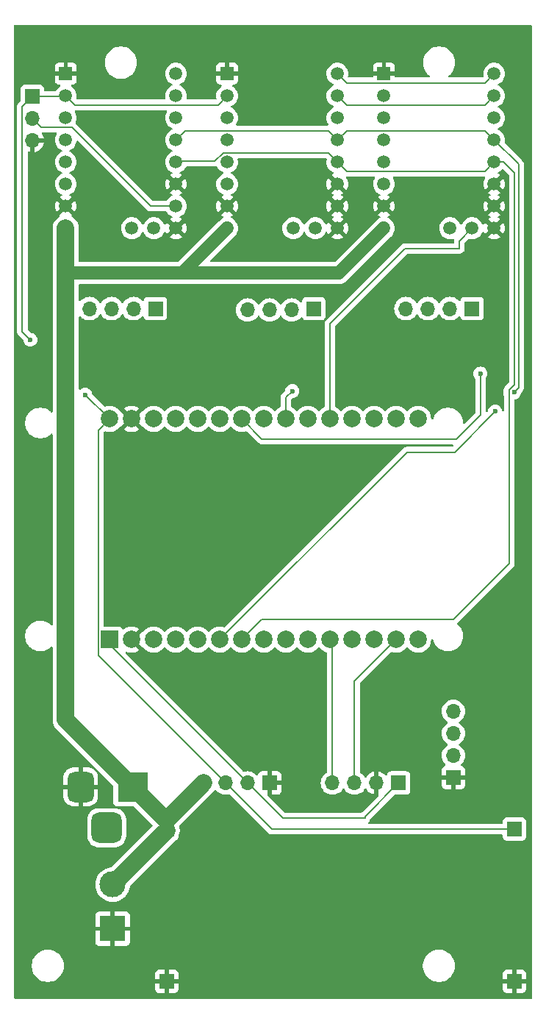
<source format=gtl>
G04 #@! TF.GenerationSoftware,KiCad,Pcbnew,8.0.5-8.0.5-0~ubuntu22.04.1*
G04 #@! TF.CreationDate,2024-10-01T13:57:59+02:00*
G04 #@! TF.ProjectId,wire-cutter,77697265-2d63-4757-9474-65722e6b6963,rev?*
G04 #@! TF.SameCoordinates,Original*
G04 #@! TF.FileFunction,Copper,L1,Top*
G04 #@! TF.FilePolarity,Positive*
%FSLAX46Y46*%
G04 Gerber Fmt 4.6, Leading zero omitted, Abs format (unit mm)*
G04 Created by KiCad (PCBNEW 8.0.5-8.0.5-0~ubuntu22.04.1) date 2024-10-01 13:57:59*
%MOMM*%
%LPD*%
G01*
G04 APERTURE LIST*
G04 Aperture macros list*
%AMRoundRect*
0 Rectangle with rounded corners*
0 $1 Rounding radius*
0 $2 $3 $4 $5 $6 $7 $8 $9 X,Y pos of 4 corners*
0 Add a 4 corners polygon primitive as box body*
4,1,4,$2,$3,$4,$5,$6,$7,$8,$9,$2,$3,0*
0 Add four circle primitives for the rounded corners*
1,1,$1+$1,$2,$3*
1,1,$1+$1,$4,$5*
1,1,$1+$1,$6,$7*
1,1,$1+$1,$8,$9*
0 Add four rect primitives between the rounded corners*
20,1,$1+$1,$2,$3,$4,$5,0*
20,1,$1+$1,$4,$5,$6,$7,0*
20,1,$1+$1,$6,$7,$8,$9,0*
20,1,$1+$1,$8,$9,$2,$3,0*%
G04 Aperture macros list end*
G04 #@! TA.AperFunction,ComponentPad*
%ADD10R,1.700000X1.700000*%
G04 #@! TD*
G04 #@! TA.AperFunction,ComponentPad*
%ADD11O,1.700000X1.700000*%
G04 #@! TD*
G04 #@! TA.AperFunction,ComponentPad*
%ADD12R,2.000000X2.000000*%
G04 #@! TD*
G04 #@! TA.AperFunction,ComponentPad*
%ADD13C,2.000000*%
G04 #@! TD*
G04 #@! TA.AperFunction,ComponentPad*
%ADD14R,3.000000X3.000000*%
G04 #@! TD*
G04 #@! TA.AperFunction,ComponentPad*
%ADD15C,3.000000*%
G04 #@! TD*
G04 #@! TA.AperFunction,ComponentPad*
%ADD16R,3.500000X3.500000*%
G04 #@! TD*
G04 #@! TA.AperFunction,ComponentPad*
%ADD17RoundRect,0.750000X-0.750000X-1.000000X0.750000X-1.000000X0.750000X1.000000X-0.750000X1.000000X0*%
G04 #@! TD*
G04 #@! TA.AperFunction,ComponentPad*
%ADD18RoundRect,0.875000X-0.875000X-0.875000X0.875000X-0.875000X0.875000X0.875000X-0.875000X0.875000X0*%
G04 #@! TD*
G04 #@! TA.AperFunction,ComponentPad*
%ADD19R,1.508000X1.508000*%
G04 #@! TD*
G04 #@! TA.AperFunction,ComponentPad*
%ADD20C,1.508000*%
G04 #@! TD*
G04 #@! TA.AperFunction,ViaPad*
%ADD21C,0.600000*%
G04 #@! TD*
G04 #@! TA.AperFunction,Conductor*
%ADD22C,0.200000*%
G04 #@! TD*
G04 #@! TA.AperFunction,Conductor*
%ADD23C,1.500000*%
G04 #@! TD*
G04 #@! TA.AperFunction,Conductor*
%ADD24C,2.000000*%
G04 #@! TD*
G04 APERTURE END LIST*
D10*
G04 #@! TO.P,EXTRUDER2,1,Pin_1*
G04 #@! TO.N,Net-(EXTRUDER1-M1B)*
X78420000Y-60960000D03*
D11*
G04 #@! TO.P,EXTRUDER2,2,Pin_2*
G04 #@! TO.N,Net-(EXTRUDER1-M1A)*
X75880000Y-60960000D03*
G04 #@! TO.P,EXTRUDER2,3,Pin_3*
G04 #@! TO.N,Net-(EXTRUDER1-M2A)*
X73340000Y-60960000D03*
G04 #@! TO.P,EXTRUDER2,4,Pin_4*
G04 #@! TO.N,Net-(EXTRUDER1-M2B)*
X70800000Y-60960000D03*
G04 #@! TD*
D10*
G04 #@! TO.P,5VOUT1,1,Pin_1*
G04 #@! TO.N,+5V*
X119765000Y-120870000D03*
G04 #@! TD*
D12*
G04 #@! TO.P,U4,1,3V3*
G04 #@! TO.N,Net-(DISPLAY1-Pin_1)*
X73120000Y-99050000D03*
D13*
G04 #@! TO.P,U4,2,GND*
G04 #@! TO.N,Earth*
X75660000Y-99050000D03*
G04 #@! TO.P,U4,3,D15*
G04 #@! TO.N,unconnected-(U4-D15-Pad3)*
X78200000Y-99050000D03*
G04 #@! TO.P,U4,4,D2*
G04 #@! TO.N,unconnected-(U4-D2-Pad4)*
X80740000Y-99050000D03*
G04 #@! TO.P,U4,5,D4*
G04 #@! TO.N,unconnected-(U4-D4-Pad5)*
X83280000Y-99050000D03*
G04 #@! TO.P,U4,6,RX2*
G04 #@! TO.N,Net-(EXTRUDER1-UART)*
X85820000Y-99050000D03*
G04 #@! TO.P,U4,7,TX2*
G04 #@! TO.N,Net-(EXTRUDER1-SPRD)*
X88360000Y-99050000D03*
G04 #@! TO.P,U4,8,D5*
G04 #@! TO.N,Net-(EC11-Pin_2)*
X90900000Y-99050000D03*
G04 #@! TO.P,U4,9,D18*
G04 #@! TO.N,Net-(EC11-Pin_3)*
X93440000Y-99050000D03*
G04 #@! TO.P,U4,10,D19*
G04 #@! TO.N,Net-(EC11-Pin_4)*
X95980000Y-99050000D03*
G04 #@! TO.P,U4,11,D21*
G04 #@! TO.N,Net-(DISPLAY1-Pin_4)*
X98520000Y-99050000D03*
G04 #@! TO.P,U4,12,RX0*
G04 #@! TO.N,unconnected-(U4-RX0-Pad12)*
X101060000Y-99050000D03*
G04 #@! TO.P,U4,13,TX0*
G04 #@! TO.N,unconnected-(U4-TX0-Pad13)*
X103600000Y-99050000D03*
G04 #@! TO.P,U4,14,D22*
G04 #@! TO.N,Net-(DISPLAY1-Pin_3)*
X106140000Y-99050000D03*
G04 #@! TO.P,U4,15,D23*
G04 #@! TO.N,Net-(EXTRUDER1-STEP)*
X108680000Y-99050000D03*
G04 #@! TO.P,U4,16,EN*
G04 #@! TO.N,unconnected-(U4-EN-Pad16)*
X108680000Y-73650000D03*
G04 #@! TO.P,U4,17,VP*
G04 #@! TO.N,unconnected-(U4-VP-Pad17)*
X106140000Y-73650000D03*
G04 #@! TO.P,U4,18,VN*
G04 #@! TO.N,unconnected-(U4-VN-Pad18)*
X103600000Y-73650000D03*
G04 #@! TO.P,U4,19,D34*
G04 #@! TO.N,unconnected-(U4-D34-Pad19)*
X101060000Y-73650000D03*
G04 #@! TO.P,U4,20,D35*
G04 #@! TO.N,Net-(LINMOT2-DIAG)*
X98520000Y-73650000D03*
G04 #@! TO.P,U4,21,D32*
G04 #@! TO.N,unconnected-(U4-D32-Pad21)*
X95980000Y-73650000D03*
G04 #@! TO.P,U4,22,D33*
G04 #@! TO.N,Net-(LINMOT1-DIAG)*
X93440000Y-73650000D03*
G04 #@! TO.P,U4,23,D25*
G04 #@! TO.N,Net-(LINMOT1-STEP)*
X90900000Y-73650000D03*
G04 #@! TO.P,U4,24,D26*
G04 #@! TO.N,Net-(LINMOT1-DIR)*
X88360000Y-73650000D03*
G04 #@! TO.P,U4,25,D27*
G04 #@! TO.N,Net-(EXTRUDER1-DIR)*
X85820000Y-73650000D03*
G04 #@! TO.P,U4,26,D14*
G04 #@! TO.N,unconnected-(U4-D14-Pad26)*
X83280000Y-73650000D03*
G04 #@! TO.P,U4,27,D12*
G04 #@! TO.N,unconnected-(U4-D12-Pad27)*
X80740000Y-73650000D03*
G04 #@! TO.P,U4,28,D13*
G04 #@! TO.N,unconnected-(U4-D13-Pad28)*
X78200000Y-73650000D03*
G04 #@! TO.P,U4,29,GND*
G04 #@! TO.N,Earth*
X75660000Y-73650000D03*
G04 #@! TO.P,U4,30,VIN*
G04 #@! TO.N,+5V*
X73120000Y-73650000D03*
G04 #@! TD*
D10*
G04 #@! TO.P,LIN2,1,Pin_1*
G04 #@! TO.N,Net-(LIN2-Pin_1)*
X114910000Y-60960000D03*
D11*
G04 #@! TO.P,LIN2,2,Pin_2*
G04 #@! TO.N,Net-(LIN2-Pin_2)*
X112370000Y-60960000D03*
G04 #@! TO.P,LIN2,3,Pin_3*
G04 #@! TO.N,Net-(LIN2-Pin_3)*
X109830000Y-60960000D03*
G04 #@! TO.P,LIN2,4,Pin_4*
G04 #@! TO.N,Net-(LIN2-Pin_4)*
X107290000Y-60960000D03*
G04 #@! TD*
D14*
G04 #@! TO.P,12V_INPUT1,1,Pin_1*
G04 #@! TO.N,Earth*
X73500000Y-132330000D03*
D15*
G04 #@! TO.P,12V_INPUT1,2,Pin_2*
G04 #@! TO.N,+12V*
X73500000Y-127250000D03*
G04 #@! TD*
D16*
G04 #@! TO.P,12V_INPUT2,1*
G04 #@! TO.N,+12V*
X75810000Y-116000000D03*
D17*
G04 #@! TO.P,12V_INPUT2,2*
G04 #@! TO.N,Earth*
X69810000Y-116000000D03*
D18*
G04 #@! TO.P,12V_INPUT2,3*
G04 #@! TO.N,N/C*
X72810000Y-120700000D03*
G04 #@! TD*
D10*
G04 #@! TO.P,POWER1,1,Pin_1*
G04 #@! TO.N,Earth*
X91580000Y-115560000D03*
D11*
G04 #@! TO.P,POWER1,2,Pin_2*
G04 #@! TO.N,Net-(DISPLAY1-Pin_1)*
X89040000Y-115560000D03*
G04 #@! TO.P,POWER1,3,Pin_3*
G04 #@! TO.N,+5V*
X86500000Y-115560000D03*
G04 #@! TO.P,POWER1,4,Pin_4*
G04 #@! TO.N,+12V*
X83960000Y-115560000D03*
G04 #@! TD*
D10*
G04 #@! TO.P,LIN1,1,Pin_1*
G04 #@! TO.N,Net-(LIN1-Pin_1)*
X96650000Y-60960000D03*
D11*
G04 #@! TO.P,LIN1,2,Pin_2*
G04 #@! TO.N,Net-(LIN1-Pin_2)*
X94110000Y-61120000D03*
G04 #@! TO.P,LIN1,3,Pin_3*
G04 #@! TO.N,Net-(LIN1-Pin_3)*
X91570000Y-61120000D03*
G04 #@! TO.P,LIN1,4,Pin_4*
G04 #@! TO.N,Net-(LIN1-Pin_4)*
X89030000Y-61120000D03*
G04 #@! TD*
D10*
G04 #@! TO.P,ADDRESS_SELECTOR1,1,Pin_1*
G04 #@! TO.N,+5V*
X64240000Y-36540000D03*
D11*
G04 #@! TO.P,ADDRESS_SELECTOR1,2,Pin_2*
G04 #@! TO.N,Net-(ADDRESS_SELECTOR1-Pin_2)*
X64240000Y-39080000D03*
G04 #@! TO.P,ADDRESS_SELECTOR1,3,Pin_3*
G04 #@! TO.N,Earth*
X64240000Y-41620000D03*
G04 #@! TD*
D19*
G04 #@! TO.P,LINMOT2,1,GND*
G04 #@! TO.N,Earth*
X104750000Y-33920000D03*
D20*
G04 #@! TO.P,LINMOT2,2,VIO*
G04 #@! TO.N,+5V*
X104750000Y-36460000D03*
G04 #@! TO.P,LINMOT2,3,M1B*
G04 #@! TO.N,Net-(LIN2-Pin_1)*
X104750000Y-39000000D03*
G04 #@! TO.P,LINMOT2,4,M1A*
G04 #@! TO.N,Net-(LIN2-Pin_2)*
X104750000Y-41540000D03*
G04 #@! TO.P,LINMOT2,5,M2A*
G04 #@! TO.N,Net-(LIN2-Pin_3)*
X104750000Y-44080000D03*
G04 #@! TO.P,LINMOT2,6,M2B*
G04 #@! TO.N,Net-(LIN2-Pin_4)*
X104750000Y-46620000D03*
G04 #@! TO.P,LINMOT2,7,GND*
G04 #@! TO.N,Earth*
X104750000Y-49160000D03*
G04 #@! TO.P,LINMOT2,8,VM*
G04 #@! TO.N,+12V*
X104750000Y-51700000D03*
G04 #@! TO.P,LINMOT2,9,DIR*
G04 #@! TO.N,Net-(LINMOT1-DIR)*
X117450000Y-33920000D03*
G04 #@! TO.P,LINMOT2,10,STEP*
G04 #@! TO.N,Net-(LINMOT1-STEP)*
X117450000Y-36460000D03*
G04 #@! TO.P,LINMOT2,11,PDN*
G04 #@! TO.N,unconnected-(LINMOT2-PDN-Pad11)*
X117450000Y-39000000D03*
G04 #@! TO.P,LINMOT2,12,UART*
G04 #@! TO.N,Net-(EXTRUDER1-UART)*
X117450000Y-41540000D03*
G04 #@! TO.P,LINMOT2,13,SPRD*
G04 #@! TO.N,Net-(EXTRUDER1-SPRD)*
X117450000Y-44080000D03*
G04 #@! TO.P,LINMOT2,14,MS2*
G04 #@! TO.N,Earth*
X117450000Y-46620000D03*
G04 #@! TO.P,LINMOT2,15,MS1*
X117450000Y-49160000D03*
G04 #@! TO.P,LINMOT2,16,~{EN}*
X117450000Y-51700000D03*
G04 #@! TO.P,LINMOT2,17,INDEX*
G04 #@! TO.N,unconnected-(LINMOT2-INDEX-Pad17)*
X112370000Y-51700000D03*
G04 #@! TO.P,LINMOT2,18,DIAG*
G04 #@! TO.N,Net-(LINMOT2-DIAG)*
X114910000Y-51700000D03*
G04 #@! TD*
D10*
G04 #@! TO.P,12VIN1,1,Pin_1*
G04 #@! TO.N,+12V*
X79715000Y-120870000D03*
G04 #@! TD*
D19*
G04 #@! TO.P,LINMOT1,1,GND*
G04 #@! TO.N,Earth*
X86680000Y-33920000D03*
D20*
G04 #@! TO.P,LINMOT1,2,VIO*
G04 #@! TO.N,+5V*
X86680000Y-36460000D03*
G04 #@! TO.P,LINMOT1,3,M1B*
G04 #@! TO.N,Net-(LIN1-Pin_1)*
X86680000Y-39000000D03*
G04 #@! TO.P,LINMOT1,4,M1A*
G04 #@! TO.N,Net-(LIN1-Pin_2)*
X86680000Y-41540000D03*
G04 #@! TO.P,LINMOT1,5,M2A*
G04 #@! TO.N,Net-(LIN1-Pin_3)*
X86680000Y-44080000D03*
G04 #@! TO.P,LINMOT1,6,M2B*
G04 #@! TO.N,Net-(LIN1-Pin_4)*
X86680000Y-46620000D03*
G04 #@! TO.P,LINMOT1,7,GND*
G04 #@! TO.N,Earth*
X86680000Y-49160000D03*
G04 #@! TO.P,LINMOT1,8,VM*
G04 #@! TO.N,+12V*
X86680000Y-51700000D03*
G04 #@! TO.P,LINMOT1,9,DIR*
G04 #@! TO.N,Net-(LINMOT1-DIR)*
X99380000Y-33920000D03*
G04 #@! TO.P,LINMOT1,10,STEP*
G04 #@! TO.N,Net-(LINMOT1-STEP)*
X99380000Y-36460000D03*
G04 #@! TO.P,LINMOT1,11,PDN*
G04 #@! TO.N,unconnected-(LINMOT1-PDN-Pad11)*
X99380000Y-39000000D03*
G04 #@! TO.P,LINMOT1,12,UART*
G04 #@! TO.N,Net-(EXTRUDER1-UART)*
X99380000Y-41540000D03*
G04 #@! TO.P,LINMOT1,13,SPRD*
G04 #@! TO.N,Net-(EXTRUDER1-SPRD)*
X99380000Y-44080000D03*
G04 #@! TO.P,LINMOT1,14,MS2*
G04 #@! TO.N,Earth*
X99380000Y-46620000D03*
G04 #@! TO.P,LINMOT1,15,MS1*
X99380000Y-49160000D03*
G04 #@! TO.P,LINMOT1,16,~{EN}*
X99380000Y-51700000D03*
G04 #@! TO.P,LINMOT1,17,INDEX*
G04 #@! TO.N,unconnected-(LINMOT1-INDEX-Pad17)*
X94300000Y-51700000D03*
G04 #@! TO.P,LINMOT1,18,DIAG*
G04 #@! TO.N,Net-(LINMOT1-DIAG)*
X96840000Y-51700000D03*
G04 #@! TD*
D19*
G04 #@! TO.P,EXTRUDER1,1,GND*
G04 #@! TO.N,Earth*
X68090000Y-33920000D03*
D20*
G04 #@! TO.P,EXTRUDER1,2,VIO*
G04 #@! TO.N,+5V*
X68090000Y-36460000D03*
G04 #@! TO.P,EXTRUDER1,3,M1B*
G04 #@! TO.N,Net-(EXTRUDER1-M1B)*
X68090000Y-39000000D03*
G04 #@! TO.P,EXTRUDER1,4,M1A*
G04 #@! TO.N,Net-(EXTRUDER1-M1A)*
X68090000Y-41540000D03*
G04 #@! TO.P,EXTRUDER1,5,M2A*
G04 #@! TO.N,Net-(EXTRUDER1-M2A)*
X68090000Y-44080000D03*
G04 #@! TO.P,EXTRUDER1,6,M2B*
G04 #@! TO.N,Net-(EXTRUDER1-M2B)*
X68090000Y-46620000D03*
G04 #@! TO.P,EXTRUDER1,7,GND*
G04 #@! TO.N,Earth*
X68090000Y-49160000D03*
G04 #@! TO.P,EXTRUDER1,8,VM*
G04 #@! TO.N,+12V*
X68090000Y-51700000D03*
G04 #@! TO.P,EXTRUDER1,9,DIR*
G04 #@! TO.N,Net-(EXTRUDER1-DIR)*
X80790000Y-33920000D03*
G04 #@! TO.P,EXTRUDER1,10,STEP*
G04 #@! TO.N,Net-(EXTRUDER1-STEP)*
X80790000Y-36460000D03*
G04 #@! TO.P,EXTRUDER1,11,PDN*
G04 #@! TO.N,unconnected-(EXTRUDER1-PDN-Pad11)*
X80790000Y-39000000D03*
G04 #@! TO.P,EXTRUDER1,12,UART*
G04 #@! TO.N,Net-(EXTRUDER1-UART)*
X80790000Y-41540000D03*
G04 #@! TO.P,EXTRUDER1,13,SPRD*
G04 #@! TO.N,Net-(EXTRUDER1-SPRD)*
X80790000Y-44080000D03*
G04 #@! TO.P,EXTRUDER1,14,MS2*
G04 #@! TO.N,Earth*
X80790000Y-46620000D03*
G04 #@! TO.P,EXTRUDER1,15,MS1*
G04 #@! TO.N,Net-(ADDRESS_SELECTOR1-Pin_2)*
X80790000Y-49160000D03*
G04 #@! TO.P,EXTRUDER1,16,~{EN}*
G04 #@! TO.N,Earth*
X80790000Y-51700000D03*
G04 #@! TO.P,EXTRUDER1,17,INDEX*
G04 #@! TO.N,unconnected-(EXTRUDER1-INDEX-Pad17)*
X75710000Y-51700000D03*
G04 #@! TO.P,EXTRUDER1,18,DIAG*
G04 #@! TO.N,unconnected-(EXTRUDER1-DIAG-Pad18)*
X78250000Y-51700000D03*
G04 #@! TD*
D10*
G04 #@! TO.P,DISPLAY1,1,Pin_1*
G04 #@! TO.N,Net-(DISPLAY1-Pin_1)*
X106440000Y-115560000D03*
D11*
G04 #@! TO.P,DISPLAY1,2,Pin_2*
G04 #@! TO.N,Earth*
X103900000Y-115560000D03*
G04 #@! TO.P,DISPLAY1,3,Pin_3*
G04 #@! TO.N,Net-(DISPLAY1-Pin_3)*
X101360000Y-115560000D03*
G04 #@! TO.P,DISPLAY1,4,Pin_4*
G04 #@! TO.N,Net-(DISPLAY1-Pin_4)*
X98820000Y-115560000D03*
G04 #@! TD*
D10*
G04 #@! TO.P,J3,1,Pin_1*
G04 #@! TO.N,Earth*
X119765000Y-138380000D03*
G04 #@! TD*
G04 #@! TO.P,J1,1,Pin_1*
G04 #@! TO.N,Earth*
X79715000Y-138380000D03*
G04 #@! TD*
G04 #@! TO.P,EC11,1,Pin_1*
G04 #@! TO.N,Earth*
X112740000Y-114930000D03*
D11*
G04 #@! TO.P,EC11,2,Pin_2*
G04 #@! TO.N,Net-(EC11-Pin_2)*
X112740000Y-112390000D03*
G04 #@! TO.P,EC11,3,Pin_3*
G04 #@! TO.N,Net-(EC11-Pin_3)*
X112740000Y-109850000D03*
G04 #@! TO.P,EC11,4,Pin_4*
G04 #@! TO.N,Net-(EC11-Pin_4)*
X112740000Y-107310000D03*
G04 #@! TD*
D21*
G04 #@! TO.N,+5V*
X70340000Y-70870000D03*
X64015000Y-64545000D03*
G04 #@! TO.N,Net-(EXTRUDER1-UART)*
X119750000Y-70600000D03*
X117550000Y-72810000D03*
G04 #@! TO.N,Net-(LINMOT1-DIAG)*
X94190000Y-70450000D03*
G04 #@! TO.N,Net-(LINMOT1-DIR)*
X115860000Y-68440000D03*
G04 #@! TD*
D22*
G04 #@! TO.N,Net-(DISPLAY1-Pin_1)*
X73120000Y-99640000D02*
X73120000Y-99050000D01*
X89040000Y-115560000D02*
X93070000Y-119590000D01*
X102580000Y-119420000D02*
X106440000Y-115560000D01*
X102580000Y-119590000D02*
X102580000Y-119420000D01*
X89040000Y-115560000D02*
X73120000Y-99640000D01*
X93070000Y-119590000D02*
X102580000Y-119590000D01*
G04 #@! TO.N,Net-(DISPLAY1-Pin_3)*
X101360000Y-115560000D02*
X101360000Y-103830000D01*
X101360000Y-103830000D02*
X106140000Y-99050000D01*
G04 #@! TO.N,Net-(DISPLAY1-Pin_4)*
X98820000Y-99350000D02*
X98520000Y-99050000D01*
X98820000Y-115560000D02*
X98820000Y-99350000D01*
G04 #@! TO.N,+5V*
X64240000Y-36540000D02*
X68010000Y-36540000D01*
X70340000Y-70870000D02*
X73120000Y-73650000D01*
X69144000Y-37514000D02*
X85626000Y-37514000D01*
X85626000Y-37514000D02*
X86680000Y-36460000D01*
X91810000Y-120870000D02*
X86500000Y-115560000D01*
X68090000Y-36460000D02*
X69144000Y-37514000D01*
X68010000Y-36540000D02*
X68090000Y-36460000D01*
X64240000Y-36540000D02*
X63090000Y-37690000D01*
X71820000Y-100880000D02*
X71820000Y-74950000D01*
X63090000Y-63620000D02*
X64015000Y-64545000D01*
X119765000Y-120870000D02*
X91810000Y-120870000D01*
X63090000Y-37690000D02*
X63090000Y-63620000D01*
X71820000Y-74950000D02*
X73120000Y-73650000D01*
X86500000Y-115560000D02*
X71820000Y-100880000D01*
G04 #@! TO.N,Net-(EXTRUDER1-SPRD)*
X119190000Y-70888529D02*
X119190000Y-90321422D01*
X119780000Y-69721471D02*
X119150000Y-70351471D01*
X112751422Y-96760000D02*
X90650000Y-96760000D01*
X90650000Y-96760000D02*
X88360000Y-99050000D01*
X80790000Y-44080000D02*
X80860000Y-44010000D01*
X80860000Y-44010000D02*
X85259418Y-44010000D01*
X117450000Y-44080000D02*
X118520000Y-44080000D01*
X86243418Y-43026000D02*
X98326000Y-43026000D01*
X119150000Y-70351471D02*
X119150000Y-70848529D01*
X100434000Y-45134000D02*
X116396000Y-45134000D01*
X116396000Y-45134000D02*
X117450000Y-44080000D01*
X85259418Y-44010000D02*
X86243418Y-43026000D01*
X119150000Y-70848529D02*
X119190000Y-70888529D01*
X118520000Y-44080000D02*
X119780000Y-45340000D01*
X119780000Y-45340000D02*
X119780000Y-69721471D01*
X99380000Y-44080000D02*
X100434000Y-45134000D01*
X98326000Y-43026000D02*
X99380000Y-44080000D01*
X119190000Y-90321422D02*
X112751422Y-96760000D01*
G04 #@! TO.N,Net-(EXTRUDER1-UART)*
X117550000Y-72810000D02*
X112890000Y-77470000D01*
X119750000Y-70600000D02*
X120250000Y-70100000D01*
X81844000Y-40486000D02*
X98326000Y-40486000D01*
X120250000Y-70100000D02*
X120250000Y-44340000D01*
X112890000Y-77470000D02*
X107400000Y-77470000D01*
X99380000Y-41540000D02*
X100434000Y-40486000D01*
X107400000Y-77470000D02*
X85820000Y-99050000D01*
X100434000Y-40486000D02*
X116396000Y-40486000D01*
X98326000Y-40486000D02*
X99380000Y-41540000D01*
X120250000Y-44340000D02*
X117450000Y-41540000D01*
X80790000Y-41540000D02*
X81844000Y-40486000D01*
X116396000Y-40486000D02*
X117450000Y-41540000D01*
G04 #@! TO.N,+12V*
X79715000Y-121035000D02*
X79715000Y-120870000D01*
D23*
X99580000Y-56870000D02*
X104750000Y-51700000D01*
D24*
X73500000Y-127250000D02*
X79715000Y-121035000D01*
D23*
X68090000Y-56870000D02*
X81510000Y-56870000D01*
D24*
X68090000Y-56870000D02*
X68090000Y-51700000D01*
D23*
X81510000Y-56870000D02*
X99580000Y-56870000D01*
D24*
X75810000Y-116000000D02*
X79715000Y-119905000D01*
X75810000Y-116000000D02*
X68090000Y-108280000D01*
X79715000Y-119805000D02*
X83960000Y-115560000D01*
D22*
X79715000Y-120870000D02*
X79715000Y-119805000D01*
D23*
X81510000Y-56870000D02*
X86680000Y-51700000D01*
D22*
X79715000Y-119905000D02*
X79715000Y-120870000D01*
D24*
X68090000Y-108280000D02*
X68090000Y-56870000D01*
D22*
G04 #@! TO.N,Net-(LINMOT1-DIAG)*
X93440000Y-71200000D02*
X93440000Y-73650000D01*
X94190000Y-70450000D02*
X93440000Y-71200000D01*
G04 #@! TO.N,Net-(LINMOT1-STEP)*
X116396000Y-37514000D02*
X117450000Y-36460000D01*
X99380000Y-36460000D02*
X100434000Y-37514000D01*
X100434000Y-37514000D02*
X116396000Y-37514000D01*
G04 #@! TO.N,Net-(LINMOT1-DIR)*
X90680000Y-75970000D02*
X113120000Y-75970000D01*
X113120000Y-75970000D02*
X115860000Y-73230000D01*
X115860000Y-73230000D02*
X115860000Y-68440000D01*
X116396000Y-34974000D02*
X117450000Y-33920000D01*
X88360000Y-73650000D02*
X90680000Y-75970000D01*
X100434000Y-34974000D02*
X116396000Y-34974000D01*
X99380000Y-33920000D02*
X100434000Y-34974000D01*
G04 #@! TO.N,Net-(LINMOT2-DIAG)*
X107180000Y-54040000D02*
X98520000Y-62700000D01*
X98520000Y-62700000D02*
X98520000Y-73650000D01*
X113424000Y-54040000D02*
X107180000Y-54040000D01*
X114910000Y-51700000D02*
X113424000Y-53186000D01*
X113424000Y-53186000D02*
X113424000Y-54040000D01*
G04 #@! TO.N,Net-(ADDRESS_SELECTOR1-Pin_2)*
X64240000Y-39080000D02*
X64240000Y-39180582D01*
X65214000Y-40054000D02*
X68774000Y-40054000D01*
X68774000Y-40054000D02*
X77880000Y-49160000D01*
X77880000Y-49160000D02*
X80790000Y-49160000D01*
X64240000Y-39080000D02*
X65214000Y-40054000D01*
G04 #@! TD*
G04 #@! TA.AperFunction,Conductor*
G04 #@! TO.N,Earth*
G36*
X76883434Y-99919882D02*
G01*
X76894861Y-99918697D01*
X76963573Y-99931360D01*
X77008092Y-99971194D01*
X77008683Y-99970735D01*
X77011218Y-99973992D01*
X77011456Y-99974205D01*
X77011831Y-99974780D01*
X77021229Y-99984989D01*
X77180256Y-100157738D01*
X77376491Y-100310474D01*
X77376493Y-100310475D01*
X77594332Y-100428364D01*
X77595190Y-100428828D01*
X77713075Y-100469298D01*
X77828964Y-100509083D01*
X77830386Y-100509571D01*
X78075665Y-100550500D01*
X78324335Y-100550500D01*
X78569614Y-100509571D01*
X78804810Y-100428828D01*
X79023509Y-100310474D01*
X79219744Y-100157738D01*
X79378771Y-99984988D01*
X79438657Y-99948999D01*
X79508495Y-99951099D01*
X79561228Y-99984988D01*
X79720256Y-100157738D01*
X79916491Y-100310474D01*
X79916493Y-100310475D01*
X80134332Y-100428364D01*
X80135190Y-100428828D01*
X80253075Y-100469298D01*
X80368964Y-100509083D01*
X80370386Y-100509571D01*
X80615665Y-100550500D01*
X80864335Y-100550500D01*
X81109614Y-100509571D01*
X81344810Y-100428828D01*
X81563509Y-100310474D01*
X81759744Y-100157738D01*
X81918771Y-99984988D01*
X81978657Y-99948999D01*
X82048495Y-99951099D01*
X82101228Y-99984988D01*
X82260256Y-100157738D01*
X82456491Y-100310474D01*
X82456493Y-100310475D01*
X82674332Y-100428364D01*
X82675190Y-100428828D01*
X82793075Y-100469298D01*
X82908964Y-100509083D01*
X82910386Y-100509571D01*
X83155665Y-100550500D01*
X83404335Y-100550500D01*
X83649614Y-100509571D01*
X83884810Y-100428828D01*
X84103509Y-100310474D01*
X84299744Y-100157738D01*
X84458771Y-99984988D01*
X84518657Y-99948999D01*
X84588495Y-99951099D01*
X84641228Y-99984988D01*
X84800256Y-100157738D01*
X84996491Y-100310474D01*
X84996493Y-100310475D01*
X85214332Y-100428364D01*
X85215190Y-100428828D01*
X85333075Y-100469298D01*
X85448964Y-100509083D01*
X85450386Y-100509571D01*
X85695665Y-100550500D01*
X85944335Y-100550500D01*
X86189614Y-100509571D01*
X86424810Y-100428828D01*
X86643509Y-100310474D01*
X86839744Y-100157738D01*
X86998771Y-99984988D01*
X87058657Y-99948999D01*
X87128495Y-99951099D01*
X87181228Y-99984988D01*
X87340256Y-100157738D01*
X87536491Y-100310474D01*
X87536493Y-100310475D01*
X87754332Y-100428364D01*
X87755190Y-100428828D01*
X87873075Y-100469298D01*
X87988964Y-100509083D01*
X87990386Y-100509571D01*
X88235665Y-100550500D01*
X88484335Y-100550500D01*
X88729614Y-100509571D01*
X88964810Y-100428828D01*
X89183509Y-100310474D01*
X89379744Y-100157738D01*
X89538771Y-99984988D01*
X89598657Y-99948999D01*
X89668495Y-99951099D01*
X89721228Y-99984988D01*
X89880256Y-100157738D01*
X90076491Y-100310474D01*
X90076493Y-100310475D01*
X90294332Y-100428364D01*
X90295190Y-100428828D01*
X90413075Y-100469298D01*
X90528964Y-100509083D01*
X90530386Y-100509571D01*
X90775665Y-100550500D01*
X91024335Y-100550500D01*
X91269614Y-100509571D01*
X91504810Y-100428828D01*
X91723509Y-100310474D01*
X91919744Y-100157738D01*
X92078771Y-99984988D01*
X92138657Y-99948999D01*
X92208495Y-99951099D01*
X92261228Y-99984988D01*
X92420256Y-100157738D01*
X92616491Y-100310474D01*
X92616493Y-100310475D01*
X92834332Y-100428364D01*
X92835190Y-100428828D01*
X92953075Y-100469298D01*
X93068964Y-100509083D01*
X93070386Y-100509571D01*
X93315665Y-100550500D01*
X93564335Y-100550500D01*
X93809614Y-100509571D01*
X94044810Y-100428828D01*
X94263509Y-100310474D01*
X94459744Y-100157738D01*
X94618771Y-99984988D01*
X94678657Y-99948999D01*
X94748495Y-99951099D01*
X94801228Y-99984988D01*
X94960256Y-100157738D01*
X95156491Y-100310474D01*
X95156493Y-100310475D01*
X95374332Y-100428364D01*
X95375190Y-100428828D01*
X95493075Y-100469298D01*
X95608964Y-100509083D01*
X95610386Y-100509571D01*
X95855665Y-100550500D01*
X96104335Y-100550500D01*
X96349614Y-100509571D01*
X96584810Y-100428828D01*
X96803509Y-100310474D01*
X96999744Y-100157738D01*
X97158771Y-99984988D01*
X97218657Y-99948999D01*
X97288495Y-99951099D01*
X97341228Y-99984988D01*
X97500256Y-100157738D01*
X97696491Y-100310474D01*
X97696493Y-100310475D01*
X97914332Y-100428364D01*
X97915190Y-100428828D01*
X98019798Y-100464740D01*
X98135763Y-100504551D01*
X98192778Y-100544936D01*
X98218909Y-100609736D01*
X98219500Y-100621832D01*
X98219500Y-114270908D01*
X98199815Y-114337947D01*
X98147914Y-114383286D01*
X98142173Y-114385963D01*
X98142169Y-114385965D01*
X97948597Y-114521505D01*
X97781505Y-114688597D01*
X97645965Y-114882169D01*
X97645964Y-114882171D01*
X97546098Y-115096335D01*
X97546094Y-115096344D01*
X97484938Y-115324586D01*
X97484936Y-115324596D01*
X97464341Y-115559999D01*
X97464341Y-115560000D01*
X97484936Y-115795403D01*
X97484938Y-115795413D01*
X97546094Y-116023655D01*
X97546096Y-116023659D01*
X97546097Y-116023663D01*
X97626004Y-116195023D01*
X97645965Y-116237830D01*
X97645967Y-116237834D01*
X97742619Y-116375866D01*
X97781505Y-116431401D01*
X97948599Y-116598495D01*
X98045384Y-116666265D01*
X98142165Y-116734032D01*
X98142167Y-116734033D01*
X98142170Y-116734035D01*
X98356337Y-116833903D01*
X98584592Y-116895063D01*
X98772918Y-116911539D01*
X98819999Y-116915659D01*
X98820000Y-116915659D01*
X98820001Y-116915659D01*
X98859234Y-116912226D01*
X99055408Y-116895063D01*
X99283663Y-116833903D01*
X99497830Y-116734035D01*
X99691401Y-116598495D01*
X99858495Y-116431401D01*
X99972891Y-116268026D01*
X99988425Y-116245842D01*
X100043002Y-116202217D01*
X100112500Y-116195023D01*
X100174855Y-116226546D01*
X100191575Y-116245842D01*
X100321500Y-116431395D01*
X100321505Y-116431401D01*
X100488599Y-116598495D01*
X100585384Y-116666265D01*
X100682165Y-116734032D01*
X100682167Y-116734033D01*
X100682170Y-116734035D01*
X100896337Y-116833903D01*
X101124592Y-116895063D01*
X101312918Y-116911539D01*
X101359999Y-116915659D01*
X101360000Y-116915659D01*
X101360001Y-116915659D01*
X101399234Y-116912226D01*
X101595408Y-116895063D01*
X101823663Y-116833903D01*
X102037830Y-116734035D01*
X102231401Y-116598495D01*
X102398495Y-116431401D01*
X102528730Y-116245405D01*
X102583307Y-116201781D01*
X102652805Y-116194587D01*
X102715160Y-116226110D01*
X102731879Y-116245405D01*
X102861890Y-116431078D01*
X103028917Y-116598105D01*
X103222421Y-116733600D01*
X103436507Y-116833429D01*
X103436516Y-116833433D01*
X103650000Y-116890634D01*
X103650000Y-115993012D01*
X103707007Y-116025925D01*
X103834174Y-116060000D01*
X103965826Y-116060000D01*
X104092993Y-116025925D01*
X104150000Y-115993012D01*
X104150000Y-116949401D01*
X104130315Y-117016440D01*
X104113681Y-117037082D01*
X102211286Y-118939478D01*
X102197583Y-118953181D01*
X102136260Y-118986666D01*
X102109902Y-118989500D01*
X93370098Y-118989500D01*
X93303059Y-118969815D01*
X93282417Y-118953181D01*
X91366319Y-117037083D01*
X91332834Y-116975760D01*
X91330000Y-116949402D01*
X91330000Y-115993012D01*
X91387007Y-116025925D01*
X91514174Y-116060000D01*
X91645826Y-116060000D01*
X91772993Y-116025925D01*
X91830000Y-115993012D01*
X91830000Y-116910000D01*
X92477828Y-116910000D01*
X92477844Y-116909999D01*
X92537372Y-116903598D01*
X92537379Y-116903596D01*
X92672086Y-116853354D01*
X92672093Y-116853350D01*
X92787187Y-116767190D01*
X92787190Y-116767187D01*
X92873350Y-116652093D01*
X92873354Y-116652086D01*
X92923596Y-116517379D01*
X92923598Y-116517372D01*
X92929999Y-116457844D01*
X92930000Y-116457827D01*
X92930000Y-115810000D01*
X92013012Y-115810000D01*
X92045925Y-115752993D01*
X92080000Y-115625826D01*
X92080000Y-115494174D01*
X92045925Y-115367007D01*
X92013012Y-115310000D01*
X92930000Y-115310000D01*
X92930000Y-114662172D01*
X92929999Y-114662155D01*
X92923598Y-114602627D01*
X92923596Y-114602620D01*
X92873354Y-114467913D01*
X92873350Y-114467906D01*
X92787190Y-114352812D01*
X92787187Y-114352809D01*
X92672093Y-114266649D01*
X92672086Y-114266645D01*
X92537379Y-114216403D01*
X92537372Y-114216401D01*
X92477844Y-114210000D01*
X91830000Y-114210000D01*
X91830000Y-115126988D01*
X91772993Y-115094075D01*
X91645826Y-115060000D01*
X91514174Y-115060000D01*
X91387007Y-115094075D01*
X91330000Y-115126988D01*
X91330000Y-114210000D01*
X90682155Y-114210000D01*
X90622627Y-114216401D01*
X90622620Y-114216403D01*
X90487913Y-114266645D01*
X90487906Y-114266649D01*
X90372812Y-114352809D01*
X90372809Y-114352812D01*
X90286649Y-114467906D01*
X90286645Y-114467913D01*
X90237578Y-114599470D01*
X90195707Y-114655404D01*
X90130242Y-114679821D01*
X90061969Y-114664969D01*
X90033715Y-114643819D01*
X89975376Y-114585480D01*
X89911401Y-114521505D01*
X89911397Y-114521502D01*
X89911396Y-114521501D01*
X89717834Y-114385967D01*
X89717830Y-114385965D01*
X89646727Y-114352809D01*
X89503663Y-114286097D01*
X89503659Y-114286096D01*
X89503655Y-114286094D01*
X89275413Y-114224938D01*
X89275403Y-114224936D01*
X89040001Y-114204341D01*
X89039999Y-114204341D01*
X88804596Y-114224936D01*
X88804583Y-114224939D01*
X88676241Y-114259327D01*
X88606392Y-114257664D01*
X88556468Y-114227233D01*
X74980923Y-100651688D01*
X74947438Y-100590365D01*
X74952422Y-100520673D01*
X74994294Y-100464740D01*
X75059758Y-100440323D01*
X75108867Y-100446726D01*
X75290506Y-100509083D01*
X75535707Y-100550000D01*
X75784293Y-100550000D01*
X76029493Y-100509083D01*
X76264603Y-100428369D01*
X76264614Y-100428364D01*
X76483228Y-100310057D01*
X76483231Y-100310055D01*
X76530056Y-100273609D01*
X75797575Y-99541128D01*
X75856853Y-99525245D01*
X75973147Y-99458102D01*
X76068102Y-99363147D01*
X76135245Y-99246853D01*
X76151128Y-99187575D01*
X76883434Y-99919882D01*
G37*
G04 #@! TD.AperFunction*
G04 #@! TA.AperFunction,Conductor*
G36*
X76883434Y-74519882D02*
G01*
X76894861Y-74518697D01*
X76963573Y-74531360D01*
X77008092Y-74571194D01*
X77008683Y-74570735D01*
X77011218Y-74573992D01*
X77011456Y-74574205D01*
X77011831Y-74574780D01*
X77021229Y-74584989D01*
X77180256Y-74757738D01*
X77376491Y-74910474D01*
X77376493Y-74910475D01*
X77594332Y-75028364D01*
X77595190Y-75028828D01*
X77786812Y-75094612D01*
X77828964Y-75109083D01*
X77830386Y-75109571D01*
X78075665Y-75150500D01*
X78324335Y-75150500D01*
X78569614Y-75109571D01*
X78804810Y-75028828D01*
X79023509Y-74910474D01*
X79219744Y-74757738D01*
X79378771Y-74584988D01*
X79438657Y-74548999D01*
X79508495Y-74551099D01*
X79561228Y-74584988D01*
X79720256Y-74757738D01*
X79916491Y-74910474D01*
X79916493Y-74910475D01*
X80134332Y-75028364D01*
X80135190Y-75028828D01*
X80326812Y-75094612D01*
X80368964Y-75109083D01*
X80370386Y-75109571D01*
X80615665Y-75150500D01*
X80864335Y-75150500D01*
X81109614Y-75109571D01*
X81344810Y-75028828D01*
X81563509Y-74910474D01*
X81759744Y-74757738D01*
X81918771Y-74584988D01*
X81978657Y-74548999D01*
X82048495Y-74551099D01*
X82101228Y-74584988D01*
X82260256Y-74757738D01*
X82456491Y-74910474D01*
X82456493Y-74910475D01*
X82674332Y-75028364D01*
X82675190Y-75028828D01*
X82866812Y-75094612D01*
X82908964Y-75109083D01*
X82910386Y-75109571D01*
X83155665Y-75150500D01*
X83404335Y-75150500D01*
X83649614Y-75109571D01*
X83884810Y-75028828D01*
X84103509Y-74910474D01*
X84299744Y-74757738D01*
X84458771Y-74584988D01*
X84518657Y-74548999D01*
X84588495Y-74551099D01*
X84641228Y-74584988D01*
X84800256Y-74757738D01*
X84996491Y-74910474D01*
X84996493Y-74910475D01*
X85214332Y-75028364D01*
X85215190Y-75028828D01*
X85406812Y-75094612D01*
X85448964Y-75109083D01*
X85450386Y-75109571D01*
X85695665Y-75150500D01*
X85944335Y-75150500D01*
X86189614Y-75109571D01*
X86424810Y-75028828D01*
X86643509Y-74910474D01*
X86839744Y-74757738D01*
X86998771Y-74584988D01*
X87058657Y-74548999D01*
X87128495Y-74551099D01*
X87181228Y-74584988D01*
X87340256Y-74757738D01*
X87536491Y-74910474D01*
X87536493Y-74910475D01*
X87754332Y-75028364D01*
X87755190Y-75028828D01*
X87946812Y-75094612D01*
X87988964Y-75109083D01*
X87990386Y-75109571D01*
X88235665Y-75150500D01*
X88484335Y-75150500D01*
X88729608Y-75109572D01*
X88729607Y-75109572D01*
X88729614Y-75109571D01*
X88835607Y-75073182D01*
X88905402Y-75070033D01*
X88963548Y-75102783D01*
X90195139Y-76334374D01*
X90195149Y-76334385D01*
X90199479Y-76338715D01*
X90199480Y-76338716D01*
X90311284Y-76450520D01*
X90311286Y-76450521D01*
X90311290Y-76450524D01*
X90448209Y-76529573D01*
X90448216Y-76529577D01*
X90560019Y-76559534D01*
X90600942Y-76570500D01*
X90600943Y-76570500D01*
X112640903Y-76570500D01*
X112707942Y-76590185D01*
X112753697Y-76642989D01*
X112763641Y-76712147D01*
X112734616Y-76775703D01*
X112728584Y-76782181D01*
X112677584Y-76833181D01*
X112616261Y-76866666D01*
X112589903Y-76869500D01*
X107486670Y-76869500D01*
X107486654Y-76869499D01*
X107479058Y-76869499D01*
X107320943Y-76869499D01*
X107244579Y-76889961D01*
X107168214Y-76910423D01*
X107168209Y-76910426D01*
X107031290Y-76989475D01*
X107031282Y-76989481D01*
X86423548Y-97597215D01*
X86362225Y-97630700D01*
X86295604Y-97626815D01*
X86189616Y-97590429D01*
X85944335Y-97549500D01*
X85695665Y-97549500D01*
X85450383Y-97590429D01*
X85215197Y-97671169D01*
X85215188Y-97671172D01*
X84996493Y-97789524D01*
X84800257Y-97942261D01*
X84641230Y-98115010D01*
X84581342Y-98151001D01*
X84511504Y-98148900D01*
X84458770Y-98115010D01*
X84413756Y-98066112D01*
X84299744Y-97942262D01*
X84103509Y-97789526D01*
X84103507Y-97789525D01*
X84103506Y-97789524D01*
X83884811Y-97671172D01*
X83884802Y-97671169D01*
X83649616Y-97590429D01*
X83404335Y-97549500D01*
X83155665Y-97549500D01*
X82910383Y-97590429D01*
X82675197Y-97671169D01*
X82675188Y-97671172D01*
X82456493Y-97789524D01*
X82260257Y-97942261D01*
X82101230Y-98115010D01*
X82041342Y-98151001D01*
X81971504Y-98148900D01*
X81918770Y-98115010D01*
X81873756Y-98066112D01*
X81759744Y-97942262D01*
X81563509Y-97789526D01*
X81563507Y-97789525D01*
X81563506Y-97789524D01*
X81344811Y-97671172D01*
X81344802Y-97671169D01*
X81109616Y-97590429D01*
X80864335Y-97549500D01*
X80615665Y-97549500D01*
X80370383Y-97590429D01*
X80135197Y-97671169D01*
X80135188Y-97671172D01*
X79916493Y-97789524D01*
X79720257Y-97942261D01*
X79561230Y-98115010D01*
X79501342Y-98151001D01*
X79431504Y-98148900D01*
X79378770Y-98115010D01*
X79333756Y-98066112D01*
X79219744Y-97942262D01*
X79023509Y-97789526D01*
X79023507Y-97789525D01*
X79023506Y-97789524D01*
X78804811Y-97671172D01*
X78804802Y-97671169D01*
X78569616Y-97590429D01*
X78324335Y-97549500D01*
X78075665Y-97549500D01*
X77830383Y-97590429D01*
X77595197Y-97671169D01*
X77595188Y-97671172D01*
X77376493Y-97789524D01*
X77180257Y-97942261D01*
X77011837Y-98125213D01*
X77011829Y-98125224D01*
X77011455Y-98125797D01*
X77011242Y-98125978D01*
X77008690Y-98129258D01*
X77008014Y-98128732D01*
X76958304Y-98171147D01*
X76894865Y-98181302D01*
X76883434Y-98180116D01*
X76151127Y-98912423D01*
X76135245Y-98853147D01*
X76068102Y-98736853D01*
X75973147Y-98641898D01*
X75856853Y-98574755D01*
X75797574Y-98558871D01*
X76530057Y-97826389D01*
X76483229Y-97789943D01*
X76264614Y-97671635D01*
X76264603Y-97671630D01*
X76029493Y-97590916D01*
X75784293Y-97550000D01*
X75535707Y-97550000D01*
X75290506Y-97590916D01*
X75055396Y-97671630D01*
X75055385Y-97671635D01*
X74836771Y-97789942D01*
X74836769Y-97789943D01*
X74753397Y-97854835D01*
X74688403Y-97880477D01*
X74619863Y-97866910D01*
X74569538Y-97818442D01*
X74568120Y-97815413D01*
X74568047Y-97815454D01*
X74563793Y-97807664D01*
X74477547Y-97692455D01*
X74477544Y-97692452D01*
X74362335Y-97606206D01*
X74362328Y-97606202D01*
X74227482Y-97555908D01*
X74227483Y-97555908D01*
X74167883Y-97549501D01*
X74167881Y-97549500D01*
X74167873Y-97549500D01*
X74167865Y-97549500D01*
X72544500Y-97549500D01*
X72477461Y-97529815D01*
X72431706Y-97477011D01*
X72420500Y-97425500D01*
X72420500Y-75250097D01*
X72440185Y-75183058D01*
X72456819Y-75162416D01*
X72516451Y-75102784D01*
X72577774Y-75069299D01*
X72644396Y-75073184D01*
X72750385Y-75109571D01*
X72995665Y-75150500D01*
X73244335Y-75150500D01*
X73489614Y-75109571D01*
X73724810Y-75028828D01*
X73943509Y-74910474D01*
X74139744Y-74757738D01*
X74308164Y-74574785D01*
X74308533Y-74574219D01*
X74308745Y-74574038D01*
X74311322Y-74570729D01*
X74312002Y-74571258D01*
X74361676Y-74528860D01*
X74425138Y-74518697D01*
X74436564Y-74519882D01*
X75168871Y-73787575D01*
X75184755Y-73846853D01*
X75251898Y-73963147D01*
X75346853Y-74058102D01*
X75463147Y-74125245D01*
X75522424Y-74141128D01*
X74789942Y-74873609D01*
X74836768Y-74910055D01*
X74836770Y-74910056D01*
X75055385Y-75028364D01*
X75055396Y-75028369D01*
X75290506Y-75109083D01*
X75535707Y-75150000D01*
X75784293Y-75150000D01*
X76029493Y-75109083D01*
X76264603Y-75028369D01*
X76264614Y-75028364D01*
X76483228Y-74910057D01*
X76483231Y-74910055D01*
X76530056Y-74873609D01*
X75797575Y-74141128D01*
X75856853Y-74125245D01*
X75973147Y-74058102D01*
X76068102Y-73963147D01*
X76135245Y-73846853D01*
X76151128Y-73787575D01*
X76883434Y-74519882D01*
G37*
G04 #@! TD.AperFunction*
G04 #@! TA.AperFunction,Conductor*
G36*
X118490782Y-44915863D02*
G01*
X118535129Y-44944364D01*
X119143181Y-45552416D01*
X119176666Y-45613739D01*
X119179500Y-45640097D01*
X119179500Y-69421373D01*
X119159815Y-69488412D01*
X119143181Y-69509054D01*
X118669481Y-69982753D01*
X118669480Y-69982755D01*
X118622323Y-70064435D01*
X118619361Y-70069565D01*
X118619359Y-70069567D01*
X118590425Y-70119680D01*
X118590424Y-70119681D01*
X118590423Y-70119686D01*
X118549499Y-70272414D01*
X118549499Y-70272416D01*
X118549499Y-70440517D01*
X118549500Y-70440530D01*
X118549500Y-70761859D01*
X118549499Y-70761877D01*
X118549499Y-70769472D01*
X118549499Y-70927586D01*
X118560386Y-70968215D01*
X118585275Y-71061101D01*
X118589500Y-71093195D01*
X118589500Y-72678202D01*
X118569815Y-72745241D01*
X118517011Y-72790996D01*
X118447853Y-72800940D01*
X118384297Y-72771915D01*
X118346523Y-72713137D01*
X118342280Y-72692085D01*
X118335369Y-72630750D01*
X118335368Y-72630745D01*
X118275788Y-72460476D01*
X118179815Y-72307737D01*
X118052262Y-72180184D01*
X117899523Y-72084211D01*
X117729254Y-72024631D01*
X117729249Y-72024630D01*
X117550004Y-72004435D01*
X117549996Y-72004435D01*
X117370750Y-72024630D01*
X117370745Y-72024631D01*
X117200476Y-72084211D01*
X117047737Y-72180184D01*
X116920184Y-72307737D01*
X116824210Y-72460478D01*
X116764630Y-72630750D01*
X116754837Y-72717668D01*
X116727770Y-72782082D01*
X116719299Y-72791464D01*
X116672182Y-72838582D01*
X116610859Y-72872068D01*
X116541168Y-72867084D01*
X116485234Y-72825213D01*
X116460816Y-72759749D01*
X116460500Y-72750902D01*
X116460500Y-69022412D01*
X116480185Y-68955373D01*
X116487555Y-68945097D01*
X116489810Y-68942267D01*
X116489816Y-68942262D01*
X116585789Y-68789522D01*
X116645368Y-68619255D01*
X116665565Y-68440000D01*
X116645368Y-68260745D01*
X116585789Y-68090478D01*
X116489816Y-67937738D01*
X116362262Y-67810184D01*
X116209523Y-67714211D01*
X116039254Y-67654631D01*
X116039249Y-67654630D01*
X115860004Y-67634435D01*
X115859996Y-67634435D01*
X115680750Y-67654630D01*
X115680745Y-67654631D01*
X115510476Y-67714211D01*
X115357737Y-67810184D01*
X115230184Y-67937737D01*
X115134211Y-68090476D01*
X115074631Y-68260745D01*
X115074630Y-68260750D01*
X115054435Y-68439996D01*
X115054435Y-68440003D01*
X115074630Y-68619249D01*
X115074631Y-68619254D01*
X115134211Y-68789523D01*
X115230185Y-68942263D01*
X115232445Y-68945097D01*
X115233334Y-68947275D01*
X115233889Y-68948158D01*
X115233734Y-68948255D01*
X115258855Y-69009783D01*
X115259500Y-69022412D01*
X115259500Y-72929902D01*
X115239815Y-72996941D01*
X115223181Y-73017583D01*
X114072181Y-74168583D01*
X114010858Y-74202068D01*
X113941166Y-74197084D01*
X113885233Y-74155212D01*
X113860816Y-74089748D01*
X113860500Y-74080902D01*
X113860500Y-74005272D01*
X113860499Y-74005258D01*
X113854955Y-73963147D01*
X113830548Y-73777762D01*
X113771158Y-73556113D01*
X113683344Y-73344112D01*
X113568611Y-73145388D01*
X113568608Y-73145385D01*
X113568607Y-73145382D01*
X113448804Y-72989254D01*
X113428919Y-72963339D01*
X113428918Y-72963338D01*
X113428911Y-72963330D01*
X113266670Y-72801089D01*
X113266661Y-72801081D01*
X113084617Y-72661392D01*
X113031543Y-72630750D01*
X112885888Y-72546656D01*
X112885876Y-72546650D01*
X112673887Y-72458842D01*
X112452238Y-72399452D01*
X112414215Y-72394446D01*
X112224741Y-72369500D01*
X112224734Y-72369500D01*
X111995266Y-72369500D01*
X111995258Y-72369500D01*
X111778715Y-72398009D01*
X111767762Y-72399452D01*
X111674076Y-72424554D01*
X111546112Y-72458842D01*
X111334123Y-72546650D01*
X111334109Y-72546657D01*
X111135382Y-72661392D01*
X110953338Y-72801081D01*
X110791081Y-72963338D01*
X110651392Y-73145382D01*
X110536657Y-73344109D01*
X110536650Y-73344123D01*
X110448843Y-73556110D01*
X110448842Y-73556113D01*
X110432213Y-73618176D01*
X110426357Y-73640030D01*
X110389992Y-73699690D01*
X110327145Y-73730219D01*
X110257769Y-73721924D01*
X110203891Y-73677439D01*
X110183006Y-73618179D01*
X110165108Y-73402179D01*
X110104063Y-73161119D01*
X110103362Y-73159522D01*
X110004173Y-72933393D01*
X109868166Y-72725217D01*
X109837666Y-72692085D01*
X109699744Y-72542262D01*
X109503509Y-72389526D01*
X109503507Y-72389525D01*
X109503506Y-72389524D01*
X109284811Y-72271172D01*
X109284802Y-72271169D01*
X109049616Y-72190429D01*
X108804335Y-72149500D01*
X108555665Y-72149500D01*
X108310383Y-72190429D01*
X108075197Y-72271169D01*
X108075188Y-72271172D01*
X107856493Y-72389524D01*
X107660257Y-72542261D01*
X107501230Y-72715010D01*
X107441342Y-72751001D01*
X107371504Y-72748900D01*
X107318770Y-72715010D01*
X107241198Y-72630745D01*
X107159744Y-72542262D01*
X106963509Y-72389526D01*
X106963507Y-72389525D01*
X106963506Y-72389524D01*
X106744811Y-72271172D01*
X106744802Y-72271169D01*
X106509616Y-72190429D01*
X106264335Y-72149500D01*
X106015665Y-72149500D01*
X105770383Y-72190429D01*
X105535197Y-72271169D01*
X105535188Y-72271172D01*
X105316493Y-72389524D01*
X105120257Y-72542261D01*
X104961230Y-72715010D01*
X104901342Y-72751001D01*
X104831504Y-72748900D01*
X104778770Y-72715010D01*
X104701198Y-72630745D01*
X104619744Y-72542262D01*
X104423509Y-72389526D01*
X104423507Y-72389525D01*
X104423506Y-72389524D01*
X104204811Y-72271172D01*
X104204802Y-72271169D01*
X103969616Y-72190429D01*
X103724335Y-72149500D01*
X103475665Y-72149500D01*
X103230383Y-72190429D01*
X102995197Y-72271169D01*
X102995188Y-72271172D01*
X102776493Y-72389524D01*
X102580257Y-72542261D01*
X102421230Y-72715010D01*
X102361342Y-72751001D01*
X102291504Y-72748900D01*
X102238770Y-72715010D01*
X102161198Y-72630745D01*
X102079744Y-72542262D01*
X101883509Y-72389526D01*
X101883507Y-72389525D01*
X101883506Y-72389524D01*
X101664811Y-72271172D01*
X101664802Y-72271169D01*
X101429616Y-72190429D01*
X101184335Y-72149500D01*
X100935665Y-72149500D01*
X100690383Y-72190429D01*
X100455197Y-72271169D01*
X100455188Y-72271172D01*
X100236493Y-72389524D01*
X100040257Y-72542261D01*
X99881230Y-72715010D01*
X99821342Y-72751001D01*
X99751504Y-72748900D01*
X99698770Y-72715010D01*
X99621198Y-72630745D01*
X99539744Y-72542262D01*
X99343509Y-72389526D01*
X99343507Y-72389525D01*
X99343506Y-72389524D01*
X99185482Y-72304006D01*
X99135892Y-72254786D01*
X99120500Y-72194951D01*
X99120500Y-63000097D01*
X99140185Y-62933058D01*
X99156819Y-62912416D01*
X101109236Y-60959999D01*
X105934341Y-60959999D01*
X105934341Y-60960000D01*
X105954936Y-61195403D01*
X105954938Y-61195413D01*
X106016094Y-61423655D01*
X106016096Y-61423659D01*
X106016097Y-61423663D01*
X106090707Y-61583664D01*
X106115965Y-61637830D01*
X106115967Y-61637834D01*
X106220097Y-61786546D01*
X106251505Y-61831401D01*
X106418599Y-61998495D01*
X106515384Y-62066265D01*
X106612165Y-62134032D01*
X106612167Y-62134033D01*
X106612170Y-62134035D01*
X106826337Y-62233903D01*
X107054592Y-62295063D01*
X107231034Y-62310500D01*
X107289999Y-62315659D01*
X107290000Y-62315659D01*
X107290001Y-62315659D01*
X107348966Y-62310500D01*
X107525408Y-62295063D01*
X107753663Y-62233903D01*
X107967830Y-62134035D01*
X108161401Y-61998495D01*
X108328495Y-61831401D01*
X108458425Y-61645842D01*
X108513002Y-61602217D01*
X108582500Y-61595023D01*
X108644855Y-61626546D01*
X108661575Y-61645842D01*
X108791500Y-61831395D01*
X108791505Y-61831401D01*
X108958599Y-61998495D01*
X109055384Y-62066265D01*
X109152165Y-62134032D01*
X109152167Y-62134033D01*
X109152170Y-62134035D01*
X109366337Y-62233903D01*
X109594592Y-62295063D01*
X109771034Y-62310500D01*
X109829999Y-62315659D01*
X109830000Y-62315659D01*
X109830001Y-62315659D01*
X109888966Y-62310500D01*
X110065408Y-62295063D01*
X110293663Y-62233903D01*
X110507830Y-62134035D01*
X110701401Y-61998495D01*
X110868495Y-61831401D01*
X110998425Y-61645842D01*
X111053002Y-61602217D01*
X111122500Y-61595023D01*
X111184855Y-61626546D01*
X111201575Y-61645842D01*
X111331500Y-61831395D01*
X111331505Y-61831401D01*
X111498599Y-61998495D01*
X111595384Y-62066265D01*
X111692165Y-62134032D01*
X111692167Y-62134033D01*
X111692170Y-62134035D01*
X111906337Y-62233903D01*
X112134592Y-62295063D01*
X112311034Y-62310500D01*
X112369999Y-62315659D01*
X112370000Y-62315659D01*
X112370001Y-62315659D01*
X112428966Y-62310500D01*
X112605408Y-62295063D01*
X112833663Y-62233903D01*
X113047830Y-62134035D01*
X113241401Y-61998495D01*
X113363329Y-61876566D01*
X113424648Y-61843084D01*
X113494340Y-61848068D01*
X113550274Y-61889939D01*
X113567189Y-61920917D01*
X113616202Y-62052328D01*
X113616206Y-62052335D01*
X113702452Y-62167544D01*
X113702455Y-62167547D01*
X113817664Y-62253793D01*
X113817671Y-62253797D01*
X113952517Y-62304091D01*
X113952516Y-62304091D01*
X113959444Y-62304835D01*
X114012127Y-62310500D01*
X115807872Y-62310499D01*
X115867483Y-62304091D01*
X116002331Y-62253796D01*
X116117546Y-62167546D01*
X116203796Y-62052331D01*
X116254091Y-61917483D01*
X116260500Y-61857873D01*
X116260499Y-60062128D01*
X116254091Y-60002517D01*
X116252810Y-59999083D01*
X116203797Y-59867671D01*
X116203793Y-59867664D01*
X116117547Y-59752455D01*
X116117544Y-59752452D01*
X116002335Y-59666206D01*
X116002328Y-59666202D01*
X115867482Y-59615908D01*
X115867483Y-59615908D01*
X115807883Y-59609501D01*
X115807881Y-59609500D01*
X115807873Y-59609500D01*
X115807864Y-59609500D01*
X114012129Y-59609500D01*
X114012123Y-59609501D01*
X113952516Y-59615908D01*
X113817671Y-59666202D01*
X113817664Y-59666206D01*
X113702455Y-59752452D01*
X113702452Y-59752455D01*
X113616206Y-59867664D01*
X113616203Y-59867669D01*
X113567189Y-59999083D01*
X113525317Y-60055016D01*
X113459853Y-60079433D01*
X113391580Y-60064581D01*
X113363326Y-60043430D01*
X113241402Y-59921506D01*
X113241395Y-59921501D01*
X113047834Y-59785967D01*
X113047830Y-59785965D01*
X113001457Y-59764341D01*
X112833663Y-59686097D01*
X112833659Y-59686096D01*
X112833655Y-59686094D01*
X112605413Y-59624938D01*
X112605403Y-59624936D01*
X112370001Y-59604341D01*
X112369999Y-59604341D01*
X112134596Y-59624936D01*
X112134586Y-59624938D01*
X111906344Y-59686094D01*
X111906335Y-59686098D01*
X111692171Y-59785964D01*
X111692169Y-59785965D01*
X111498597Y-59921505D01*
X111331505Y-60088597D01*
X111201575Y-60274158D01*
X111146998Y-60317783D01*
X111077500Y-60324977D01*
X111015145Y-60293454D01*
X110998425Y-60274158D01*
X110868494Y-60088597D01*
X110701402Y-59921506D01*
X110701395Y-59921501D01*
X110507834Y-59785967D01*
X110507830Y-59785965D01*
X110461457Y-59764341D01*
X110293663Y-59686097D01*
X110293659Y-59686096D01*
X110293655Y-59686094D01*
X110065413Y-59624938D01*
X110065403Y-59624936D01*
X109830001Y-59604341D01*
X109829999Y-59604341D01*
X109594596Y-59624936D01*
X109594586Y-59624938D01*
X109366344Y-59686094D01*
X109366335Y-59686098D01*
X109152171Y-59785964D01*
X109152169Y-59785965D01*
X108958597Y-59921505D01*
X108791505Y-60088597D01*
X108661575Y-60274158D01*
X108606998Y-60317783D01*
X108537500Y-60324977D01*
X108475145Y-60293454D01*
X108458425Y-60274158D01*
X108328494Y-60088597D01*
X108161402Y-59921506D01*
X108161395Y-59921501D01*
X107967834Y-59785967D01*
X107967830Y-59785965D01*
X107921457Y-59764341D01*
X107753663Y-59686097D01*
X107753659Y-59686096D01*
X107753655Y-59686094D01*
X107525413Y-59624938D01*
X107525403Y-59624936D01*
X107290001Y-59604341D01*
X107289999Y-59604341D01*
X107054596Y-59624936D01*
X107054586Y-59624938D01*
X106826344Y-59686094D01*
X106826335Y-59686098D01*
X106612171Y-59785964D01*
X106612169Y-59785965D01*
X106418597Y-59921505D01*
X106251505Y-60088597D01*
X106115965Y-60282169D01*
X106115964Y-60282171D01*
X106016098Y-60496335D01*
X106016094Y-60496344D01*
X105954938Y-60724586D01*
X105954936Y-60724596D01*
X105934341Y-60959999D01*
X101109236Y-60959999D01*
X107392416Y-54676819D01*
X107453739Y-54643334D01*
X107480097Y-54640500D01*
X113503055Y-54640500D01*
X113503057Y-54640500D01*
X113655784Y-54599577D01*
X113792716Y-54520520D01*
X113904520Y-54408716D01*
X113983577Y-54271784D01*
X114024500Y-54119057D01*
X114024500Y-53486096D01*
X114044185Y-53419057D01*
X114060815Y-53398419D01*
X114504853Y-52954380D01*
X114566174Y-52920897D01*
X114624624Y-52922287D01*
X114691326Y-52940161D01*
X114764217Y-52946538D01*
X114909998Y-52959292D01*
X114910000Y-52959292D01*
X114910002Y-52959292D01*
X114968032Y-52954215D01*
X115128674Y-52940161D01*
X115340703Y-52883347D01*
X115539646Y-52790579D01*
X115719457Y-52664674D01*
X115874674Y-52509457D01*
X116000579Y-52329646D01*
X116067893Y-52185288D01*
X116114065Y-52132849D01*
X116181258Y-52113697D01*
X116248139Y-52133912D01*
X116292657Y-52185288D01*
X116359854Y-52329392D01*
X116404003Y-52392443D01*
X116967037Y-51829409D01*
X116984075Y-51892993D01*
X117049901Y-52007007D01*
X117142993Y-52100099D01*
X117257007Y-52165925D01*
X117320590Y-52182962D01*
X116757555Y-52745996D01*
X116820601Y-52790142D01*
X116820605Y-52790144D01*
X117019466Y-52882874D01*
X117019475Y-52882878D01*
X117231407Y-52939664D01*
X117231417Y-52939666D01*
X117449999Y-52958790D01*
X117450001Y-52958790D01*
X117668582Y-52939666D01*
X117668592Y-52939664D01*
X117880524Y-52882878D01*
X117880533Y-52882874D01*
X118079392Y-52790145D01*
X118142442Y-52745995D01*
X117579410Y-52182962D01*
X117642993Y-52165925D01*
X117757007Y-52100099D01*
X117850099Y-52007007D01*
X117915925Y-51892993D01*
X117932962Y-51829409D01*
X118495995Y-52392442D01*
X118540145Y-52329392D01*
X118632874Y-52130533D01*
X118632878Y-52130524D01*
X118689664Y-51918592D01*
X118689666Y-51918582D01*
X118708790Y-51700000D01*
X118708790Y-51699999D01*
X118689666Y-51481417D01*
X118689664Y-51481407D01*
X118632878Y-51269475D01*
X118632874Y-51269466D01*
X118540144Y-51070605D01*
X118540142Y-51070601D01*
X118495996Y-51007555D01*
X117932962Y-51570589D01*
X117915925Y-51507007D01*
X117850099Y-51392993D01*
X117757007Y-51299901D01*
X117642993Y-51234075D01*
X117579409Y-51217037D01*
X118142443Y-50654003D01*
X118079392Y-50609854D01*
X117934697Y-50542382D01*
X117882258Y-50496210D01*
X117863106Y-50429016D01*
X117883322Y-50362135D01*
X117934697Y-50317618D01*
X118079392Y-50250145D01*
X118142443Y-50205995D01*
X117579410Y-49642962D01*
X117642993Y-49625925D01*
X117757007Y-49560099D01*
X117850099Y-49467007D01*
X117915925Y-49352993D01*
X117932962Y-49289409D01*
X118495995Y-49852442D01*
X118540145Y-49789392D01*
X118632874Y-49590533D01*
X118632878Y-49590524D01*
X118689664Y-49378592D01*
X118689666Y-49378582D01*
X118708790Y-49160000D01*
X118708790Y-49159999D01*
X118689666Y-48941417D01*
X118689664Y-48941407D01*
X118632878Y-48729475D01*
X118632874Y-48729466D01*
X118540144Y-48530605D01*
X118540142Y-48530601D01*
X118495996Y-48467555D01*
X117932962Y-49030589D01*
X117915925Y-48967007D01*
X117850099Y-48852993D01*
X117757007Y-48759901D01*
X117642993Y-48694075D01*
X117579409Y-48677037D01*
X118142443Y-48114003D01*
X118079392Y-48069854D01*
X117934697Y-48002382D01*
X117882258Y-47956210D01*
X117863106Y-47889016D01*
X117883322Y-47822135D01*
X117934697Y-47777618D01*
X118079392Y-47710145D01*
X118142442Y-47665995D01*
X117579410Y-47102962D01*
X117642993Y-47085925D01*
X117757007Y-47020099D01*
X117850099Y-46927007D01*
X117915925Y-46812993D01*
X117932962Y-46749409D01*
X118495995Y-47312442D01*
X118540145Y-47249392D01*
X118632874Y-47050533D01*
X118632878Y-47050524D01*
X118689664Y-46838592D01*
X118689666Y-46838582D01*
X118708790Y-46620000D01*
X118708790Y-46619999D01*
X118689666Y-46401417D01*
X118689664Y-46401407D01*
X118632878Y-46189475D01*
X118632874Y-46189466D01*
X118540144Y-45990605D01*
X118540142Y-45990601D01*
X118495996Y-45927555D01*
X117932962Y-46490589D01*
X117915925Y-46427007D01*
X117850099Y-46312993D01*
X117757007Y-46219901D01*
X117642993Y-46154075D01*
X117579408Y-46137037D01*
X118142443Y-45574003D01*
X118079392Y-45529854D01*
X117935288Y-45462657D01*
X117882849Y-45416484D01*
X117863697Y-45349291D01*
X117883913Y-45282410D01*
X117935288Y-45237893D01*
X118079646Y-45170579D01*
X118259457Y-45044674D01*
X118359767Y-44944364D01*
X118421090Y-44910879D01*
X118490782Y-44915863D01*
G37*
G04 #@! TD.AperFunction*
G04 #@! TA.AperFunction,Conductor*
G36*
X116368020Y-45754185D02*
G01*
X116413775Y-45806989D01*
X116423719Y-45876147D01*
X116402556Y-45929624D01*
X116359854Y-45990607D01*
X116267125Y-46189466D01*
X116267121Y-46189475D01*
X116210335Y-46401407D01*
X116210333Y-46401417D01*
X116191210Y-46619999D01*
X116191210Y-46620000D01*
X116210333Y-46838582D01*
X116210335Y-46838592D01*
X116267121Y-47050524D01*
X116267125Y-47050533D01*
X116359854Y-47249392D01*
X116404003Y-47312443D01*
X116967037Y-46749408D01*
X116984075Y-46812993D01*
X117049901Y-46927007D01*
X117142993Y-47020099D01*
X117257007Y-47085925D01*
X117320590Y-47102962D01*
X116757555Y-47665996D01*
X116820601Y-47710142D01*
X116820605Y-47710144D01*
X116965302Y-47777618D01*
X117017741Y-47823790D01*
X117036893Y-47890984D01*
X117016677Y-47957865D01*
X116965302Y-48002382D01*
X116820606Y-48069855D01*
X116820604Y-48069856D01*
X116757556Y-48114003D01*
X116757555Y-48114003D01*
X117320590Y-48677037D01*
X117257007Y-48694075D01*
X117142993Y-48759901D01*
X117049901Y-48852993D01*
X116984075Y-48967007D01*
X116967037Y-49030589D01*
X116404003Y-48467555D01*
X116404003Y-48467556D01*
X116359856Y-48530604D01*
X116359855Y-48530606D01*
X116267124Y-48729466D01*
X116267121Y-48729475D01*
X116210335Y-48941407D01*
X116210333Y-48941417D01*
X116191210Y-49159999D01*
X116191210Y-49160000D01*
X116210333Y-49378582D01*
X116210335Y-49378592D01*
X116267121Y-49590524D01*
X116267125Y-49590533D01*
X116359854Y-49789392D01*
X116404003Y-49852443D01*
X116967037Y-49289409D01*
X116984075Y-49352993D01*
X117049901Y-49467007D01*
X117142993Y-49560099D01*
X117257007Y-49625925D01*
X117320590Y-49642962D01*
X116757555Y-50205996D01*
X116820601Y-50250142D01*
X116820605Y-50250144D01*
X116965302Y-50317618D01*
X117017741Y-50363790D01*
X117036893Y-50430984D01*
X117016677Y-50497865D01*
X116965302Y-50542382D01*
X116820606Y-50609855D01*
X116820604Y-50609856D01*
X116757556Y-50654003D01*
X116757555Y-50654003D01*
X117320590Y-51217037D01*
X117257007Y-51234075D01*
X117142993Y-51299901D01*
X117049901Y-51392993D01*
X116984075Y-51507007D01*
X116967037Y-51570589D01*
X116404003Y-51007555D01*
X116404003Y-51007556D01*
X116359857Y-51070603D01*
X116292657Y-51214712D01*
X116246484Y-51267151D01*
X116179290Y-51286302D01*
X116112409Y-51266086D01*
X116067893Y-51214710D01*
X116000580Y-51070357D01*
X116000579Y-51070354D01*
X116000577Y-51070351D01*
X116000576Y-51070349D01*
X115874677Y-50890547D01*
X115874672Y-50890541D01*
X115719458Y-50735327D01*
X115719452Y-50735322D01*
X115539650Y-50609423D01*
X115539642Y-50609419D01*
X115340708Y-50516655D01*
X115340706Y-50516654D01*
X115340703Y-50516653D01*
X115189885Y-50476240D01*
X115128675Y-50459839D01*
X115128668Y-50459838D01*
X114910002Y-50440708D01*
X114909998Y-50440708D01*
X114691331Y-50459838D01*
X114691324Y-50459839D01*
X114568902Y-50492642D01*
X114479297Y-50516653D01*
X114479295Y-50516653D01*
X114479291Y-50516655D01*
X114280357Y-50609419D01*
X114280349Y-50609423D01*
X114100547Y-50735322D01*
X114100541Y-50735327D01*
X113945327Y-50890541D01*
X113945322Y-50890547D01*
X113819423Y-51070349D01*
X113819419Y-51070357D01*
X113752382Y-51214120D01*
X113706210Y-51266560D01*
X113639017Y-51285712D01*
X113572135Y-51265496D01*
X113527618Y-51214120D01*
X113460580Y-51070357D01*
X113460579Y-51070354D01*
X113460577Y-51070351D01*
X113460576Y-51070349D01*
X113334677Y-50890547D01*
X113334672Y-50890541D01*
X113179458Y-50735327D01*
X113179452Y-50735322D01*
X112999650Y-50609423D01*
X112999642Y-50609419D01*
X112800708Y-50516655D01*
X112800706Y-50516654D01*
X112800703Y-50516653D01*
X112649885Y-50476240D01*
X112588675Y-50459839D01*
X112588668Y-50459838D01*
X112370002Y-50440708D01*
X112369998Y-50440708D01*
X112151331Y-50459838D01*
X112151324Y-50459839D01*
X112028902Y-50492642D01*
X111939297Y-50516653D01*
X111939295Y-50516653D01*
X111939291Y-50516655D01*
X111740357Y-50609419D01*
X111740349Y-50609423D01*
X111560547Y-50735322D01*
X111560541Y-50735327D01*
X111405327Y-50890541D01*
X111405322Y-50890547D01*
X111279423Y-51070349D01*
X111279419Y-51070357D01*
X111186655Y-51269291D01*
X111186653Y-51269295D01*
X111186653Y-51269297D01*
X111178453Y-51299901D01*
X111129839Y-51481324D01*
X111129838Y-51481331D01*
X111110708Y-51699997D01*
X111110708Y-51700002D01*
X111129831Y-51918592D01*
X111129839Y-51918674D01*
X111186653Y-52130703D01*
X111186654Y-52130706D01*
X111186655Y-52130708D01*
X111279419Y-52329642D01*
X111279423Y-52329650D01*
X111405322Y-52509452D01*
X111405327Y-52509458D01*
X111560541Y-52664672D01*
X111560547Y-52664677D01*
X111740349Y-52790576D01*
X111740351Y-52790577D01*
X111740354Y-52790579D01*
X111939297Y-52883347D01*
X112151326Y-52940161D01*
X112307521Y-52953826D01*
X112369998Y-52959292D01*
X112370000Y-52959292D01*
X112370002Y-52959292D01*
X112428032Y-52954215D01*
X112588674Y-52940161D01*
X112682354Y-52915059D01*
X112752200Y-52916720D01*
X112810064Y-52955882D01*
X112837569Y-53020110D01*
X112834221Y-53066924D01*
X112823499Y-53106938D01*
X112823499Y-53275046D01*
X112823500Y-53275059D01*
X112823500Y-53315500D01*
X112803815Y-53382539D01*
X112751011Y-53428294D01*
X112699500Y-53439500D01*
X107100940Y-53439500D01*
X107060019Y-53450464D01*
X107060019Y-53450465D01*
X107022751Y-53460451D01*
X106948214Y-53480423D01*
X106948209Y-53480426D01*
X106811290Y-53559475D01*
X106811282Y-53559481D01*
X102431241Y-57939523D01*
X98151286Y-62219478D01*
X98151284Y-62219480D01*
X98076732Y-62294032D01*
X98054222Y-62316542D01*
X98043461Y-62322417D01*
X98042173Y-62326619D01*
X98039480Y-62331284D01*
X98003329Y-62393901D01*
X97989361Y-62418094D01*
X97989359Y-62418096D01*
X97960425Y-62468209D01*
X97960424Y-62468210D01*
X97960423Y-62468215D01*
X97919499Y-62620943D01*
X97919499Y-62620945D01*
X97919499Y-62789046D01*
X97919500Y-62789059D01*
X97919500Y-72194951D01*
X97899815Y-72261990D01*
X97854518Y-72304006D01*
X97696493Y-72389524D01*
X97500257Y-72542261D01*
X97341230Y-72715010D01*
X97281342Y-72751001D01*
X97211504Y-72748900D01*
X97158770Y-72715010D01*
X97081198Y-72630745D01*
X96999744Y-72542262D01*
X96803509Y-72389526D01*
X96803507Y-72389525D01*
X96803506Y-72389524D01*
X96584811Y-72271172D01*
X96584802Y-72271169D01*
X96349616Y-72190429D01*
X96104335Y-72149500D01*
X95855665Y-72149500D01*
X95610383Y-72190429D01*
X95375197Y-72271169D01*
X95375188Y-72271172D01*
X95156493Y-72389524D01*
X94960257Y-72542261D01*
X94801230Y-72715010D01*
X94741342Y-72751001D01*
X94671504Y-72748900D01*
X94618770Y-72715010D01*
X94541198Y-72630745D01*
X94459744Y-72542262D01*
X94263509Y-72389526D01*
X94263507Y-72389525D01*
X94263506Y-72389524D01*
X94105482Y-72304006D01*
X94055892Y-72254786D01*
X94040500Y-72194951D01*
X94040500Y-71500096D01*
X94060185Y-71433057D01*
X94076810Y-71412424D01*
X94208536Y-71280697D01*
X94269855Y-71247215D01*
X94282311Y-71245163D01*
X94369255Y-71235368D01*
X94539522Y-71175789D01*
X94692262Y-71079816D01*
X94819816Y-70952262D01*
X94915789Y-70799522D01*
X94975368Y-70629255D01*
X94975369Y-70629249D01*
X94995565Y-70450003D01*
X94995565Y-70449996D01*
X94975369Y-70270750D01*
X94975368Y-70270745D01*
X94964674Y-70240184D01*
X94915789Y-70100478D01*
X94819816Y-69947738D01*
X94692262Y-69820184D01*
X94539523Y-69724211D01*
X94369254Y-69664631D01*
X94369249Y-69664630D01*
X94190004Y-69644435D01*
X94189996Y-69644435D01*
X94010750Y-69664630D01*
X94010745Y-69664631D01*
X93840476Y-69724211D01*
X93687737Y-69820184D01*
X93560184Y-69947737D01*
X93464210Y-70100478D01*
X93404630Y-70270750D01*
X93394837Y-70357668D01*
X93367770Y-70422082D01*
X93359298Y-70431465D01*
X93071286Y-70719478D01*
X92959481Y-70831282D01*
X92959477Y-70831287D01*
X92937129Y-70869998D01*
X92937128Y-70870000D01*
X92892407Y-70947457D01*
X92891216Y-70949522D01*
X92880423Y-70968215D01*
X92839499Y-71120943D01*
X92839499Y-71120945D01*
X92839499Y-71289046D01*
X92839500Y-71289059D01*
X92839500Y-72194951D01*
X92819815Y-72261990D01*
X92774518Y-72304006D01*
X92616493Y-72389524D01*
X92420257Y-72542261D01*
X92261230Y-72715010D01*
X92201342Y-72751001D01*
X92131504Y-72748900D01*
X92078770Y-72715010D01*
X92001198Y-72630745D01*
X91919744Y-72542262D01*
X91723509Y-72389526D01*
X91723507Y-72389525D01*
X91723506Y-72389524D01*
X91504811Y-72271172D01*
X91504802Y-72271169D01*
X91269616Y-72190429D01*
X91024335Y-72149500D01*
X90775665Y-72149500D01*
X90530383Y-72190429D01*
X90295197Y-72271169D01*
X90295188Y-72271172D01*
X90076493Y-72389524D01*
X89880257Y-72542261D01*
X89721230Y-72715010D01*
X89661342Y-72751001D01*
X89591504Y-72748900D01*
X89538770Y-72715010D01*
X89461198Y-72630745D01*
X89379744Y-72542262D01*
X89183509Y-72389526D01*
X89183507Y-72389525D01*
X89183506Y-72389524D01*
X88964811Y-72271172D01*
X88964802Y-72271169D01*
X88729616Y-72190429D01*
X88484335Y-72149500D01*
X88235665Y-72149500D01*
X87990383Y-72190429D01*
X87755197Y-72271169D01*
X87755188Y-72271172D01*
X87536493Y-72389524D01*
X87340257Y-72542261D01*
X87181230Y-72715010D01*
X87121342Y-72751001D01*
X87051504Y-72748900D01*
X86998770Y-72715010D01*
X86921198Y-72630745D01*
X86839744Y-72542262D01*
X86643509Y-72389526D01*
X86643507Y-72389525D01*
X86643506Y-72389524D01*
X86424811Y-72271172D01*
X86424802Y-72271169D01*
X86189616Y-72190429D01*
X85944335Y-72149500D01*
X85695665Y-72149500D01*
X85450383Y-72190429D01*
X85215197Y-72271169D01*
X85215188Y-72271172D01*
X84996493Y-72389524D01*
X84800257Y-72542261D01*
X84641230Y-72715010D01*
X84581342Y-72751001D01*
X84511504Y-72748900D01*
X84458770Y-72715010D01*
X84381198Y-72630745D01*
X84299744Y-72542262D01*
X84103509Y-72389526D01*
X84103507Y-72389525D01*
X84103506Y-72389524D01*
X83884811Y-72271172D01*
X83884802Y-72271169D01*
X83649616Y-72190429D01*
X83404335Y-72149500D01*
X83155665Y-72149500D01*
X82910383Y-72190429D01*
X82675197Y-72271169D01*
X82675188Y-72271172D01*
X82456493Y-72389524D01*
X82260257Y-72542261D01*
X82101230Y-72715010D01*
X82041342Y-72751001D01*
X81971504Y-72748900D01*
X81918770Y-72715010D01*
X81841198Y-72630745D01*
X81759744Y-72542262D01*
X81563509Y-72389526D01*
X81563507Y-72389525D01*
X81563506Y-72389524D01*
X81344811Y-72271172D01*
X81344802Y-72271169D01*
X81109616Y-72190429D01*
X80864335Y-72149500D01*
X80615665Y-72149500D01*
X80370383Y-72190429D01*
X80135197Y-72271169D01*
X80135188Y-72271172D01*
X79916493Y-72389524D01*
X79720257Y-72542261D01*
X79561230Y-72715010D01*
X79501342Y-72751001D01*
X79431504Y-72748900D01*
X79378770Y-72715010D01*
X79301198Y-72630745D01*
X79219744Y-72542262D01*
X79023509Y-72389526D01*
X79023507Y-72389525D01*
X79023506Y-72389524D01*
X78804811Y-72271172D01*
X78804802Y-72271169D01*
X78569616Y-72190429D01*
X78324335Y-72149500D01*
X78075665Y-72149500D01*
X77830383Y-72190429D01*
X77595197Y-72271169D01*
X77595188Y-72271172D01*
X77376493Y-72389524D01*
X77180257Y-72542261D01*
X77011837Y-72725213D01*
X77011829Y-72725224D01*
X77011455Y-72725797D01*
X77011242Y-72725978D01*
X77008690Y-72729258D01*
X77008014Y-72728732D01*
X76958304Y-72771147D01*
X76894865Y-72781302D01*
X76883434Y-72780116D01*
X76151127Y-73512423D01*
X76135245Y-73453147D01*
X76068102Y-73336853D01*
X75973147Y-73241898D01*
X75856853Y-73174755D01*
X75797575Y-73158872D01*
X76530057Y-72426390D01*
X76530056Y-72426389D01*
X76483229Y-72389943D01*
X76264614Y-72271635D01*
X76264603Y-72271630D01*
X76029493Y-72190916D01*
X75784293Y-72150000D01*
X75535707Y-72150000D01*
X75290506Y-72190916D01*
X75055396Y-72271630D01*
X75055390Y-72271632D01*
X74836761Y-72389949D01*
X74789942Y-72426388D01*
X74789942Y-72426390D01*
X75522424Y-73158871D01*
X75463147Y-73174755D01*
X75346853Y-73241898D01*
X75251898Y-73336853D01*
X75184755Y-73453147D01*
X75168872Y-73512424D01*
X74436564Y-72780116D01*
X74425135Y-72781302D01*
X74356423Y-72768637D01*
X74311910Y-72728802D01*
X74311317Y-72729265D01*
X74308768Y-72725991D01*
X74308535Y-72725782D01*
X74308166Y-72725218D01*
X74308165Y-72725217D01*
X74308164Y-72725215D01*
X74139744Y-72542262D01*
X73943509Y-72389526D01*
X73943507Y-72389525D01*
X73943506Y-72389524D01*
X73724811Y-72271172D01*
X73724802Y-72271169D01*
X73489616Y-72190429D01*
X73244335Y-72149500D01*
X72995665Y-72149500D01*
X72750386Y-72190428D01*
X72644392Y-72226815D01*
X72574593Y-72229964D01*
X72516450Y-72197214D01*
X71170700Y-70851465D01*
X71137215Y-70790142D01*
X71135163Y-70777686D01*
X71125368Y-70690745D01*
X71065789Y-70520478D01*
X70969816Y-70367738D01*
X70842262Y-70240184D01*
X70773386Y-70196906D01*
X70689523Y-70144211D01*
X70519254Y-70084631D01*
X70519249Y-70084630D01*
X70340004Y-70064435D01*
X70339996Y-70064435D01*
X70160750Y-70084630D01*
X70160745Y-70084631D01*
X69990476Y-70144211D01*
X69837737Y-70240184D01*
X69802181Y-70275741D01*
X69740858Y-70309226D01*
X69671166Y-70304242D01*
X69615233Y-70262370D01*
X69590816Y-70196906D01*
X69590500Y-70188060D01*
X69590500Y-61959758D01*
X69610185Y-61892719D01*
X69662989Y-61846964D01*
X69732147Y-61837020D01*
X69795703Y-61866045D01*
X69802181Y-61872077D01*
X69928599Y-61998495D01*
X70025384Y-62066265D01*
X70122165Y-62134032D01*
X70122167Y-62134033D01*
X70122170Y-62134035D01*
X70336337Y-62233903D01*
X70564592Y-62295063D01*
X70741034Y-62310500D01*
X70799999Y-62315659D01*
X70800000Y-62315659D01*
X70800001Y-62315659D01*
X70858966Y-62310500D01*
X71035408Y-62295063D01*
X71263663Y-62233903D01*
X71477830Y-62134035D01*
X71671401Y-61998495D01*
X71838495Y-61831401D01*
X71968425Y-61645842D01*
X72023002Y-61602217D01*
X72092500Y-61595023D01*
X72154855Y-61626546D01*
X72171575Y-61645842D01*
X72301500Y-61831395D01*
X72301505Y-61831401D01*
X72468599Y-61998495D01*
X72565384Y-62066265D01*
X72662165Y-62134032D01*
X72662167Y-62134033D01*
X72662170Y-62134035D01*
X72876337Y-62233903D01*
X73104592Y-62295063D01*
X73281034Y-62310500D01*
X73339999Y-62315659D01*
X73340000Y-62315659D01*
X73340001Y-62315659D01*
X73398966Y-62310500D01*
X73575408Y-62295063D01*
X73803663Y-62233903D01*
X74017830Y-62134035D01*
X74211401Y-61998495D01*
X74378495Y-61831401D01*
X74508425Y-61645842D01*
X74563002Y-61602217D01*
X74632500Y-61595023D01*
X74694855Y-61626546D01*
X74711575Y-61645842D01*
X74841500Y-61831395D01*
X74841505Y-61831401D01*
X75008599Y-61998495D01*
X75105384Y-62066265D01*
X75202165Y-62134032D01*
X75202167Y-62134033D01*
X75202170Y-62134035D01*
X75416337Y-62233903D01*
X75644592Y-62295063D01*
X75821034Y-62310500D01*
X75879999Y-62315659D01*
X75880000Y-62315659D01*
X75880001Y-62315659D01*
X75938966Y-62310500D01*
X76115408Y-62295063D01*
X76343663Y-62233903D01*
X76557830Y-62134035D01*
X76751401Y-61998495D01*
X76873329Y-61876566D01*
X76934648Y-61843084D01*
X77004340Y-61848068D01*
X77060274Y-61889939D01*
X77077189Y-61920917D01*
X77126202Y-62052328D01*
X77126206Y-62052335D01*
X77212452Y-62167544D01*
X77212455Y-62167547D01*
X77327664Y-62253793D01*
X77327671Y-62253797D01*
X77462517Y-62304091D01*
X77462516Y-62304091D01*
X77469444Y-62304835D01*
X77522127Y-62310500D01*
X79317872Y-62310499D01*
X79377483Y-62304091D01*
X79512331Y-62253796D01*
X79627546Y-62167546D01*
X79713796Y-62052331D01*
X79764091Y-61917483D01*
X79770500Y-61857873D01*
X79770500Y-61119999D01*
X87674341Y-61119999D01*
X87674341Y-61120000D01*
X87694936Y-61355403D01*
X87694938Y-61355413D01*
X87756094Y-61583655D01*
X87756096Y-61583659D01*
X87756097Y-61583663D01*
X87785092Y-61645842D01*
X87855965Y-61797830D01*
X87855967Y-61797834D01*
X87964281Y-61952521D01*
X87991505Y-61991401D01*
X88158599Y-62158495D01*
X88171527Y-62167547D01*
X88352165Y-62294032D01*
X88352167Y-62294033D01*
X88352170Y-62294035D01*
X88566337Y-62393903D01*
X88794592Y-62455063D01*
X88944917Y-62468215D01*
X89029999Y-62475659D01*
X89030000Y-62475659D01*
X89030001Y-62475659D01*
X89069234Y-62472226D01*
X89265408Y-62455063D01*
X89493663Y-62393903D01*
X89707830Y-62294035D01*
X89901401Y-62158495D01*
X90068495Y-61991401D01*
X90198425Y-61805842D01*
X90253002Y-61762217D01*
X90322500Y-61755023D01*
X90384855Y-61786546D01*
X90401575Y-61805842D01*
X90531500Y-61991395D01*
X90531505Y-61991401D01*
X90698599Y-62158495D01*
X90711527Y-62167547D01*
X90892165Y-62294032D01*
X90892167Y-62294033D01*
X90892170Y-62294035D01*
X91106337Y-62393903D01*
X91334592Y-62455063D01*
X91484917Y-62468215D01*
X91569999Y-62475659D01*
X91570000Y-62475659D01*
X91570001Y-62475659D01*
X91609234Y-62472226D01*
X91805408Y-62455063D01*
X92033663Y-62393903D01*
X92247830Y-62294035D01*
X92441401Y-62158495D01*
X92608495Y-61991401D01*
X92738425Y-61805842D01*
X92793002Y-61762217D01*
X92862500Y-61755023D01*
X92924855Y-61786546D01*
X92941575Y-61805842D01*
X93071500Y-61991395D01*
X93071505Y-61991401D01*
X93238599Y-62158495D01*
X93251527Y-62167547D01*
X93432165Y-62294032D01*
X93432167Y-62294033D01*
X93432170Y-62294035D01*
X93646337Y-62393903D01*
X93874592Y-62455063D01*
X94024917Y-62468215D01*
X94109999Y-62475659D01*
X94110000Y-62475659D01*
X94110001Y-62475659D01*
X94149234Y-62472226D01*
X94345408Y-62455063D01*
X94573663Y-62393903D01*
X94787830Y-62294035D01*
X94981401Y-62158495D01*
X95146793Y-61993102D01*
X95208114Y-61959619D01*
X95277805Y-61964603D01*
X95333739Y-62006474D01*
X95350654Y-62037452D01*
X95356202Y-62052328D01*
X95356206Y-62052335D01*
X95442452Y-62167544D01*
X95442455Y-62167547D01*
X95557664Y-62253793D01*
X95557671Y-62253797D01*
X95692517Y-62304091D01*
X95692516Y-62304091D01*
X95699444Y-62304835D01*
X95752127Y-62310500D01*
X97547872Y-62310499D01*
X97607483Y-62304091D01*
X97742331Y-62253796D01*
X97857546Y-62167546D01*
X97857548Y-62167542D01*
X97860198Y-62165559D01*
X97867267Y-62154560D01*
X97943796Y-62052331D01*
X97994091Y-61917483D01*
X98000500Y-61857873D01*
X98000499Y-60062128D01*
X97994091Y-60002517D01*
X97992810Y-59999083D01*
X97943797Y-59867671D01*
X97943793Y-59867664D01*
X97857547Y-59752455D01*
X97857544Y-59752452D01*
X97742335Y-59666206D01*
X97742328Y-59666202D01*
X97607482Y-59615908D01*
X97607483Y-59615908D01*
X97547883Y-59609501D01*
X97547881Y-59609500D01*
X97547873Y-59609500D01*
X97547864Y-59609500D01*
X95752129Y-59609500D01*
X95752123Y-59609501D01*
X95692516Y-59615908D01*
X95557671Y-59666202D01*
X95557664Y-59666206D01*
X95442455Y-59752452D01*
X95442452Y-59752455D01*
X95356206Y-59867664D01*
X95356202Y-59867671D01*
X95305908Y-60002517D01*
X95299501Y-60062116D01*
X95299501Y-60062123D01*
X95299500Y-60062135D01*
X95299500Y-60100241D01*
X95279815Y-60167280D01*
X95227011Y-60213035D01*
X95157853Y-60222979D01*
X95094297Y-60193954D01*
X95087819Y-60187923D01*
X95067176Y-60167280D01*
X94981401Y-60081505D01*
X94981397Y-60081502D01*
X94981396Y-60081501D01*
X94787834Y-59945967D01*
X94787830Y-59945965D01*
X94787828Y-59945964D01*
X94573663Y-59846097D01*
X94573659Y-59846096D01*
X94573655Y-59846094D01*
X94345413Y-59784938D01*
X94345403Y-59784936D01*
X94110001Y-59764341D01*
X94109999Y-59764341D01*
X93874596Y-59784936D01*
X93874586Y-59784938D01*
X93646344Y-59846094D01*
X93646335Y-59846098D01*
X93432171Y-59945964D01*
X93432169Y-59945965D01*
X93238597Y-60081505D01*
X93071505Y-60248597D01*
X92941575Y-60434158D01*
X92886998Y-60477783D01*
X92817500Y-60484977D01*
X92755145Y-60453454D01*
X92738425Y-60434158D01*
X92608494Y-60248597D01*
X92441402Y-60081506D01*
X92441395Y-60081501D01*
X92247834Y-59945967D01*
X92247830Y-59945965D01*
X92247828Y-59945964D01*
X92033663Y-59846097D01*
X92033659Y-59846096D01*
X92033655Y-59846094D01*
X91805413Y-59784938D01*
X91805403Y-59784936D01*
X91570001Y-59764341D01*
X91569999Y-59764341D01*
X91334596Y-59784936D01*
X91334586Y-59784938D01*
X91106344Y-59846094D01*
X91106335Y-59846098D01*
X90892171Y-59945964D01*
X90892169Y-59945965D01*
X90698597Y-60081505D01*
X90531505Y-60248597D01*
X90401575Y-60434158D01*
X90346998Y-60477783D01*
X90277500Y-60484977D01*
X90215145Y-60453454D01*
X90198425Y-60434158D01*
X90068494Y-60248597D01*
X89901402Y-60081506D01*
X89901395Y-60081501D01*
X89707834Y-59945967D01*
X89707830Y-59945965D01*
X89707828Y-59945964D01*
X89493663Y-59846097D01*
X89493659Y-59846096D01*
X89493655Y-59846094D01*
X89265413Y-59784938D01*
X89265403Y-59784936D01*
X89030001Y-59764341D01*
X89029999Y-59764341D01*
X88794596Y-59784936D01*
X88794586Y-59784938D01*
X88566344Y-59846094D01*
X88566335Y-59846098D01*
X88352171Y-59945964D01*
X88352169Y-59945965D01*
X88158597Y-60081505D01*
X87991505Y-60248597D01*
X87855965Y-60442169D01*
X87855964Y-60442171D01*
X87756098Y-60656335D01*
X87756094Y-60656344D01*
X87694938Y-60884586D01*
X87694936Y-60884596D01*
X87674341Y-61119999D01*
X79770500Y-61119999D01*
X79770499Y-60062128D01*
X79764091Y-60002517D01*
X79762810Y-59999083D01*
X79713797Y-59867671D01*
X79713793Y-59867664D01*
X79627547Y-59752455D01*
X79627544Y-59752452D01*
X79512335Y-59666206D01*
X79512328Y-59666202D01*
X79377482Y-59615908D01*
X79377483Y-59615908D01*
X79317883Y-59609501D01*
X79317881Y-59609500D01*
X79317873Y-59609500D01*
X79317864Y-59609500D01*
X77522129Y-59609500D01*
X77522123Y-59609501D01*
X77462516Y-59615908D01*
X77327671Y-59666202D01*
X77327664Y-59666206D01*
X77212455Y-59752452D01*
X77212452Y-59752455D01*
X77126206Y-59867664D01*
X77126203Y-59867669D01*
X77077189Y-59999083D01*
X77035317Y-60055016D01*
X76969853Y-60079433D01*
X76901580Y-60064581D01*
X76873326Y-60043430D01*
X76751402Y-59921506D01*
X76751395Y-59921501D01*
X76557834Y-59785967D01*
X76557830Y-59785965D01*
X76511457Y-59764341D01*
X76343663Y-59686097D01*
X76343659Y-59686096D01*
X76343655Y-59686094D01*
X76115413Y-59624938D01*
X76115403Y-59624936D01*
X75880001Y-59604341D01*
X75879999Y-59604341D01*
X75644596Y-59624936D01*
X75644586Y-59624938D01*
X75416344Y-59686094D01*
X75416335Y-59686098D01*
X75202171Y-59785964D01*
X75202169Y-59785965D01*
X75008597Y-59921505D01*
X74841505Y-60088597D01*
X74711575Y-60274158D01*
X74656998Y-60317783D01*
X74587500Y-60324977D01*
X74525145Y-60293454D01*
X74508425Y-60274158D01*
X74378494Y-60088597D01*
X74211402Y-59921506D01*
X74211395Y-59921501D01*
X74017834Y-59785967D01*
X74017830Y-59785965D01*
X73971457Y-59764341D01*
X73803663Y-59686097D01*
X73803659Y-59686096D01*
X73803655Y-59686094D01*
X73575413Y-59624938D01*
X73575403Y-59624936D01*
X73340001Y-59604341D01*
X73339999Y-59604341D01*
X73104596Y-59624936D01*
X73104586Y-59624938D01*
X72876344Y-59686094D01*
X72876335Y-59686098D01*
X72662171Y-59785964D01*
X72662169Y-59785965D01*
X72468597Y-59921505D01*
X72301505Y-60088597D01*
X72171575Y-60274158D01*
X72116998Y-60317783D01*
X72047500Y-60324977D01*
X71985145Y-60293454D01*
X71968425Y-60274158D01*
X71838494Y-60088597D01*
X71671402Y-59921506D01*
X71671395Y-59921501D01*
X71477834Y-59785967D01*
X71477830Y-59785965D01*
X71431457Y-59764341D01*
X71263663Y-59686097D01*
X71263659Y-59686096D01*
X71263655Y-59686094D01*
X71035413Y-59624938D01*
X71035403Y-59624936D01*
X70800001Y-59604341D01*
X70799999Y-59604341D01*
X70564596Y-59624936D01*
X70564586Y-59624938D01*
X70336344Y-59686094D01*
X70336335Y-59686098D01*
X70122171Y-59785964D01*
X70122169Y-59785965D01*
X69928597Y-59921505D01*
X69802181Y-60047922D01*
X69740858Y-60081407D01*
X69671166Y-60076423D01*
X69615233Y-60034551D01*
X69590816Y-59969087D01*
X69590500Y-59960241D01*
X69590500Y-58244500D01*
X69610185Y-58177461D01*
X69662989Y-58131706D01*
X69714500Y-58120500D01*
X99678422Y-58120500D01*
X99872826Y-58089709D01*
X100060026Y-58028884D01*
X100235405Y-57939524D01*
X100394646Y-57823828D01*
X105532920Y-52685552D01*
X105549470Y-52671666D01*
X105559457Y-52664674D01*
X105714674Y-52509457D01*
X105840579Y-52329646D01*
X105933347Y-52130703D01*
X105990161Y-51918674D01*
X106009292Y-51700000D01*
X105990161Y-51481326D01*
X105933347Y-51269297D01*
X105840579Y-51070354D01*
X105840577Y-51070351D01*
X105840576Y-51070349D01*
X105714677Y-50890547D01*
X105714672Y-50890541D01*
X105559458Y-50735327D01*
X105559452Y-50735322D01*
X105379650Y-50609423D01*
X105379646Y-50609421D01*
X105235288Y-50542106D01*
X105182849Y-50495934D01*
X105163697Y-50428740D01*
X105183913Y-50361859D01*
X105235289Y-50317342D01*
X105379390Y-50250146D01*
X105442442Y-50205995D01*
X104879410Y-49642962D01*
X104942993Y-49625925D01*
X105057007Y-49560099D01*
X105150099Y-49467007D01*
X105215925Y-49352993D01*
X105232962Y-49289409D01*
X105795995Y-49852442D01*
X105840145Y-49789392D01*
X105932874Y-49590533D01*
X105932878Y-49590524D01*
X105989664Y-49378592D01*
X105989666Y-49378582D01*
X106008790Y-49160000D01*
X106008790Y-49159999D01*
X105989666Y-48941417D01*
X105989664Y-48941407D01*
X105932878Y-48729475D01*
X105932874Y-48729466D01*
X105840144Y-48530605D01*
X105840142Y-48530601D01*
X105795996Y-48467555D01*
X105232962Y-49030589D01*
X105215925Y-48967007D01*
X105150099Y-48852993D01*
X105057007Y-48759901D01*
X104942993Y-48694075D01*
X104879409Y-48677037D01*
X105442443Y-48114003D01*
X105379392Y-48069854D01*
X105235288Y-48002657D01*
X105182849Y-47956484D01*
X105163697Y-47889291D01*
X105183913Y-47822410D01*
X105235288Y-47777893D01*
X105379646Y-47710579D01*
X105559457Y-47584674D01*
X105714674Y-47429457D01*
X105840579Y-47249646D01*
X105933347Y-47050703D01*
X105990161Y-46838674D01*
X106009292Y-46620000D01*
X105990161Y-46401326D01*
X105933347Y-46189297D01*
X105840579Y-45990354D01*
X105840577Y-45990351D01*
X105840576Y-45990349D01*
X105798055Y-45929623D01*
X105775728Y-45863417D01*
X105792738Y-45795650D01*
X105843686Y-45747837D01*
X105899630Y-45734500D01*
X116300981Y-45734500D01*
X116368020Y-45754185D01*
G37*
G04 #@! TD.AperFunction*
G04 #@! TA.AperFunction,Conductor*
G36*
X69542269Y-41671504D02*
G01*
X77511284Y-49640520D01*
X77511286Y-49640521D01*
X77511290Y-49640524D01*
X77648209Y-49719573D01*
X77648216Y-49719577D01*
X77800943Y-49760501D01*
X77800945Y-49760501D01*
X77966654Y-49760501D01*
X77966670Y-49760500D01*
X79614462Y-49760500D01*
X79681501Y-49780185D01*
X79716036Y-49813375D01*
X79825326Y-49969457D01*
X79825327Y-49969458D01*
X79980541Y-50124672D01*
X79980547Y-50124677D01*
X80160349Y-50250576D01*
X80160351Y-50250577D01*
X80160354Y-50250579D01*
X80219380Y-50278103D01*
X80304710Y-50317893D01*
X80357150Y-50364065D01*
X80376302Y-50431258D01*
X80356086Y-50498140D01*
X80304712Y-50542657D01*
X80160603Y-50609857D01*
X80097556Y-50654003D01*
X80097555Y-50654003D01*
X80660590Y-51217037D01*
X80597007Y-51234075D01*
X80482993Y-51299901D01*
X80389901Y-51392993D01*
X80324075Y-51507007D01*
X80307037Y-51570589D01*
X79744003Y-51007555D01*
X79744003Y-51007556D01*
X79699857Y-51070603D01*
X79632657Y-51214712D01*
X79586484Y-51267151D01*
X79519290Y-51286302D01*
X79452409Y-51266086D01*
X79407893Y-51214710D01*
X79340580Y-51070357D01*
X79340579Y-51070354D01*
X79340577Y-51070351D01*
X79340576Y-51070349D01*
X79214677Y-50890547D01*
X79214672Y-50890541D01*
X79059458Y-50735327D01*
X79059452Y-50735322D01*
X78879650Y-50609423D01*
X78879642Y-50609419D01*
X78680708Y-50516655D01*
X78680706Y-50516654D01*
X78680703Y-50516653D01*
X78529885Y-50476240D01*
X78468675Y-50459839D01*
X78468668Y-50459838D01*
X78250002Y-50440708D01*
X78249998Y-50440708D01*
X78031331Y-50459838D01*
X78031324Y-50459839D01*
X77908902Y-50492642D01*
X77819297Y-50516653D01*
X77819295Y-50516653D01*
X77819291Y-50516655D01*
X77620357Y-50609419D01*
X77620349Y-50609423D01*
X77440547Y-50735322D01*
X77440541Y-50735327D01*
X77285327Y-50890541D01*
X77285322Y-50890547D01*
X77159423Y-51070349D01*
X77159419Y-51070357D01*
X77092382Y-51214120D01*
X77046210Y-51266560D01*
X76979017Y-51285712D01*
X76912135Y-51265496D01*
X76867618Y-51214120D01*
X76800580Y-51070357D01*
X76800579Y-51070354D01*
X76800577Y-51070351D01*
X76800576Y-51070349D01*
X76674677Y-50890547D01*
X76674672Y-50890541D01*
X76519458Y-50735327D01*
X76519452Y-50735322D01*
X76339650Y-50609423D01*
X76339642Y-50609419D01*
X76140708Y-50516655D01*
X76140706Y-50516654D01*
X76140703Y-50516653D01*
X75989885Y-50476240D01*
X75928675Y-50459839D01*
X75928668Y-50459838D01*
X75710002Y-50440708D01*
X75709998Y-50440708D01*
X75491331Y-50459838D01*
X75491324Y-50459839D01*
X75368902Y-50492642D01*
X75279297Y-50516653D01*
X75279295Y-50516653D01*
X75279291Y-50516655D01*
X75080357Y-50609419D01*
X75080349Y-50609423D01*
X74900547Y-50735322D01*
X74900541Y-50735327D01*
X74745327Y-50890541D01*
X74745322Y-50890547D01*
X74619423Y-51070349D01*
X74619419Y-51070357D01*
X74526655Y-51269291D01*
X74526653Y-51269295D01*
X74526653Y-51269297D01*
X74518453Y-51299901D01*
X74469839Y-51481324D01*
X74469838Y-51481331D01*
X74450708Y-51699997D01*
X74450708Y-51700002D01*
X74469831Y-51918592D01*
X74469839Y-51918674D01*
X74526653Y-52130703D01*
X74526654Y-52130706D01*
X74526655Y-52130708D01*
X74619419Y-52329642D01*
X74619423Y-52329650D01*
X74745322Y-52509452D01*
X74745327Y-52509458D01*
X74900541Y-52664672D01*
X74900547Y-52664677D01*
X75080349Y-52790576D01*
X75080351Y-52790577D01*
X75080354Y-52790579D01*
X75279297Y-52883347D01*
X75491326Y-52940161D01*
X75647521Y-52953826D01*
X75709998Y-52959292D01*
X75710000Y-52959292D01*
X75710002Y-52959292D01*
X75768032Y-52954215D01*
X75928674Y-52940161D01*
X76140703Y-52883347D01*
X76339646Y-52790579D01*
X76519457Y-52664674D01*
X76674674Y-52509457D01*
X76800579Y-52329646D01*
X76867618Y-52185878D01*
X76913790Y-52133439D01*
X76980983Y-52114287D01*
X77047864Y-52134502D01*
X77092381Y-52185878D01*
X77131373Y-52269497D01*
X77159419Y-52329642D01*
X77159423Y-52329650D01*
X77285322Y-52509452D01*
X77285327Y-52509458D01*
X77440541Y-52664672D01*
X77440547Y-52664677D01*
X77620349Y-52790576D01*
X77620351Y-52790577D01*
X77620354Y-52790579D01*
X77819297Y-52883347D01*
X78031326Y-52940161D01*
X78187521Y-52953826D01*
X78249998Y-52959292D01*
X78250000Y-52959292D01*
X78250002Y-52959292D01*
X78308032Y-52954215D01*
X78468674Y-52940161D01*
X78680703Y-52883347D01*
X78879646Y-52790579D01*
X79059457Y-52664674D01*
X79214674Y-52509457D01*
X79340579Y-52329646D01*
X79407893Y-52185288D01*
X79454065Y-52132849D01*
X79521258Y-52113697D01*
X79588139Y-52133912D01*
X79632657Y-52185288D01*
X79699854Y-52329392D01*
X79744003Y-52392443D01*
X80307037Y-51829409D01*
X80324075Y-51892993D01*
X80389901Y-52007007D01*
X80482993Y-52100099D01*
X80597007Y-52165925D01*
X80660590Y-52182962D01*
X80097555Y-52745996D01*
X80160601Y-52790142D01*
X80160605Y-52790144D01*
X80359466Y-52882874D01*
X80359475Y-52882878D01*
X80571407Y-52939664D01*
X80571417Y-52939666D01*
X80789999Y-52958790D01*
X80790001Y-52958790D01*
X81008582Y-52939666D01*
X81008592Y-52939664D01*
X81220524Y-52882878D01*
X81220533Y-52882874D01*
X81419392Y-52790145D01*
X81482442Y-52745995D01*
X80919410Y-52182962D01*
X80982993Y-52165925D01*
X81097007Y-52100099D01*
X81190099Y-52007007D01*
X81255925Y-51892993D01*
X81272962Y-51829409D01*
X81835995Y-52392442D01*
X81880145Y-52329392D01*
X81972874Y-52130533D01*
X81972878Y-52130524D01*
X82029664Y-51918592D01*
X82029666Y-51918582D01*
X82048790Y-51700000D01*
X82048790Y-51699999D01*
X82029666Y-51481417D01*
X82029664Y-51481407D01*
X81972878Y-51269475D01*
X81972874Y-51269466D01*
X81880144Y-51070605D01*
X81880142Y-51070601D01*
X81835996Y-51007555D01*
X81272962Y-51570589D01*
X81255925Y-51507007D01*
X81190099Y-51392993D01*
X81097007Y-51299901D01*
X80982993Y-51234075D01*
X80919409Y-51217037D01*
X81482443Y-50654003D01*
X81419392Y-50609854D01*
X81275288Y-50542657D01*
X81222849Y-50496484D01*
X81203697Y-50429291D01*
X81223913Y-50362410D01*
X81275288Y-50317893D01*
X81419646Y-50250579D01*
X81599457Y-50124674D01*
X81754674Y-49969457D01*
X81880579Y-49789646D01*
X81973347Y-49590703D01*
X82030161Y-49378674D01*
X82049292Y-49160000D01*
X82030161Y-48941326D01*
X81973347Y-48729297D01*
X81880579Y-48530354D01*
X81880577Y-48530351D01*
X81880576Y-48530349D01*
X81754677Y-48350547D01*
X81754672Y-48350541D01*
X81599458Y-48195327D01*
X81599452Y-48195322D01*
X81419650Y-48069423D01*
X81419646Y-48069421D01*
X81275288Y-48002106D01*
X81222849Y-47955934D01*
X81203697Y-47888740D01*
X81223913Y-47821859D01*
X81275289Y-47777342D01*
X81419390Y-47710146D01*
X81482443Y-47665995D01*
X80919410Y-47102962D01*
X80982993Y-47085925D01*
X81097007Y-47020099D01*
X81190099Y-46927007D01*
X81255925Y-46812993D01*
X81272962Y-46749409D01*
X81835995Y-47312442D01*
X81880145Y-47249392D01*
X81972874Y-47050533D01*
X81972878Y-47050524D01*
X82029664Y-46838592D01*
X82029666Y-46838582D01*
X82048790Y-46620000D01*
X82048790Y-46619999D01*
X82029666Y-46401417D01*
X82029664Y-46401407D01*
X81972878Y-46189475D01*
X81972874Y-46189466D01*
X81880144Y-45990605D01*
X81880142Y-45990601D01*
X81835996Y-45927555D01*
X81272962Y-46490589D01*
X81255925Y-46427007D01*
X81190099Y-46312993D01*
X81097007Y-46219901D01*
X80982993Y-46154075D01*
X80919409Y-46137037D01*
X81482443Y-45574003D01*
X81419392Y-45529854D01*
X81275288Y-45462657D01*
X81222849Y-45416484D01*
X81203697Y-45349291D01*
X81223913Y-45282410D01*
X81275288Y-45237893D01*
X81419646Y-45170579D01*
X81599457Y-45044674D01*
X81754674Y-44889457D01*
X81880579Y-44709646D01*
X81893426Y-44682094D01*
X81939598Y-44629656D01*
X82005808Y-44610500D01*
X85172749Y-44610500D01*
X85172765Y-44610501D01*
X85180361Y-44610501D01*
X85338472Y-44610501D01*
X85338475Y-44610501D01*
X85419951Y-44588669D01*
X85489797Y-44590332D01*
X85547660Y-44629494D01*
X85564424Y-44656039D01*
X85589421Y-44709646D01*
X85589423Y-44709650D01*
X85715322Y-44889452D01*
X85715327Y-44889458D01*
X85870541Y-45044672D01*
X85870547Y-45044677D01*
X86050349Y-45170576D01*
X86050351Y-45170577D01*
X86050354Y-45170579D01*
X86134963Y-45210032D01*
X86194120Y-45237618D01*
X86246560Y-45283790D01*
X86265712Y-45350983D01*
X86245496Y-45417865D01*
X86194120Y-45462382D01*
X86050357Y-45529419D01*
X86050349Y-45529423D01*
X85870547Y-45655322D01*
X85870541Y-45655327D01*
X85715327Y-45810541D01*
X85715322Y-45810547D01*
X85589423Y-45990349D01*
X85589419Y-45990357D01*
X85496655Y-46189291D01*
X85496653Y-46189295D01*
X85496653Y-46189297D01*
X85488453Y-46219901D01*
X85439839Y-46401324D01*
X85439838Y-46401331D01*
X85420708Y-46619997D01*
X85420708Y-46620002D01*
X85439831Y-46838592D01*
X85439839Y-46838674D01*
X85496653Y-47050703D01*
X85496654Y-47050706D01*
X85496655Y-47050708D01*
X85589419Y-47249642D01*
X85589423Y-47249650D01*
X85715322Y-47429452D01*
X85715327Y-47429458D01*
X85870541Y-47584672D01*
X85870547Y-47584677D01*
X86050349Y-47710576D01*
X86050351Y-47710577D01*
X86050354Y-47710579D01*
X86153513Y-47758682D01*
X86194710Y-47777893D01*
X86247150Y-47824065D01*
X86266302Y-47891258D01*
X86246086Y-47958140D01*
X86194712Y-48002657D01*
X86050603Y-48069857D01*
X85987556Y-48114003D01*
X85987555Y-48114003D01*
X86550590Y-48677037D01*
X86487007Y-48694075D01*
X86372993Y-48759901D01*
X86279901Y-48852993D01*
X86214075Y-48967007D01*
X86197037Y-49030589D01*
X85634003Y-48467555D01*
X85634003Y-48467556D01*
X85589856Y-48530604D01*
X85589855Y-48530606D01*
X85497124Y-48729466D01*
X85497121Y-48729475D01*
X85440335Y-48941407D01*
X85440333Y-48941417D01*
X85421210Y-49159999D01*
X85421210Y-49160000D01*
X85440333Y-49378582D01*
X85440335Y-49378592D01*
X85497121Y-49590524D01*
X85497125Y-49590533D01*
X85589854Y-49789392D01*
X85634003Y-49852443D01*
X86197037Y-49289409D01*
X86214075Y-49352993D01*
X86279901Y-49467007D01*
X86372993Y-49560099D01*
X86487007Y-49625925D01*
X86550590Y-49642962D01*
X85987555Y-50205996D01*
X86050601Y-50250142D01*
X86050605Y-50250144D01*
X86194711Y-50317342D01*
X86247150Y-50363514D01*
X86266302Y-50430708D01*
X86246086Y-50497589D01*
X86194711Y-50542106D01*
X86050353Y-50609421D01*
X86050349Y-50609423D01*
X85870547Y-50735322D01*
X85715324Y-50890544D01*
X85708331Y-50900531D01*
X85694442Y-50917082D01*
X81028345Y-55583181D01*
X80967022Y-55616666D01*
X80940664Y-55619500D01*
X69714500Y-55619500D01*
X69647461Y-55599815D01*
X69601706Y-55547011D01*
X69590500Y-55495500D01*
X69590500Y-51581902D01*
X69553553Y-51348631D01*
X69480566Y-51124003D01*
X69373342Y-50913566D01*
X69370324Y-50909412D01*
X69234517Y-50722490D01*
X69067510Y-50555483D01*
X68876433Y-50416657D01*
X68831768Y-50393899D01*
X68780972Y-50345924D01*
X68764177Y-50278103D01*
X68780264Y-50230895D01*
X68782443Y-50205995D01*
X68219410Y-49642962D01*
X68282993Y-49625925D01*
X68397007Y-49560099D01*
X68490099Y-49467007D01*
X68555925Y-49352993D01*
X68572962Y-49289409D01*
X69135995Y-49852442D01*
X69180145Y-49789392D01*
X69272874Y-49590533D01*
X69272878Y-49590524D01*
X69329664Y-49378592D01*
X69329666Y-49378582D01*
X69348790Y-49160000D01*
X69348790Y-49159999D01*
X69329666Y-48941417D01*
X69329664Y-48941407D01*
X69272878Y-48729475D01*
X69272874Y-48729466D01*
X69180144Y-48530605D01*
X69180142Y-48530601D01*
X69135996Y-48467555D01*
X68572962Y-49030589D01*
X68555925Y-48967007D01*
X68490099Y-48852993D01*
X68397007Y-48759901D01*
X68282993Y-48694075D01*
X68219409Y-48677037D01*
X68782443Y-48114003D01*
X68719392Y-48069854D01*
X68575288Y-48002657D01*
X68522849Y-47956484D01*
X68503697Y-47889291D01*
X68523913Y-47822410D01*
X68575288Y-47777893D01*
X68719646Y-47710579D01*
X68899457Y-47584674D01*
X69054674Y-47429457D01*
X69180579Y-47249646D01*
X69273347Y-47050703D01*
X69330161Y-46838674D01*
X69349292Y-46620000D01*
X69330161Y-46401326D01*
X69273347Y-46189297D01*
X69180579Y-45990354D01*
X69180577Y-45990351D01*
X69180576Y-45990349D01*
X69054677Y-45810547D01*
X69054672Y-45810541D01*
X68899458Y-45655327D01*
X68899452Y-45655322D01*
X68719650Y-45529423D01*
X68719642Y-45529419D01*
X68575879Y-45462382D01*
X68523439Y-45416210D01*
X68504287Y-45349017D01*
X68524502Y-45282136D01*
X68575879Y-45237618D01*
X68719646Y-45170579D01*
X68899457Y-45044674D01*
X69054674Y-44889457D01*
X69180579Y-44709646D01*
X69273347Y-44510703D01*
X69330161Y-44298674D01*
X69349292Y-44080000D01*
X69330161Y-43861326D01*
X69273347Y-43649297D01*
X69180579Y-43450354D01*
X69180577Y-43450351D01*
X69180576Y-43450349D01*
X69054677Y-43270547D01*
X69054672Y-43270541D01*
X68899458Y-43115327D01*
X68899452Y-43115322D01*
X68719650Y-42989423D01*
X68719642Y-42989419D01*
X68575879Y-42922382D01*
X68523439Y-42876210D01*
X68504287Y-42809017D01*
X68524502Y-42742136D01*
X68575879Y-42697618D01*
X68719646Y-42630579D01*
X68899457Y-42504674D01*
X69054674Y-42349457D01*
X69180579Y-42169646D01*
X69273347Y-41970703D01*
X69330161Y-41758674D01*
X69331061Y-41748378D01*
X69356510Y-41683314D01*
X69413100Y-41642333D01*
X69482862Y-41638452D01*
X69542269Y-41671504D01*
G37*
G04 #@! TD.AperFunction*
G04 #@! TA.AperFunction,Conductor*
G36*
X98092942Y-43646185D02*
G01*
X98113584Y-43662819D01*
X98125617Y-43674852D01*
X98159102Y-43736175D01*
X98157711Y-43794626D01*
X98139839Y-43861323D01*
X98139839Y-43861327D01*
X98129329Y-43981464D01*
X98120708Y-44080000D01*
X98139839Y-44298674D01*
X98196653Y-44510703D01*
X98196654Y-44510706D01*
X98196655Y-44510708D01*
X98289419Y-44709642D01*
X98289423Y-44709650D01*
X98415322Y-44889452D01*
X98415327Y-44889458D01*
X98570541Y-45044672D01*
X98570547Y-45044677D01*
X98750349Y-45170576D01*
X98750351Y-45170577D01*
X98750354Y-45170579D01*
X98853513Y-45218682D01*
X98894710Y-45237893D01*
X98947150Y-45284065D01*
X98966302Y-45351258D01*
X98946086Y-45418140D01*
X98894712Y-45462657D01*
X98750603Y-45529857D01*
X98687556Y-45574003D01*
X98687555Y-45574003D01*
X99250590Y-46137037D01*
X99187007Y-46154075D01*
X99072993Y-46219901D01*
X98979901Y-46312993D01*
X98914075Y-46427007D01*
X98897037Y-46490589D01*
X98334003Y-45927555D01*
X98334003Y-45927556D01*
X98289856Y-45990604D01*
X98289855Y-45990606D01*
X98197124Y-46189466D01*
X98197121Y-46189475D01*
X98140335Y-46401407D01*
X98140333Y-46401417D01*
X98121210Y-46619999D01*
X98121210Y-46620000D01*
X98140333Y-46838582D01*
X98140335Y-46838592D01*
X98197121Y-47050524D01*
X98197125Y-47050533D01*
X98289854Y-47249392D01*
X98334003Y-47312443D01*
X98897037Y-46749409D01*
X98914075Y-46812993D01*
X98979901Y-46927007D01*
X99072993Y-47020099D01*
X99187007Y-47085925D01*
X99250590Y-47102962D01*
X98687555Y-47665996D01*
X98750601Y-47710142D01*
X98750605Y-47710144D01*
X98895302Y-47777618D01*
X98947741Y-47823790D01*
X98966893Y-47890984D01*
X98946677Y-47957865D01*
X98895302Y-48002382D01*
X98750606Y-48069855D01*
X98750604Y-48069856D01*
X98687556Y-48114003D01*
X98687555Y-48114003D01*
X99250590Y-48677037D01*
X99187007Y-48694075D01*
X99072993Y-48759901D01*
X98979901Y-48852993D01*
X98914075Y-48967007D01*
X98897037Y-49030589D01*
X98334003Y-48467555D01*
X98334003Y-48467556D01*
X98289856Y-48530604D01*
X98289855Y-48530606D01*
X98197124Y-48729466D01*
X98197121Y-48729475D01*
X98140335Y-48941407D01*
X98140333Y-48941417D01*
X98121210Y-49159999D01*
X98121210Y-49160000D01*
X98140333Y-49378582D01*
X98140335Y-49378592D01*
X98197121Y-49590524D01*
X98197125Y-49590533D01*
X98289854Y-49789392D01*
X98334003Y-49852443D01*
X98897037Y-49289409D01*
X98914075Y-49352993D01*
X98979901Y-49467007D01*
X99072993Y-49560099D01*
X99187007Y-49625925D01*
X99250590Y-49642962D01*
X98687555Y-50205996D01*
X98750601Y-50250142D01*
X98750605Y-50250144D01*
X98895302Y-50317618D01*
X98947741Y-50363790D01*
X98966893Y-50430984D01*
X98946677Y-50497865D01*
X98895302Y-50542382D01*
X98750606Y-50609855D01*
X98750604Y-50609856D01*
X98687556Y-50654003D01*
X98687555Y-50654003D01*
X99250590Y-51217037D01*
X99187007Y-51234075D01*
X99072993Y-51299901D01*
X98979901Y-51392993D01*
X98914075Y-51507007D01*
X98897037Y-51570589D01*
X98334003Y-51007555D01*
X98334003Y-51007556D01*
X98289857Y-51070603D01*
X98222657Y-51214712D01*
X98176484Y-51267151D01*
X98109290Y-51286302D01*
X98042409Y-51266086D01*
X97997893Y-51214710D01*
X97930580Y-51070357D01*
X97930579Y-51070354D01*
X97930577Y-51070351D01*
X97930576Y-51070349D01*
X97804677Y-50890547D01*
X97804672Y-50890541D01*
X97649458Y-50735327D01*
X97649452Y-50735322D01*
X97469650Y-50609423D01*
X97469642Y-50609419D01*
X97270708Y-50516655D01*
X97270706Y-50516654D01*
X97270703Y-50516653D01*
X97119885Y-50476240D01*
X97058675Y-50459839D01*
X97058668Y-50459838D01*
X96840002Y-50440708D01*
X96839998Y-50440708D01*
X96621331Y-50459838D01*
X96621324Y-50459839D01*
X96498902Y-50492642D01*
X96409297Y-50516653D01*
X96409295Y-50516653D01*
X96409291Y-50516655D01*
X96210357Y-50609419D01*
X96210349Y-50609423D01*
X96030547Y-50735322D01*
X96030541Y-50735327D01*
X95875327Y-50890541D01*
X95875322Y-50890547D01*
X95749423Y-51070349D01*
X95749419Y-51070357D01*
X95682382Y-51214120D01*
X95636210Y-51266560D01*
X95569017Y-51285712D01*
X95502135Y-51265496D01*
X95457618Y-51214120D01*
X95390580Y-51070357D01*
X95390579Y-51070354D01*
X95390577Y-51070351D01*
X95390576Y-51070349D01*
X95264677Y-50890547D01*
X95264672Y-50890541D01*
X95109458Y-50735327D01*
X95109452Y-50735322D01*
X94929650Y-50609423D01*
X94929642Y-50609419D01*
X94730708Y-50516655D01*
X94730706Y-50516654D01*
X94730703Y-50516653D01*
X94579885Y-50476240D01*
X94518675Y-50459839D01*
X94518668Y-50459838D01*
X94300002Y-50440708D01*
X94299998Y-50440708D01*
X94081331Y-50459838D01*
X94081324Y-50459839D01*
X93958902Y-50492642D01*
X93869297Y-50516653D01*
X93869295Y-50516653D01*
X93869291Y-50516655D01*
X93670357Y-50609419D01*
X93670349Y-50609423D01*
X93490547Y-50735322D01*
X93490541Y-50735327D01*
X93335327Y-50890541D01*
X93335322Y-50890547D01*
X93209423Y-51070349D01*
X93209419Y-51070357D01*
X93116655Y-51269291D01*
X93116653Y-51269295D01*
X93116653Y-51269297D01*
X93108453Y-51299901D01*
X93059839Y-51481324D01*
X93059838Y-51481331D01*
X93040708Y-51699997D01*
X93040708Y-51700002D01*
X93059831Y-51918592D01*
X93059839Y-51918674D01*
X93116653Y-52130703D01*
X93116654Y-52130706D01*
X93116655Y-52130708D01*
X93209419Y-52329642D01*
X93209423Y-52329650D01*
X93335322Y-52509452D01*
X93335327Y-52509458D01*
X93490541Y-52664672D01*
X93490547Y-52664677D01*
X93670349Y-52790576D01*
X93670351Y-52790577D01*
X93670354Y-52790579D01*
X93869297Y-52883347D01*
X94081326Y-52940161D01*
X94237521Y-52953826D01*
X94299998Y-52959292D01*
X94300000Y-52959292D01*
X94300002Y-52959292D01*
X94358032Y-52954215D01*
X94518674Y-52940161D01*
X94730703Y-52883347D01*
X94929646Y-52790579D01*
X95109457Y-52664674D01*
X95264674Y-52509457D01*
X95390579Y-52329646D01*
X95457618Y-52185878D01*
X95503790Y-52133439D01*
X95570983Y-52114287D01*
X95637864Y-52134502D01*
X95682381Y-52185878D01*
X95721373Y-52269497D01*
X95749419Y-52329642D01*
X95749423Y-52329650D01*
X95875322Y-52509452D01*
X95875327Y-52509458D01*
X96030541Y-52664672D01*
X96030547Y-52664677D01*
X96210349Y-52790576D01*
X96210351Y-52790577D01*
X96210354Y-52790579D01*
X96409297Y-52883347D01*
X96621326Y-52940161D01*
X96777521Y-52953826D01*
X96839998Y-52959292D01*
X96840000Y-52959292D01*
X96840002Y-52959292D01*
X96898032Y-52954215D01*
X97058674Y-52940161D01*
X97270703Y-52883347D01*
X97469646Y-52790579D01*
X97649457Y-52664674D01*
X97804674Y-52509457D01*
X97930579Y-52329646D01*
X97997893Y-52185288D01*
X98044065Y-52132849D01*
X98111258Y-52113697D01*
X98178139Y-52133912D01*
X98222657Y-52185288D01*
X98289854Y-52329392D01*
X98334003Y-52392443D01*
X98897037Y-51829409D01*
X98914075Y-51892993D01*
X98979901Y-52007007D01*
X99072993Y-52100099D01*
X99187007Y-52165925D01*
X99250590Y-52182962D01*
X98687555Y-52745996D01*
X98750601Y-52790142D01*
X98750605Y-52790144D01*
X98949466Y-52882874D01*
X98949475Y-52882878D01*
X99161407Y-52939664D01*
X99161417Y-52939666D01*
X99379999Y-52958790D01*
X99380001Y-52958790D01*
X99598582Y-52939666D01*
X99598592Y-52939664D01*
X99810524Y-52882878D01*
X99810533Y-52882874D01*
X100009392Y-52790145D01*
X100072442Y-52745995D01*
X99509410Y-52182962D01*
X99572993Y-52165925D01*
X99687007Y-52100099D01*
X99780099Y-52007007D01*
X99845925Y-51892993D01*
X99862962Y-51829409D01*
X100425995Y-52392442D01*
X100470145Y-52329392D01*
X100562874Y-52130533D01*
X100562878Y-52130524D01*
X100619664Y-51918592D01*
X100619666Y-51918582D01*
X100638790Y-51700000D01*
X100638790Y-51699999D01*
X100619666Y-51481417D01*
X100619664Y-51481407D01*
X100562878Y-51269475D01*
X100562874Y-51269466D01*
X100470144Y-51070605D01*
X100470142Y-51070601D01*
X100425996Y-51007555D01*
X99862962Y-51570589D01*
X99845925Y-51507007D01*
X99780099Y-51392993D01*
X99687007Y-51299901D01*
X99572993Y-51234075D01*
X99509409Y-51217037D01*
X100072443Y-50654003D01*
X100009392Y-50609854D01*
X99864697Y-50542382D01*
X99812258Y-50496210D01*
X99793106Y-50429016D01*
X99813322Y-50362135D01*
X99864697Y-50317618D01*
X100009392Y-50250145D01*
X100072442Y-50205995D01*
X99509410Y-49642962D01*
X99572993Y-49625925D01*
X99687007Y-49560099D01*
X99780099Y-49467007D01*
X99845925Y-49352993D01*
X99862962Y-49289409D01*
X100425995Y-49852442D01*
X100470145Y-49789392D01*
X100562874Y-49590533D01*
X100562878Y-49590524D01*
X100619664Y-49378592D01*
X100619666Y-49378582D01*
X100638790Y-49160000D01*
X100638790Y-49159999D01*
X100619666Y-48941417D01*
X100619664Y-48941407D01*
X100562878Y-48729475D01*
X100562874Y-48729466D01*
X100470144Y-48530605D01*
X100470142Y-48530601D01*
X100425996Y-48467555D01*
X99862962Y-49030589D01*
X99845925Y-48967007D01*
X99780099Y-48852993D01*
X99687007Y-48759901D01*
X99572993Y-48694075D01*
X99509409Y-48677037D01*
X100072443Y-48114003D01*
X100009392Y-48069854D01*
X99864697Y-48002382D01*
X99812258Y-47956210D01*
X99793106Y-47889016D01*
X99813322Y-47822135D01*
X99864697Y-47777618D01*
X100009392Y-47710145D01*
X100072442Y-47665995D01*
X99509410Y-47102962D01*
X99572993Y-47085925D01*
X99687007Y-47020099D01*
X99780099Y-46927007D01*
X99845925Y-46812993D01*
X99862962Y-46749409D01*
X100425995Y-47312442D01*
X100470145Y-47249392D01*
X100562874Y-47050533D01*
X100562878Y-47050524D01*
X100619664Y-46838592D01*
X100619666Y-46838582D01*
X100638790Y-46620000D01*
X100638790Y-46619999D01*
X100619666Y-46401417D01*
X100619664Y-46401407D01*
X100562878Y-46189475D01*
X100562874Y-46189466D01*
X100470145Y-45990607D01*
X100427444Y-45929624D01*
X100405117Y-45863418D01*
X100422127Y-45795650D01*
X100473075Y-45747837D01*
X100529019Y-45734500D01*
X103600370Y-45734500D01*
X103667409Y-45754185D01*
X103713164Y-45806989D01*
X103723108Y-45876147D01*
X103701945Y-45929623D01*
X103659423Y-45990349D01*
X103659419Y-45990357D01*
X103566655Y-46189291D01*
X103566653Y-46189295D01*
X103566653Y-46189297D01*
X103558453Y-46219901D01*
X103509839Y-46401324D01*
X103509838Y-46401331D01*
X103490708Y-46619997D01*
X103490708Y-46620002D01*
X103509831Y-46838592D01*
X103509839Y-46838674D01*
X103566653Y-47050703D01*
X103566654Y-47050706D01*
X103566655Y-47050708D01*
X103659419Y-47249642D01*
X103659423Y-47249650D01*
X103785322Y-47429452D01*
X103785327Y-47429458D01*
X103940541Y-47584672D01*
X103940547Y-47584677D01*
X104120349Y-47710576D01*
X104120351Y-47710577D01*
X104120354Y-47710579D01*
X104223513Y-47758682D01*
X104264710Y-47777893D01*
X104317150Y-47824065D01*
X104336302Y-47891258D01*
X104316086Y-47958140D01*
X104264712Y-48002657D01*
X104120603Y-48069857D01*
X104057556Y-48114003D01*
X104057555Y-48114003D01*
X104620590Y-48677037D01*
X104557007Y-48694075D01*
X104442993Y-48759901D01*
X104349901Y-48852993D01*
X104284075Y-48967007D01*
X104267037Y-49030589D01*
X103704003Y-48467555D01*
X103704003Y-48467556D01*
X103659856Y-48530604D01*
X103659855Y-48530606D01*
X103567124Y-48729466D01*
X103567121Y-48729475D01*
X103510335Y-48941407D01*
X103510333Y-48941417D01*
X103491210Y-49159999D01*
X103491210Y-49160000D01*
X103510333Y-49378582D01*
X103510335Y-49378592D01*
X103567121Y-49590524D01*
X103567125Y-49590533D01*
X103659854Y-49789392D01*
X103704003Y-49852443D01*
X104267037Y-49289409D01*
X104284075Y-49352993D01*
X104349901Y-49467007D01*
X104442993Y-49560099D01*
X104557007Y-49625925D01*
X104620590Y-49642962D01*
X104057555Y-50205996D01*
X104120601Y-50250142D01*
X104120605Y-50250144D01*
X104264711Y-50317342D01*
X104317150Y-50363514D01*
X104336302Y-50430708D01*
X104316086Y-50497589D01*
X104264711Y-50542106D01*
X104120353Y-50609421D01*
X104120349Y-50609423D01*
X103940547Y-50735322D01*
X103785324Y-50890544D01*
X103778331Y-50900531D01*
X103764442Y-50917082D01*
X99098345Y-55583181D01*
X99037022Y-55616666D01*
X99010664Y-55619500D01*
X84828336Y-55619500D01*
X84761297Y-55599815D01*
X84715542Y-55547011D01*
X84705598Y-55477853D01*
X84734623Y-55414297D01*
X84740655Y-55407819D01*
X84922956Y-55225516D01*
X87462920Y-52685552D01*
X87479470Y-52671666D01*
X87489457Y-52664674D01*
X87644674Y-52509457D01*
X87770579Y-52329646D01*
X87863347Y-52130703D01*
X87920161Y-51918674D01*
X87939292Y-51700000D01*
X87920161Y-51481326D01*
X87863347Y-51269297D01*
X87770579Y-51070354D01*
X87770577Y-51070351D01*
X87770576Y-51070349D01*
X87644677Y-50890547D01*
X87644672Y-50890541D01*
X87489458Y-50735327D01*
X87489452Y-50735322D01*
X87309650Y-50609423D01*
X87309646Y-50609421D01*
X87165288Y-50542106D01*
X87112849Y-50495934D01*
X87093697Y-50428740D01*
X87113913Y-50361859D01*
X87165289Y-50317342D01*
X87309390Y-50250146D01*
X87372442Y-50205995D01*
X86809410Y-49642962D01*
X86872993Y-49625925D01*
X86987007Y-49560099D01*
X87080099Y-49467007D01*
X87145925Y-49352993D01*
X87162962Y-49289409D01*
X87725995Y-49852442D01*
X87770145Y-49789392D01*
X87862874Y-49590533D01*
X87862878Y-49590524D01*
X87919664Y-49378592D01*
X87919666Y-49378582D01*
X87938790Y-49160000D01*
X87938790Y-49159999D01*
X87919666Y-48941417D01*
X87919664Y-48941407D01*
X87862878Y-48729475D01*
X87862874Y-48729466D01*
X87770144Y-48530605D01*
X87770142Y-48530601D01*
X87725996Y-48467555D01*
X87162962Y-49030589D01*
X87145925Y-48967007D01*
X87080099Y-48852993D01*
X86987007Y-48759901D01*
X86872993Y-48694075D01*
X86809409Y-48677037D01*
X87372443Y-48114003D01*
X87309392Y-48069854D01*
X87165288Y-48002657D01*
X87112849Y-47956484D01*
X87093697Y-47889291D01*
X87113913Y-47822410D01*
X87165288Y-47777893D01*
X87309646Y-47710579D01*
X87489457Y-47584674D01*
X87644674Y-47429457D01*
X87770579Y-47249646D01*
X87863347Y-47050703D01*
X87920161Y-46838674D01*
X87939292Y-46620000D01*
X87920161Y-46401326D01*
X87863347Y-46189297D01*
X87770579Y-45990354D01*
X87770577Y-45990351D01*
X87770576Y-45990349D01*
X87644677Y-45810547D01*
X87644672Y-45810541D01*
X87489458Y-45655327D01*
X87489452Y-45655322D01*
X87309650Y-45529423D01*
X87309642Y-45529419D01*
X87165879Y-45462382D01*
X87113439Y-45416210D01*
X87094287Y-45349017D01*
X87114502Y-45282136D01*
X87165879Y-45237618D01*
X87309646Y-45170579D01*
X87489457Y-45044674D01*
X87644674Y-44889457D01*
X87770579Y-44709646D01*
X87863347Y-44510703D01*
X87920161Y-44298674D01*
X87939292Y-44080000D01*
X87920161Y-43861326D01*
X87899064Y-43782592D01*
X87900727Y-43712744D01*
X87939889Y-43654882D01*
X88004117Y-43627377D01*
X88018839Y-43626500D01*
X98025903Y-43626500D01*
X98092942Y-43646185D01*
G37*
G04 #@! TD.AperFunction*
G04 #@! TA.AperFunction,Conductor*
G36*
X79707409Y-38134185D02*
G01*
X79753164Y-38186989D01*
X79763108Y-38256147D01*
X79741945Y-38309623D01*
X79699423Y-38370349D01*
X79699419Y-38370357D01*
X79606655Y-38569291D01*
X79606653Y-38569295D01*
X79606653Y-38569297D01*
X79594047Y-38616344D01*
X79549839Y-38781324D01*
X79549838Y-38781331D01*
X79530708Y-38999997D01*
X79530708Y-39000000D01*
X79549839Y-39218674D01*
X79606653Y-39430703D01*
X79606654Y-39430706D01*
X79606655Y-39430708D01*
X79699419Y-39629642D01*
X79699423Y-39629650D01*
X79825322Y-39809452D01*
X79825327Y-39809458D01*
X79980541Y-39964672D01*
X79980547Y-39964677D01*
X80160349Y-40090576D01*
X80160351Y-40090577D01*
X80160354Y-40090579D01*
X80217628Y-40117286D01*
X80304120Y-40157618D01*
X80356560Y-40203790D01*
X80375712Y-40270983D01*
X80355496Y-40337865D01*
X80304120Y-40382382D01*
X80160357Y-40449419D01*
X80160349Y-40449423D01*
X79980547Y-40575322D01*
X79980541Y-40575327D01*
X79825327Y-40730541D01*
X79825322Y-40730547D01*
X79699423Y-40910349D01*
X79699419Y-40910357D01*
X79606655Y-41109291D01*
X79606653Y-41109295D01*
X79606653Y-41109297D01*
X79594655Y-41154075D01*
X79549839Y-41321324D01*
X79549838Y-41321331D01*
X79530708Y-41539997D01*
X79530708Y-41540002D01*
X79549838Y-41758668D01*
X79549839Y-41758675D01*
X79549841Y-41758681D01*
X79606653Y-41970703D01*
X79606654Y-41970706D01*
X79606655Y-41970708D01*
X79699419Y-42169642D01*
X79699423Y-42169650D01*
X79825322Y-42349452D01*
X79825327Y-42349458D01*
X79980541Y-42504672D01*
X79980547Y-42504677D01*
X80160349Y-42630576D01*
X80160351Y-42630577D01*
X80160354Y-42630579D01*
X80217628Y-42657286D01*
X80304120Y-42697618D01*
X80356560Y-42743790D01*
X80375712Y-42810983D01*
X80355496Y-42877865D01*
X80304120Y-42922382D01*
X80160357Y-42989419D01*
X80160349Y-42989423D01*
X79980547Y-43115322D01*
X79980541Y-43115327D01*
X79825327Y-43270541D01*
X79825322Y-43270547D01*
X79699423Y-43450349D01*
X79699419Y-43450357D01*
X79606655Y-43649291D01*
X79606653Y-43649295D01*
X79606653Y-43649297D01*
X79589652Y-43712744D01*
X79549839Y-43861324D01*
X79549838Y-43861331D01*
X79530708Y-44079997D01*
X79530708Y-44080000D01*
X79549839Y-44298674D01*
X79606653Y-44510703D01*
X79606654Y-44510706D01*
X79606655Y-44510708D01*
X79699419Y-44709642D01*
X79699423Y-44709650D01*
X79825322Y-44889452D01*
X79825327Y-44889458D01*
X79980541Y-45044672D01*
X79980547Y-45044677D01*
X80160349Y-45170576D01*
X80160351Y-45170577D01*
X80160354Y-45170579D01*
X80263513Y-45218682D01*
X80304710Y-45237893D01*
X80357150Y-45284065D01*
X80376302Y-45351258D01*
X80356086Y-45418140D01*
X80304712Y-45462657D01*
X80160603Y-45529857D01*
X80097556Y-45574003D01*
X80097555Y-45574003D01*
X80660590Y-46137037D01*
X80597007Y-46154075D01*
X80482993Y-46219901D01*
X80389901Y-46312993D01*
X80324075Y-46427007D01*
X80307037Y-46490589D01*
X79744003Y-45927555D01*
X79744003Y-45927556D01*
X79699856Y-45990604D01*
X79699855Y-45990606D01*
X79607124Y-46189466D01*
X79607121Y-46189475D01*
X79550335Y-46401407D01*
X79550333Y-46401417D01*
X79531210Y-46619999D01*
X79531210Y-46620000D01*
X79550333Y-46838582D01*
X79550335Y-46838592D01*
X79607121Y-47050524D01*
X79607125Y-47050533D01*
X79699854Y-47249392D01*
X79744003Y-47312443D01*
X80307037Y-46749409D01*
X80324075Y-46812993D01*
X80389901Y-46927007D01*
X80482993Y-47020099D01*
X80597007Y-47085925D01*
X80660590Y-47102962D01*
X80097555Y-47665996D01*
X80160601Y-47710142D01*
X80160605Y-47710144D01*
X80304711Y-47777342D01*
X80357150Y-47823514D01*
X80376302Y-47890708D01*
X80356086Y-47957589D01*
X80304711Y-48002106D01*
X80160353Y-48069421D01*
X80160349Y-48069423D01*
X79980547Y-48195322D01*
X79980541Y-48195327D01*
X79825327Y-48350541D01*
X79825326Y-48350543D01*
X79716037Y-48506624D01*
X79661460Y-48550248D01*
X79614462Y-48559500D01*
X78180098Y-48559500D01*
X78113059Y-48539815D01*
X78092417Y-48523181D01*
X69261590Y-39692355D01*
X69261588Y-39692352D01*
X69247794Y-39678558D01*
X69214309Y-39617235D01*
X69219293Y-39547543D01*
X69223093Y-39538472D01*
X69273347Y-39430703D01*
X69330161Y-39218674D01*
X69349292Y-39000000D01*
X69330161Y-38781326D01*
X69273347Y-38569297D01*
X69180579Y-38370354D01*
X69180577Y-38370351D01*
X69180576Y-38370349D01*
X69138055Y-38309623D01*
X69115728Y-38243417D01*
X69132738Y-38175650D01*
X69183686Y-38127837D01*
X69239630Y-38114500D01*
X79640370Y-38114500D01*
X79707409Y-38134185D01*
G37*
G04 #@! TD.AperFunction*
G04 #@! TA.AperFunction,Conductor*
G36*
X121752539Y-28320185D02*
G01*
X121798294Y-28372989D01*
X121809500Y-28424500D01*
X121809500Y-140265500D01*
X121789815Y-140332539D01*
X121737011Y-140378294D01*
X121685500Y-140389500D01*
X62234500Y-140389500D01*
X62167461Y-140369815D01*
X62121706Y-140317011D01*
X62110500Y-140265500D01*
X62110500Y-136478711D01*
X64169500Y-136478711D01*
X64169500Y-136721288D01*
X64201161Y-136961785D01*
X64263947Y-137196104D01*
X64301973Y-137287906D01*
X64356776Y-137420212D01*
X64478064Y-137630289D01*
X64478066Y-137630292D01*
X64478067Y-137630293D01*
X64625733Y-137822736D01*
X64625739Y-137822743D01*
X64797256Y-137994260D01*
X64797262Y-137994265D01*
X64989711Y-138141936D01*
X65199788Y-138263224D01*
X65423900Y-138356054D01*
X65658211Y-138418838D01*
X65838586Y-138442584D01*
X65898711Y-138450500D01*
X65898712Y-138450500D01*
X66141289Y-138450500D01*
X66189388Y-138444167D01*
X66381789Y-138418838D01*
X66616100Y-138356054D01*
X66840212Y-138263224D01*
X67050289Y-138141936D01*
X67242738Y-137994265D01*
X67414265Y-137822738D01*
X67561936Y-137630289D01*
X67647461Y-137482155D01*
X78365000Y-137482155D01*
X78365000Y-138130000D01*
X79281988Y-138130000D01*
X79249075Y-138187007D01*
X79215000Y-138314174D01*
X79215000Y-138445826D01*
X79249075Y-138572993D01*
X79281988Y-138630000D01*
X78365000Y-138630000D01*
X78365000Y-139277844D01*
X78371401Y-139337372D01*
X78371403Y-139337379D01*
X78421645Y-139472086D01*
X78421649Y-139472093D01*
X78507809Y-139587187D01*
X78507812Y-139587190D01*
X78622906Y-139673350D01*
X78622913Y-139673354D01*
X78757620Y-139723596D01*
X78757627Y-139723598D01*
X78817155Y-139729999D01*
X78817172Y-139730000D01*
X79465000Y-139730000D01*
X79465000Y-138813012D01*
X79522007Y-138845925D01*
X79649174Y-138880000D01*
X79780826Y-138880000D01*
X79907993Y-138845925D01*
X79965000Y-138813012D01*
X79965000Y-139730000D01*
X80612828Y-139730000D01*
X80612844Y-139729999D01*
X80672372Y-139723598D01*
X80672379Y-139723596D01*
X80807086Y-139673354D01*
X80807093Y-139673350D01*
X80922187Y-139587190D01*
X80922190Y-139587187D01*
X81008350Y-139472093D01*
X81008354Y-139472086D01*
X81058596Y-139337379D01*
X81058598Y-139337372D01*
X81064999Y-139277844D01*
X81065000Y-139277827D01*
X81065000Y-138630000D01*
X80148012Y-138630000D01*
X80180925Y-138572993D01*
X80215000Y-138445826D01*
X80215000Y-138314174D01*
X80180925Y-138187007D01*
X80148012Y-138130000D01*
X81065000Y-138130000D01*
X81065000Y-137482172D01*
X81064999Y-137482155D01*
X81058598Y-137422627D01*
X81058596Y-137422620D01*
X81008354Y-137287913D01*
X81008350Y-137287906D01*
X80922190Y-137172812D01*
X80922187Y-137172809D01*
X80807093Y-137086649D01*
X80807086Y-137086645D01*
X80672379Y-137036403D01*
X80672372Y-137036401D01*
X80612844Y-137030000D01*
X79965000Y-137030000D01*
X79965000Y-137946988D01*
X79907993Y-137914075D01*
X79780826Y-137880000D01*
X79649174Y-137880000D01*
X79522007Y-137914075D01*
X79465000Y-137946988D01*
X79465000Y-137030000D01*
X78817155Y-137030000D01*
X78757627Y-137036401D01*
X78757620Y-137036403D01*
X78622913Y-137086645D01*
X78622906Y-137086649D01*
X78507812Y-137172809D01*
X78507809Y-137172812D01*
X78421649Y-137287906D01*
X78421645Y-137287913D01*
X78371403Y-137422620D01*
X78371401Y-137422627D01*
X78365000Y-137482155D01*
X67647461Y-137482155D01*
X67683224Y-137420212D01*
X67776054Y-137196100D01*
X67838838Y-136961789D01*
X67870500Y-136721288D01*
X67870500Y-136478712D01*
X67870500Y-136478711D01*
X109229500Y-136478711D01*
X109229500Y-136721288D01*
X109261161Y-136961785D01*
X109323947Y-137196104D01*
X109361973Y-137287906D01*
X109416776Y-137420212D01*
X109538064Y-137630289D01*
X109538066Y-137630292D01*
X109538067Y-137630293D01*
X109685733Y-137822736D01*
X109685739Y-137822743D01*
X109857256Y-137994260D01*
X109857262Y-137994265D01*
X110049711Y-138141936D01*
X110259788Y-138263224D01*
X110483900Y-138356054D01*
X110718211Y-138418838D01*
X110898586Y-138442584D01*
X110958711Y-138450500D01*
X110958712Y-138450500D01*
X111201289Y-138450500D01*
X111249388Y-138444167D01*
X111441789Y-138418838D01*
X111676100Y-138356054D01*
X111900212Y-138263224D01*
X112110289Y-138141936D01*
X112302738Y-137994265D01*
X112474265Y-137822738D01*
X112621936Y-137630289D01*
X112707461Y-137482155D01*
X118415000Y-137482155D01*
X118415000Y-138130000D01*
X119331988Y-138130000D01*
X119299075Y-138187007D01*
X119265000Y-138314174D01*
X119265000Y-138445826D01*
X119299075Y-138572993D01*
X119331988Y-138630000D01*
X118415000Y-138630000D01*
X118415000Y-139277844D01*
X118421401Y-139337372D01*
X118421403Y-139337379D01*
X118471645Y-139472086D01*
X118471649Y-139472093D01*
X118557809Y-139587187D01*
X118557812Y-139587190D01*
X118672906Y-139673350D01*
X118672913Y-139673354D01*
X118807620Y-139723596D01*
X118807627Y-139723598D01*
X118867155Y-139729999D01*
X118867172Y-139730000D01*
X119515000Y-139730000D01*
X119515000Y-138813012D01*
X119572007Y-138845925D01*
X119699174Y-138880000D01*
X119830826Y-138880000D01*
X119957993Y-138845925D01*
X120015000Y-138813012D01*
X120015000Y-139730000D01*
X120662828Y-139730000D01*
X120662844Y-139729999D01*
X120722372Y-139723598D01*
X120722379Y-139723596D01*
X120857086Y-139673354D01*
X120857093Y-139673350D01*
X120972187Y-139587190D01*
X120972190Y-139587187D01*
X121058350Y-139472093D01*
X121058354Y-139472086D01*
X121108596Y-139337379D01*
X121108598Y-139337372D01*
X121114999Y-139277844D01*
X121115000Y-139277827D01*
X121115000Y-138630000D01*
X120198012Y-138630000D01*
X120230925Y-138572993D01*
X120265000Y-138445826D01*
X120265000Y-138314174D01*
X120230925Y-138187007D01*
X120198012Y-138130000D01*
X121115000Y-138130000D01*
X121115000Y-137482172D01*
X121114999Y-137482155D01*
X121108598Y-137422627D01*
X121108596Y-137422620D01*
X121058354Y-137287913D01*
X121058350Y-137287906D01*
X120972190Y-137172812D01*
X120972187Y-137172809D01*
X120857093Y-137086649D01*
X120857086Y-137086645D01*
X120722379Y-137036403D01*
X120722372Y-137036401D01*
X120662844Y-137030000D01*
X120015000Y-137030000D01*
X120015000Y-137946988D01*
X119957993Y-137914075D01*
X119830826Y-137880000D01*
X119699174Y-137880000D01*
X119572007Y-137914075D01*
X119515000Y-137946988D01*
X119515000Y-137030000D01*
X118867155Y-137030000D01*
X118807627Y-137036401D01*
X118807620Y-137036403D01*
X118672913Y-137086645D01*
X118672906Y-137086649D01*
X118557812Y-137172809D01*
X118557809Y-137172812D01*
X118471649Y-137287906D01*
X118471645Y-137287913D01*
X118421403Y-137422620D01*
X118421401Y-137422627D01*
X118415000Y-137482155D01*
X112707461Y-137482155D01*
X112743224Y-137420212D01*
X112836054Y-137196100D01*
X112898838Y-136961789D01*
X112930500Y-136721288D01*
X112930500Y-136478712D01*
X112898838Y-136238211D01*
X112836054Y-136003900D01*
X112743224Y-135779788D01*
X112621936Y-135569711D01*
X112474265Y-135377262D01*
X112474260Y-135377256D01*
X112302743Y-135205739D01*
X112302736Y-135205733D01*
X112110293Y-135058067D01*
X112110292Y-135058066D01*
X112110289Y-135058064D01*
X111900212Y-134936776D01*
X111900205Y-134936773D01*
X111676104Y-134843947D01*
X111441785Y-134781161D01*
X111201289Y-134749500D01*
X111201288Y-134749500D01*
X110958712Y-134749500D01*
X110958711Y-134749500D01*
X110718214Y-134781161D01*
X110483895Y-134843947D01*
X110259794Y-134936773D01*
X110259785Y-134936777D01*
X110049706Y-135058067D01*
X109857263Y-135205733D01*
X109857256Y-135205739D01*
X109685739Y-135377256D01*
X109685733Y-135377263D01*
X109538067Y-135569706D01*
X109416777Y-135779785D01*
X109416773Y-135779794D01*
X109323947Y-136003895D01*
X109261161Y-136238214D01*
X109229500Y-136478711D01*
X67870500Y-136478711D01*
X67838838Y-136238211D01*
X67776054Y-136003900D01*
X67683224Y-135779788D01*
X67561936Y-135569711D01*
X67414265Y-135377262D01*
X67414260Y-135377256D01*
X67242743Y-135205739D01*
X67242736Y-135205733D01*
X67050293Y-135058067D01*
X67050292Y-135058066D01*
X67050289Y-135058064D01*
X66840212Y-134936776D01*
X66840205Y-134936773D01*
X66616104Y-134843947D01*
X66381785Y-134781161D01*
X66141289Y-134749500D01*
X66141288Y-134749500D01*
X65898712Y-134749500D01*
X65898711Y-134749500D01*
X65658214Y-134781161D01*
X65423895Y-134843947D01*
X65199794Y-134936773D01*
X65199785Y-134936777D01*
X64989706Y-135058067D01*
X64797263Y-135205733D01*
X64797256Y-135205739D01*
X64625739Y-135377256D01*
X64625733Y-135377263D01*
X64478067Y-135569706D01*
X64356777Y-135779785D01*
X64356773Y-135779794D01*
X64263947Y-136003895D01*
X64201161Y-136238214D01*
X64169500Y-136478711D01*
X62110500Y-136478711D01*
X62110500Y-130782155D01*
X71500000Y-130782155D01*
X71500000Y-132080000D01*
X72780936Y-132080000D01*
X72769207Y-132108316D01*
X72740000Y-132255147D01*
X72740000Y-132404853D01*
X72769207Y-132551684D01*
X72780936Y-132580000D01*
X71500000Y-132580000D01*
X71500000Y-133877844D01*
X71506401Y-133937372D01*
X71506403Y-133937379D01*
X71556645Y-134072086D01*
X71556649Y-134072093D01*
X71642809Y-134187187D01*
X71642812Y-134187190D01*
X71757906Y-134273350D01*
X71757913Y-134273354D01*
X71892620Y-134323596D01*
X71892627Y-134323598D01*
X71952155Y-134329999D01*
X71952172Y-134330000D01*
X73250000Y-134330000D01*
X73250000Y-133049064D01*
X73278316Y-133060793D01*
X73425147Y-133090000D01*
X73574853Y-133090000D01*
X73721684Y-133060793D01*
X73750000Y-133049064D01*
X73750000Y-134330000D01*
X75047828Y-134330000D01*
X75047844Y-134329999D01*
X75107372Y-134323598D01*
X75107379Y-134323596D01*
X75242086Y-134273354D01*
X75242093Y-134273350D01*
X75357187Y-134187190D01*
X75357190Y-134187187D01*
X75443350Y-134072093D01*
X75443354Y-134072086D01*
X75493596Y-133937379D01*
X75493598Y-133937372D01*
X75499999Y-133877844D01*
X75500000Y-133877827D01*
X75500000Y-132580000D01*
X74219064Y-132580000D01*
X74230793Y-132551684D01*
X74260000Y-132404853D01*
X74260000Y-132255147D01*
X74230793Y-132108316D01*
X74219064Y-132080000D01*
X75500000Y-132080000D01*
X75500000Y-130782172D01*
X75499999Y-130782155D01*
X75493598Y-130722627D01*
X75493596Y-130722620D01*
X75443354Y-130587913D01*
X75443350Y-130587906D01*
X75357190Y-130472812D01*
X75357187Y-130472809D01*
X75242093Y-130386649D01*
X75242086Y-130386645D01*
X75107379Y-130336403D01*
X75107372Y-130336401D01*
X75047844Y-130330000D01*
X73750000Y-130330000D01*
X73750000Y-131610935D01*
X73721684Y-131599207D01*
X73574853Y-131570000D01*
X73425147Y-131570000D01*
X73278316Y-131599207D01*
X73250000Y-131610935D01*
X73250000Y-130330000D01*
X71952155Y-130330000D01*
X71892627Y-130336401D01*
X71892620Y-130336403D01*
X71757913Y-130386645D01*
X71757906Y-130386649D01*
X71642812Y-130472809D01*
X71642809Y-130472812D01*
X71556649Y-130587906D01*
X71556645Y-130587913D01*
X71506403Y-130722620D01*
X71506401Y-130722627D01*
X71500000Y-130782155D01*
X62110500Y-130782155D01*
X62110500Y-114935803D01*
X67810000Y-114935803D01*
X67810000Y-115750000D01*
X69310000Y-115750000D01*
X69310000Y-116250000D01*
X67810001Y-116250000D01*
X67810001Y-117064197D01*
X67820400Y-117196332D01*
X67875377Y-117414519D01*
X67968428Y-117619374D01*
X67968431Y-117619380D01*
X68096559Y-117804323D01*
X68096569Y-117804335D01*
X68255664Y-117963430D01*
X68255676Y-117963440D01*
X68440619Y-118091568D01*
X68440625Y-118091571D01*
X68645480Y-118184622D01*
X68863667Y-118239599D01*
X68995810Y-118249999D01*
X69559999Y-118249999D01*
X69560000Y-118249998D01*
X69560000Y-117433012D01*
X69617007Y-117465925D01*
X69744174Y-117500000D01*
X69875826Y-117500000D01*
X70002993Y-117465925D01*
X70060000Y-117433012D01*
X70060000Y-118249999D01*
X70624182Y-118249999D01*
X70624197Y-118249998D01*
X70756332Y-118239599D01*
X70974519Y-118184622D01*
X71179374Y-118091571D01*
X71179380Y-118091568D01*
X71364323Y-117963440D01*
X71364335Y-117963430D01*
X71523430Y-117804335D01*
X71523440Y-117804323D01*
X71651568Y-117619380D01*
X71651571Y-117619374D01*
X71744622Y-117414519D01*
X71799599Y-117196332D01*
X71809999Y-117064196D01*
X71810000Y-117064184D01*
X71810000Y-116250000D01*
X70310000Y-116250000D01*
X70310000Y-115750000D01*
X71809999Y-115750000D01*
X71809999Y-114935817D01*
X71809998Y-114935802D01*
X71799599Y-114803667D01*
X71744622Y-114585480D01*
X71651571Y-114380625D01*
X71651568Y-114380619D01*
X71523440Y-114195676D01*
X71523430Y-114195664D01*
X71364335Y-114036569D01*
X71364323Y-114036559D01*
X71179380Y-113908431D01*
X71179374Y-113908428D01*
X70974519Y-113815377D01*
X70756332Y-113760400D01*
X70624196Y-113750000D01*
X70060000Y-113750000D01*
X70060000Y-114566988D01*
X70002993Y-114534075D01*
X69875826Y-114500000D01*
X69744174Y-114500000D01*
X69617007Y-114534075D01*
X69560000Y-114566988D01*
X69560000Y-113750000D01*
X68995817Y-113750000D01*
X68995802Y-113750001D01*
X68863667Y-113760400D01*
X68645480Y-113815377D01*
X68440625Y-113908428D01*
X68440619Y-113908431D01*
X68255676Y-114036559D01*
X68255664Y-114036569D01*
X68096569Y-114195664D01*
X68096559Y-114195676D01*
X67968431Y-114380619D01*
X67968428Y-114380625D01*
X67875377Y-114585480D01*
X67820400Y-114803667D01*
X67810000Y-114935803D01*
X62110500Y-114935803D01*
X62110500Y-63699054D01*
X62489498Y-63699054D01*
X62530422Y-63851783D01*
X62555084Y-63894498D01*
X62555086Y-63894501D01*
X62609479Y-63988714D01*
X62609481Y-63988717D01*
X62728349Y-64107585D01*
X62728355Y-64107590D01*
X63184298Y-64563533D01*
X63217783Y-64624856D01*
X63219837Y-64637330D01*
X63229630Y-64724249D01*
X63289210Y-64894521D01*
X63385184Y-65047262D01*
X63512738Y-65174816D01*
X63665478Y-65270789D01*
X63835745Y-65330368D01*
X63835750Y-65330369D01*
X64014996Y-65350565D01*
X64015000Y-65350565D01*
X64015004Y-65350565D01*
X64194249Y-65330369D01*
X64194252Y-65330368D01*
X64194255Y-65330368D01*
X64364522Y-65270789D01*
X64517262Y-65174816D01*
X64644816Y-65047262D01*
X64740789Y-64894522D01*
X64800368Y-64724255D01*
X64810162Y-64637330D01*
X64820565Y-64545003D01*
X64820565Y-64544996D01*
X64800369Y-64365750D01*
X64800368Y-64365745D01*
X64740788Y-64195476D01*
X64685562Y-64107585D01*
X64644816Y-64042738D01*
X64517262Y-63915184D01*
X64484344Y-63894500D01*
X64364521Y-63819210D01*
X64194249Y-63759630D01*
X64107330Y-63749837D01*
X64042916Y-63722770D01*
X64033533Y-63714298D01*
X63726819Y-63407583D01*
X63693334Y-63346260D01*
X63690500Y-63319902D01*
X63690500Y-43031984D01*
X63710185Y-42964945D01*
X63762989Y-42919190D01*
X63832147Y-42909246D01*
X63846593Y-42912209D01*
X63990000Y-42950634D01*
X63990000Y-42053012D01*
X64047007Y-42085925D01*
X64174174Y-42120000D01*
X64305826Y-42120000D01*
X64432993Y-42085925D01*
X64490000Y-42053012D01*
X64490000Y-42950633D01*
X64703483Y-42893433D01*
X64703492Y-42893429D01*
X64917578Y-42793600D01*
X65111082Y-42658105D01*
X65278105Y-42491082D01*
X65413600Y-42297578D01*
X65513429Y-42083492D01*
X65513432Y-42083486D01*
X65570636Y-41870000D01*
X64673012Y-41870000D01*
X64705925Y-41812993D01*
X64740000Y-41685826D01*
X64740000Y-41554174D01*
X64705925Y-41427007D01*
X64673012Y-41370000D01*
X65570636Y-41370000D01*
X65570635Y-41369999D01*
X65513432Y-41156513D01*
X65513429Y-41156507D01*
X65413600Y-40942422D01*
X65413599Y-40942420D01*
X65348622Y-40849623D01*
X65326295Y-40783417D01*
X65343305Y-40715650D01*
X65394253Y-40667837D01*
X65450197Y-40654500D01*
X66940370Y-40654500D01*
X67007409Y-40674185D01*
X67053164Y-40726989D01*
X67063108Y-40796147D01*
X67041945Y-40849623D01*
X66999423Y-40910349D01*
X66999419Y-40910357D01*
X66906655Y-41109291D01*
X66906653Y-41109295D01*
X66906653Y-41109297D01*
X66894655Y-41154075D01*
X66849839Y-41321324D01*
X66849838Y-41321331D01*
X66830708Y-41539997D01*
X66830708Y-41540002D01*
X66849838Y-41758668D01*
X66849839Y-41758675D01*
X66849841Y-41758681D01*
X66906653Y-41970703D01*
X66906654Y-41970706D01*
X66906655Y-41970708D01*
X66999419Y-42169642D01*
X66999423Y-42169650D01*
X67125322Y-42349452D01*
X67125327Y-42349458D01*
X67280541Y-42504672D01*
X67280547Y-42504677D01*
X67460349Y-42630576D01*
X67460351Y-42630577D01*
X67460354Y-42630579D01*
X67517628Y-42657286D01*
X67604120Y-42697618D01*
X67656560Y-42743790D01*
X67675712Y-42810983D01*
X67655496Y-42877865D01*
X67604120Y-42922382D01*
X67460357Y-42989419D01*
X67460349Y-42989423D01*
X67280547Y-43115322D01*
X67280541Y-43115327D01*
X67125327Y-43270541D01*
X67125322Y-43270547D01*
X66999423Y-43450349D01*
X66999419Y-43450357D01*
X66906655Y-43649291D01*
X66906653Y-43649295D01*
X66906653Y-43649297D01*
X66889652Y-43712744D01*
X66849839Y-43861324D01*
X66849838Y-43861331D01*
X66830708Y-44079997D01*
X66830708Y-44080000D01*
X66849839Y-44298674D01*
X66906653Y-44510703D01*
X66906654Y-44510706D01*
X66906655Y-44510708D01*
X66999419Y-44709642D01*
X66999423Y-44709650D01*
X67125322Y-44889452D01*
X67125327Y-44889458D01*
X67280541Y-45044672D01*
X67280547Y-45044677D01*
X67460349Y-45170576D01*
X67460351Y-45170577D01*
X67460354Y-45170579D01*
X67544963Y-45210032D01*
X67604120Y-45237618D01*
X67656560Y-45283790D01*
X67675712Y-45350983D01*
X67655496Y-45417865D01*
X67604120Y-45462382D01*
X67460357Y-45529419D01*
X67460349Y-45529423D01*
X67280547Y-45655322D01*
X67280541Y-45655327D01*
X67125327Y-45810541D01*
X67125322Y-45810547D01*
X66999423Y-45990349D01*
X66999419Y-45990357D01*
X66906655Y-46189291D01*
X66906653Y-46189295D01*
X66906653Y-46189297D01*
X66898453Y-46219901D01*
X66849839Y-46401324D01*
X66849838Y-46401331D01*
X66830708Y-46619997D01*
X66830708Y-46620002D01*
X66849831Y-46838592D01*
X66849839Y-46838674D01*
X66906653Y-47050703D01*
X66906654Y-47050706D01*
X66906655Y-47050708D01*
X66999419Y-47249642D01*
X66999423Y-47249650D01*
X67125322Y-47429452D01*
X67125327Y-47429458D01*
X67280541Y-47584672D01*
X67280547Y-47584677D01*
X67460349Y-47710576D01*
X67460351Y-47710577D01*
X67460354Y-47710579D01*
X67563513Y-47758682D01*
X67604710Y-47777893D01*
X67657150Y-47824065D01*
X67676302Y-47891258D01*
X67656086Y-47958140D01*
X67604712Y-48002657D01*
X67460603Y-48069857D01*
X67397556Y-48114003D01*
X67397555Y-48114003D01*
X67960590Y-48677037D01*
X67897007Y-48694075D01*
X67782993Y-48759901D01*
X67689901Y-48852993D01*
X67624075Y-48967007D01*
X67607037Y-49030589D01*
X67044003Y-48467555D01*
X67044003Y-48467556D01*
X66999856Y-48530604D01*
X66999855Y-48530606D01*
X66907124Y-48729466D01*
X66907121Y-48729475D01*
X66850335Y-48941407D01*
X66850333Y-48941417D01*
X66831210Y-49159999D01*
X66831210Y-49160000D01*
X66850333Y-49378582D01*
X66850335Y-49378592D01*
X66907121Y-49590524D01*
X66907125Y-49590533D01*
X66999854Y-49789392D01*
X67044003Y-49852443D01*
X67607037Y-49289409D01*
X67624075Y-49352993D01*
X67689901Y-49467007D01*
X67782993Y-49560099D01*
X67897007Y-49625925D01*
X67960590Y-49642962D01*
X67397555Y-50205996D01*
X67399422Y-50227331D01*
X67406683Y-50236415D01*
X67413877Y-50305914D01*
X67382355Y-50368269D01*
X67348230Y-50393900D01*
X67303566Y-50416657D01*
X67244132Y-50459839D01*
X67112490Y-50555483D01*
X67112488Y-50555485D01*
X67112487Y-50555485D01*
X66945485Y-50722487D01*
X66945485Y-50722488D01*
X66945483Y-50722490D01*
X66885862Y-50804550D01*
X66806657Y-50913566D01*
X66699433Y-51124003D01*
X66626446Y-51348631D01*
X66589500Y-51581902D01*
X66589500Y-72774557D01*
X66569815Y-72841596D01*
X66517011Y-72887351D01*
X66447853Y-72897295D01*
X66384297Y-72868270D01*
X66377819Y-72862238D01*
X66316670Y-72801089D01*
X66316661Y-72801081D01*
X66134617Y-72661392D01*
X66081543Y-72630750D01*
X65935888Y-72546656D01*
X65935876Y-72546650D01*
X65723887Y-72458842D01*
X65502238Y-72399452D01*
X65464215Y-72394446D01*
X65274741Y-72369500D01*
X65274734Y-72369500D01*
X65045266Y-72369500D01*
X65045258Y-72369500D01*
X64828715Y-72398009D01*
X64817762Y-72399452D01*
X64724076Y-72424554D01*
X64596112Y-72458842D01*
X64384123Y-72546650D01*
X64384109Y-72546657D01*
X64185382Y-72661392D01*
X64003338Y-72801081D01*
X63841081Y-72963338D01*
X63701392Y-73145382D01*
X63586657Y-73344109D01*
X63586650Y-73344123D01*
X63498842Y-73556112D01*
X63439453Y-73777759D01*
X63439451Y-73777770D01*
X63409500Y-74005258D01*
X63409500Y-74234741D01*
X63431565Y-74402329D01*
X63439452Y-74462238D01*
X63471350Y-74581284D01*
X63498842Y-74683887D01*
X63586650Y-74895876D01*
X63586656Y-74895888D01*
X63674506Y-75048050D01*
X63701392Y-75094617D01*
X63841081Y-75276661D01*
X63841089Y-75276670D01*
X64003330Y-75438911D01*
X64003338Y-75438918D01*
X64185382Y-75578607D01*
X64185385Y-75578608D01*
X64185388Y-75578611D01*
X64384112Y-75693344D01*
X64384117Y-75693346D01*
X64384123Y-75693349D01*
X64475480Y-75731190D01*
X64596113Y-75781158D01*
X64817762Y-75840548D01*
X65045266Y-75870500D01*
X65045273Y-75870500D01*
X65274727Y-75870500D01*
X65274734Y-75870500D01*
X65502238Y-75840548D01*
X65723887Y-75781158D01*
X65935888Y-75693344D01*
X66134612Y-75578611D01*
X66316661Y-75438919D01*
X66316665Y-75438914D01*
X66316670Y-75438911D01*
X66377819Y-75377762D01*
X66439142Y-75344277D01*
X66508834Y-75349261D01*
X66564767Y-75391133D01*
X66589184Y-75456597D01*
X66589500Y-75465443D01*
X66589500Y-97284557D01*
X66569815Y-97351596D01*
X66517011Y-97397351D01*
X66447853Y-97407295D01*
X66384297Y-97378270D01*
X66377819Y-97372238D01*
X66316670Y-97311089D01*
X66316661Y-97311081D01*
X66134617Y-97171392D01*
X65935890Y-97056657D01*
X65935876Y-97056650D01*
X65723887Y-96968842D01*
X65502238Y-96909452D01*
X65464215Y-96904446D01*
X65274741Y-96879500D01*
X65274734Y-96879500D01*
X65045266Y-96879500D01*
X65045258Y-96879500D01*
X64828715Y-96908009D01*
X64817762Y-96909452D01*
X64724076Y-96934554D01*
X64596112Y-96968842D01*
X64384123Y-97056650D01*
X64384109Y-97056657D01*
X64185382Y-97171392D01*
X64003338Y-97311081D01*
X63841081Y-97473338D01*
X63701392Y-97655382D01*
X63586657Y-97854109D01*
X63586650Y-97854123D01*
X63498842Y-98066112D01*
X63439453Y-98287759D01*
X63439451Y-98287770D01*
X63409500Y-98515258D01*
X63409500Y-98744741D01*
X63423773Y-98853147D01*
X63439452Y-98972238D01*
X63478279Y-99117143D01*
X63498842Y-99193887D01*
X63586650Y-99405876D01*
X63586657Y-99405890D01*
X63701392Y-99604617D01*
X63841081Y-99786661D01*
X63841089Y-99786670D01*
X64003330Y-99948911D01*
X64003338Y-99948918D01*
X64003339Y-99948919D01*
X64037044Y-99974782D01*
X64185382Y-100088607D01*
X64185385Y-100088608D01*
X64185388Y-100088611D01*
X64384112Y-100203344D01*
X64384117Y-100203346D01*
X64384123Y-100203349D01*
X64475480Y-100241190D01*
X64596113Y-100291158D01*
X64817762Y-100350548D01*
X65045266Y-100380500D01*
X65045273Y-100380500D01*
X65274727Y-100380500D01*
X65274734Y-100380500D01*
X65502238Y-100350548D01*
X65723887Y-100291158D01*
X65935888Y-100203344D01*
X66134612Y-100088611D01*
X66316661Y-99948919D01*
X66316665Y-99948914D01*
X66316670Y-99948911D01*
X66377819Y-99887762D01*
X66439142Y-99854277D01*
X66508834Y-99859261D01*
X66564767Y-99901133D01*
X66589184Y-99966597D01*
X66589500Y-99975443D01*
X66589500Y-108398097D01*
X66626446Y-108631368D01*
X66699433Y-108855996D01*
X66806657Y-109066434D01*
X66945484Y-109257511D01*
X66945485Y-109257512D01*
X73523181Y-115835209D01*
X73556666Y-115896532D01*
X73559500Y-115922890D01*
X73559500Y-117797870D01*
X73559501Y-117797876D01*
X73565908Y-117857483D01*
X73616202Y-117992328D01*
X73616206Y-117992335D01*
X73702452Y-118107544D01*
X73702455Y-118107547D01*
X73817664Y-118193793D01*
X73817673Y-118193798D01*
X73864937Y-118211426D01*
X73920871Y-118253296D01*
X73945289Y-118318760D01*
X73930438Y-118387033D01*
X73881033Y-118436439D01*
X73815028Y-118451433D01*
X73778657Y-118449501D01*
X73778628Y-118449500D01*
X73778622Y-118449500D01*
X71841378Y-118449500D01*
X71841370Y-118449500D01*
X71841347Y-118449501D01*
X71788756Y-118452295D01*
X71788755Y-118452295D01*
X71558878Y-118496754D01*
X71558876Y-118496754D01*
X71558874Y-118496755D01*
X71484933Y-118524659D01*
X71339810Y-118579425D01*
X71137868Y-118697929D01*
X71137861Y-118697934D01*
X70958858Y-118848856D01*
X70958856Y-118848858D01*
X70807934Y-119027861D01*
X70807929Y-119027868D01*
X70689425Y-119229810D01*
X70634659Y-119374933D01*
X70606755Y-119448874D01*
X70606754Y-119448876D01*
X70606754Y-119448878D01*
X70562295Y-119678755D01*
X70562295Y-119678756D01*
X70559501Y-119731347D01*
X70559500Y-119731386D01*
X70559500Y-121668613D01*
X70559501Y-121668652D01*
X70562295Y-121721243D01*
X70562295Y-121721244D01*
X70571316Y-121767886D01*
X70606755Y-121951126D01*
X70654463Y-122077544D01*
X70689425Y-122170189D01*
X70807929Y-122372131D01*
X70807934Y-122372138D01*
X70958856Y-122551141D01*
X70958858Y-122551143D01*
X71137861Y-122702065D01*
X71137868Y-122702070D01*
X71339810Y-122820574D01*
X71558874Y-122903245D01*
X71788759Y-122947705D01*
X71841378Y-122950500D01*
X71841386Y-122950500D01*
X73778614Y-122950500D01*
X73778622Y-122950500D01*
X73831241Y-122947705D01*
X74061126Y-122903245D01*
X74280190Y-122820574D01*
X74482132Y-122702070D01*
X74661142Y-122551142D01*
X74812070Y-122372132D01*
X74930574Y-122170190D01*
X75013245Y-121951126D01*
X75057705Y-121721241D01*
X75060500Y-121668622D01*
X75060500Y-119731378D01*
X75057705Y-119678759D01*
X75013245Y-119448874D01*
X74930574Y-119229810D01*
X74812070Y-119027868D01*
X74812065Y-119027861D01*
X74661143Y-118848858D01*
X74661141Y-118848856D01*
X74482138Y-118697934D01*
X74482131Y-118697929D01*
X74280189Y-118579425D01*
X74182513Y-118542564D01*
X74061126Y-118496755D01*
X74061121Y-118496754D01*
X74061116Y-118496752D01*
X74058470Y-118496240D01*
X74057451Y-118495713D01*
X74056050Y-118495317D01*
X74056130Y-118495031D01*
X73996392Y-118464177D01*
X73961503Y-118403641D01*
X73964881Y-118333853D01*
X74005452Y-118276970D01*
X74070337Y-118251052D01*
X74082009Y-118250499D01*
X75887110Y-118250499D01*
X75954149Y-118270184D01*
X75974791Y-118286818D01*
X78070291Y-120382318D01*
X78103776Y-120443641D01*
X78098792Y-120513333D01*
X78070291Y-120557680D01*
X73407318Y-125220653D01*
X73345995Y-125254138D01*
X73328484Y-125256656D01*
X73214570Y-125264804D01*
X73214563Y-125264805D01*
X72934962Y-125325628D01*
X72666833Y-125425635D01*
X72415690Y-125562770D01*
X72415682Y-125562775D01*
X72186612Y-125734254D01*
X72186594Y-125734270D01*
X71984270Y-125936594D01*
X71984254Y-125936612D01*
X71812775Y-126165682D01*
X71812770Y-126165690D01*
X71675635Y-126416833D01*
X71575628Y-126684962D01*
X71514804Y-126964566D01*
X71494390Y-127249998D01*
X71494390Y-127250001D01*
X71514804Y-127535433D01*
X71575628Y-127815037D01*
X71675635Y-128083166D01*
X71812770Y-128334309D01*
X71812775Y-128334317D01*
X71984254Y-128563387D01*
X71984270Y-128563405D01*
X72186594Y-128765729D01*
X72186612Y-128765745D01*
X72415682Y-128937224D01*
X72415690Y-128937229D01*
X72666833Y-129074364D01*
X72666832Y-129074364D01*
X72666836Y-129074365D01*
X72666839Y-129074367D01*
X72934954Y-129174369D01*
X72934960Y-129174370D01*
X72934962Y-129174371D01*
X73214566Y-129235195D01*
X73214568Y-129235195D01*
X73214572Y-129235196D01*
X73468220Y-129253337D01*
X73499999Y-129255610D01*
X73500000Y-129255610D01*
X73500001Y-129255610D01*
X73528595Y-129253564D01*
X73785428Y-129235196D01*
X74065046Y-129174369D01*
X74333161Y-129074367D01*
X74584315Y-128937226D01*
X74813395Y-128765739D01*
X75015739Y-128563395D01*
X75187226Y-128334315D01*
X75324367Y-128083161D01*
X75424369Y-127815046D01*
X75485196Y-127535428D01*
X75493342Y-127421513D01*
X75517758Y-127356052D01*
X75529338Y-127342687D01*
X80630208Y-122241817D01*
X80674554Y-122213318D01*
X80790188Y-122170190D01*
X80807326Y-122163798D01*
X80807326Y-122163797D01*
X80807331Y-122163796D01*
X80922546Y-122077546D01*
X81008796Y-121962331D01*
X81059091Y-121827483D01*
X81065500Y-121767873D01*
X81065499Y-121719399D01*
X81079014Y-121663105D01*
X81105568Y-121610992D01*
X81178552Y-121386369D01*
X81201938Y-121238716D01*
X81215499Y-121153097D01*
X81215499Y-120916902D01*
X81178552Y-120683631D01*
X81148042Y-120589733D01*
X81146047Y-120519892D01*
X81178290Y-120463735D01*
X85104518Y-116537510D01*
X85104520Y-116537506D01*
X85104523Y-116537504D01*
X85221959Y-116375866D01*
X85277288Y-116333200D01*
X85346902Y-116327221D01*
X85408697Y-116359826D01*
X85423852Y-116377627D01*
X85461505Y-116431401D01*
X85628599Y-116598495D01*
X85725384Y-116666265D01*
X85822165Y-116734032D01*
X85822167Y-116734033D01*
X85822170Y-116734035D01*
X86036337Y-116833903D01*
X86264592Y-116895063D01*
X86452918Y-116911539D01*
X86499999Y-116915659D01*
X86500000Y-116915659D01*
X86500001Y-116915659D01*
X86539234Y-116912226D01*
X86735408Y-116895063D01*
X86863757Y-116860672D01*
X86933606Y-116862335D01*
X86983531Y-116892766D01*
X91325139Y-121234374D01*
X91325149Y-121234385D01*
X91329479Y-121238715D01*
X91329480Y-121238716D01*
X91441284Y-121350520D01*
X91503377Y-121386369D01*
X91578215Y-121429577D01*
X91730943Y-121470501D01*
X91730946Y-121470501D01*
X91896653Y-121470501D01*
X91896669Y-121470500D01*
X118290501Y-121470500D01*
X118357540Y-121490185D01*
X118403295Y-121542989D01*
X118414501Y-121594500D01*
X118414501Y-121767876D01*
X118420908Y-121827483D01*
X118471202Y-121962328D01*
X118471206Y-121962335D01*
X118557452Y-122077544D01*
X118557455Y-122077547D01*
X118672664Y-122163793D01*
X118672671Y-122163797D01*
X118807517Y-122214091D01*
X118807516Y-122214091D01*
X118814444Y-122214835D01*
X118867127Y-122220500D01*
X120662872Y-122220499D01*
X120722483Y-122214091D01*
X120857331Y-122163796D01*
X120972546Y-122077546D01*
X121058796Y-121962331D01*
X121109091Y-121827483D01*
X121115500Y-121767873D01*
X121115499Y-119972128D01*
X121109091Y-119912517D01*
X121058796Y-119777669D01*
X121058795Y-119777668D01*
X121058793Y-119777664D01*
X120972547Y-119662455D01*
X120972544Y-119662452D01*
X120857335Y-119576206D01*
X120857328Y-119576202D01*
X120722482Y-119525908D01*
X120722483Y-119525908D01*
X120662883Y-119519501D01*
X120662881Y-119519500D01*
X120662873Y-119519500D01*
X120662864Y-119519500D01*
X118867129Y-119519500D01*
X118867123Y-119519501D01*
X118807516Y-119525908D01*
X118672671Y-119576202D01*
X118672664Y-119576206D01*
X118557455Y-119662452D01*
X118557452Y-119662455D01*
X118471206Y-119777664D01*
X118471202Y-119777671D01*
X118420908Y-119912517D01*
X118414501Y-119972116D01*
X118414501Y-119972123D01*
X118414500Y-119972135D01*
X118414500Y-120145500D01*
X118394815Y-120212539D01*
X118342011Y-120258294D01*
X118290500Y-120269500D01*
X103049098Y-120269500D01*
X102982059Y-120249815D01*
X102936304Y-120197011D01*
X102926360Y-120127853D01*
X102955385Y-120064297D01*
X102961417Y-120057819D01*
X103060520Y-119958716D01*
X103139577Y-119821784D01*
X103172019Y-119700706D01*
X103204109Y-119645125D01*
X105902416Y-116946817D01*
X105963739Y-116913333D01*
X105990097Y-116910499D01*
X107337871Y-116910499D01*
X107337872Y-116910499D01*
X107397483Y-116904091D01*
X107532331Y-116853796D01*
X107647546Y-116767546D01*
X107733796Y-116652331D01*
X107784091Y-116517483D01*
X107790500Y-116457873D01*
X107790499Y-114662128D01*
X107784091Y-114602517D01*
X107783115Y-114599901D01*
X107733797Y-114467671D01*
X107733793Y-114467664D01*
X107647547Y-114352455D01*
X107647544Y-114352452D01*
X107532335Y-114266206D01*
X107532328Y-114266202D01*
X107397482Y-114215908D01*
X107397483Y-114215908D01*
X107337883Y-114209501D01*
X107337881Y-114209500D01*
X107337873Y-114209500D01*
X107337864Y-114209500D01*
X105542129Y-114209500D01*
X105542123Y-114209501D01*
X105482516Y-114215908D01*
X105347671Y-114266202D01*
X105347664Y-114266206D01*
X105232455Y-114352452D01*
X105232452Y-114352455D01*
X105146206Y-114467664D01*
X105146202Y-114467671D01*
X105096997Y-114599598D01*
X105055126Y-114655532D01*
X104989661Y-114679949D01*
X104921388Y-114665097D01*
X104893134Y-114643946D01*
X104771082Y-114521894D01*
X104577578Y-114386399D01*
X104363492Y-114286570D01*
X104363486Y-114286567D01*
X104150000Y-114229364D01*
X104150000Y-115126988D01*
X104092993Y-115094075D01*
X103965826Y-115060000D01*
X103834174Y-115060000D01*
X103707007Y-115094075D01*
X103650000Y-115126988D01*
X103650000Y-114229364D01*
X103649999Y-114229364D01*
X103436513Y-114286567D01*
X103436507Y-114286570D01*
X103222422Y-114386399D01*
X103222420Y-114386400D01*
X103028926Y-114521886D01*
X103028920Y-114521891D01*
X102861891Y-114688920D01*
X102861890Y-114688922D01*
X102731880Y-114874595D01*
X102677303Y-114918219D01*
X102607804Y-114925412D01*
X102545450Y-114893890D01*
X102528730Y-114874594D01*
X102398494Y-114688597D01*
X102231402Y-114521506D01*
X102231395Y-114521501D01*
X102037831Y-114385965D01*
X102037826Y-114385962D01*
X102032091Y-114383288D01*
X101979653Y-114337113D01*
X101960500Y-114270908D01*
X101960500Y-107309999D01*
X111384341Y-107309999D01*
X111384341Y-107310000D01*
X111404936Y-107545403D01*
X111404938Y-107545413D01*
X111466094Y-107773655D01*
X111466096Y-107773659D01*
X111466097Y-107773663D01*
X111565965Y-107987830D01*
X111565967Y-107987834D01*
X111701501Y-108181395D01*
X111701506Y-108181402D01*
X111868597Y-108348493D01*
X111868603Y-108348498D01*
X112054158Y-108478425D01*
X112097783Y-108533002D01*
X112104977Y-108602500D01*
X112073454Y-108664855D01*
X112054158Y-108681575D01*
X111868597Y-108811505D01*
X111701505Y-108978597D01*
X111565965Y-109172169D01*
X111565964Y-109172171D01*
X111466098Y-109386335D01*
X111466094Y-109386344D01*
X111404938Y-109614586D01*
X111404936Y-109614596D01*
X111384341Y-109849999D01*
X111384341Y-109850000D01*
X111404936Y-110085403D01*
X111404938Y-110085413D01*
X111466094Y-110313655D01*
X111466096Y-110313659D01*
X111466097Y-110313663D01*
X111565965Y-110527830D01*
X111565967Y-110527834D01*
X111701501Y-110721395D01*
X111701506Y-110721402D01*
X111868597Y-110888493D01*
X111868603Y-110888498D01*
X112054158Y-111018425D01*
X112097783Y-111073002D01*
X112104977Y-111142500D01*
X112073454Y-111204855D01*
X112054158Y-111221575D01*
X111868597Y-111351505D01*
X111701505Y-111518597D01*
X111565965Y-111712169D01*
X111565964Y-111712171D01*
X111466098Y-111926335D01*
X111466094Y-111926344D01*
X111404938Y-112154586D01*
X111404936Y-112154596D01*
X111384341Y-112389999D01*
X111384341Y-112390000D01*
X111404936Y-112625403D01*
X111404938Y-112625413D01*
X111466094Y-112853655D01*
X111466096Y-112853659D01*
X111466097Y-112853663D01*
X111565965Y-113067830D01*
X111565967Y-113067834D01*
X111674281Y-113222521D01*
X111701501Y-113261396D01*
X111701506Y-113261402D01*
X111823818Y-113383714D01*
X111857303Y-113445037D01*
X111852319Y-113514729D01*
X111810447Y-113570662D01*
X111779471Y-113587577D01*
X111647912Y-113636646D01*
X111647906Y-113636649D01*
X111532812Y-113722809D01*
X111532809Y-113722812D01*
X111446649Y-113837906D01*
X111446645Y-113837913D01*
X111396403Y-113972620D01*
X111396401Y-113972627D01*
X111390000Y-114032155D01*
X111390000Y-114680000D01*
X112306988Y-114680000D01*
X112274075Y-114737007D01*
X112240000Y-114864174D01*
X112240000Y-114995826D01*
X112274075Y-115122993D01*
X112306988Y-115180000D01*
X111390000Y-115180000D01*
X111390000Y-115827844D01*
X111396401Y-115887372D01*
X111396403Y-115887379D01*
X111446645Y-116022086D01*
X111446649Y-116022093D01*
X111532809Y-116137187D01*
X111532812Y-116137190D01*
X111647906Y-116223350D01*
X111647913Y-116223354D01*
X111782620Y-116273596D01*
X111782627Y-116273598D01*
X111842155Y-116279999D01*
X111842172Y-116280000D01*
X112490000Y-116280000D01*
X112490000Y-115363012D01*
X112547007Y-115395925D01*
X112674174Y-115430000D01*
X112805826Y-115430000D01*
X112932993Y-115395925D01*
X112990000Y-115363012D01*
X112990000Y-116280000D01*
X113637828Y-116280000D01*
X113637844Y-116279999D01*
X113697372Y-116273598D01*
X113697379Y-116273596D01*
X113832086Y-116223354D01*
X113832093Y-116223350D01*
X113947187Y-116137190D01*
X113947190Y-116137187D01*
X114033350Y-116022093D01*
X114033354Y-116022086D01*
X114083596Y-115887379D01*
X114083598Y-115887372D01*
X114089999Y-115827844D01*
X114090000Y-115827827D01*
X114090000Y-115180000D01*
X113173012Y-115180000D01*
X113205925Y-115122993D01*
X113240000Y-114995826D01*
X113240000Y-114864174D01*
X113205925Y-114737007D01*
X113173012Y-114680000D01*
X114090000Y-114680000D01*
X114090000Y-114032172D01*
X114089999Y-114032155D01*
X114083598Y-113972627D01*
X114083596Y-113972620D01*
X114033354Y-113837913D01*
X114033350Y-113837906D01*
X113947190Y-113722812D01*
X113947187Y-113722809D01*
X113832093Y-113636649D01*
X113832088Y-113636646D01*
X113700528Y-113587577D01*
X113644595Y-113545705D01*
X113620178Y-113480241D01*
X113635030Y-113411968D01*
X113656175Y-113383720D01*
X113778495Y-113261401D01*
X113914035Y-113067830D01*
X114013903Y-112853663D01*
X114075063Y-112625408D01*
X114095659Y-112390000D01*
X114075063Y-112154592D01*
X114013903Y-111926337D01*
X113914035Y-111712171D01*
X113778495Y-111518599D01*
X113778494Y-111518597D01*
X113611402Y-111351506D01*
X113611396Y-111351501D01*
X113425842Y-111221575D01*
X113382217Y-111166998D01*
X113375023Y-111097500D01*
X113406546Y-111035145D01*
X113425842Y-111018425D01*
X113448026Y-111002891D01*
X113611401Y-110888495D01*
X113778495Y-110721401D01*
X113914035Y-110527830D01*
X114013903Y-110313663D01*
X114075063Y-110085408D01*
X114095659Y-109850000D01*
X114075063Y-109614592D01*
X114013903Y-109386337D01*
X113914035Y-109172171D01*
X113839998Y-109066434D01*
X113778494Y-108978597D01*
X113611402Y-108811506D01*
X113611396Y-108811501D01*
X113425842Y-108681575D01*
X113382217Y-108626998D01*
X113375023Y-108557500D01*
X113406546Y-108495145D01*
X113425842Y-108478425D01*
X113540569Y-108398092D01*
X113611401Y-108348495D01*
X113778495Y-108181401D01*
X113914035Y-107987830D01*
X114013903Y-107773663D01*
X114075063Y-107545408D01*
X114095659Y-107310000D01*
X114075063Y-107074592D01*
X114013903Y-106846337D01*
X113914035Y-106632171D01*
X113778495Y-106438599D01*
X113778494Y-106438597D01*
X113611402Y-106271506D01*
X113611395Y-106271501D01*
X113417834Y-106135967D01*
X113417830Y-106135965D01*
X113417828Y-106135964D01*
X113203663Y-106036097D01*
X113203659Y-106036096D01*
X113203655Y-106036094D01*
X112975413Y-105974938D01*
X112975403Y-105974936D01*
X112740001Y-105954341D01*
X112739999Y-105954341D01*
X112504596Y-105974936D01*
X112504586Y-105974938D01*
X112276344Y-106036094D01*
X112276335Y-106036098D01*
X112062171Y-106135964D01*
X112062169Y-106135965D01*
X111868597Y-106271505D01*
X111701505Y-106438597D01*
X111565965Y-106632169D01*
X111565964Y-106632171D01*
X111466098Y-106846335D01*
X111466094Y-106846344D01*
X111404938Y-107074586D01*
X111404936Y-107074596D01*
X111384341Y-107309999D01*
X101960500Y-107309999D01*
X101960500Y-104130096D01*
X101980185Y-104063057D01*
X101996814Y-104042420D01*
X105536452Y-100502781D01*
X105597773Y-100469298D01*
X105664392Y-100473182D01*
X105736350Y-100497886D01*
X105770385Y-100509571D01*
X106015665Y-100550500D01*
X106264335Y-100550500D01*
X106509614Y-100509571D01*
X106744810Y-100428828D01*
X106963509Y-100310474D01*
X107159744Y-100157738D01*
X107318771Y-99984988D01*
X107378657Y-99948999D01*
X107448495Y-99951099D01*
X107501228Y-99984988D01*
X107660256Y-100157738D01*
X107856491Y-100310474D01*
X107856493Y-100310475D01*
X108074332Y-100428364D01*
X108075190Y-100428828D01*
X108193075Y-100469298D01*
X108308964Y-100509083D01*
X108310386Y-100509571D01*
X108555665Y-100550500D01*
X108804335Y-100550500D01*
X109049614Y-100509571D01*
X109284810Y-100428828D01*
X109503509Y-100310474D01*
X109699744Y-100157738D01*
X109868164Y-99974785D01*
X110004173Y-99766607D01*
X110104063Y-99538881D01*
X110165108Y-99297821D01*
X110165109Y-99297812D01*
X110179842Y-99120013D01*
X110204995Y-99054828D01*
X110261397Y-99013590D01*
X110331140Y-99009392D01*
X110392082Y-99043566D01*
X110423191Y-99098157D01*
X110428279Y-99117143D01*
X110448842Y-99193887D01*
X110536650Y-99405876D01*
X110536657Y-99405890D01*
X110651392Y-99604617D01*
X110791081Y-99786661D01*
X110791089Y-99786670D01*
X110953330Y-99948911D01*
X110953338Y-99948918D01*
X110953339Y-99948919D01*
X110987044Y-99974782D01*
X111135382Y-100088607D01*
X111135385Y-100088608D01*
X111135388Y-100088611D01*
X111334112Y-100203344D01*
X111334117Y-100203346D01*
X111334123Y-100203349D01*
X111425480Y-100241190D01*
X111546113Y-100291158D01*
X111767762Y-100350548D01*
X111995266Y-100380500D01*
X111995273Y-100380500D01*
X112224727Y-100380500D01*
X112224734Y-100380500D01*
X112452238Y-100350548D01*
X112673887Y-100291158D01*
X112885888Y-100203344D01*
X113084612Y-100088611D01*
X113266661Y-99948919D01*
X113266665Y-99948914D01*
X113266670Y-99948911D01*
X113428911Y-99786670D01*
X113428914Y-99786665D01*
X113428919Y-99786661D01*
X113568611Y-99604612D01*
X113683344Y-99405888D01*
X113771158Y-99193887D01*
X113830548Y-98972238D01*
X113860500Y-98744734D01*
X113860500Y-98515266D01*
X113830548Y-98287762D01*
X113771158Y-98066113D01*
X113694265Y-97880477D01*
X113683349Y-97854123D01*
X113683346Y-97854117D01*
X113683344Y-97854112D01*
X113568611Y-97655388D01*
X113568608Y-97655385D01*
X113568607Y-97655382D01*
X113446765Y-97496596D01*
X113428919Y-97473339D01*
X113428918Y-97473338D01*
X113428911Y-97473330D01*
X113266670Y-97311089D01*
X113266660Y-97311080D01*
X113255999Y-97302899D01*
X113214799Y-97246469D01*
X113210647Y-97176723D01*
X113243807Y-97116848D01*
X119548506Y-90812150D01*
X119548511Y-90812146D01*
X119558714Y-90801942D01*
X119558716Y-90801942D01*
X119670520Y-90690138D01*
X119749577Y-90553206D01*
X119790500Y-90400479D01*
X119790500Y-71511815D01*
X119810185Y-71444776D01*
X119862989Y-71399021D01*
X119900618Y-71388595D01*
X119929252Y-71385369D01*
X119929255Y-71385368D01*
X120099522Y-71325789D01*
X120252262Y-71229816D01*
X120379816Y-71102262D01*
X120475789Y-70949522D01*
X120535368Y-70779255D01*
X120545161Y-70692330D01*
X120572226Y-70627920D01*
X120580700Y-70618534D01*
X120730520Y-70468716D01*
X120809577Y-70331784D01*
X120850501Y-70179057D01*
X120850501Y-70020942D01*
X120850501Y-70013347D01*
X120850500Y-70013329D01*
X120850500Y-44429059D01*
X120850501Y-44429046D01*
X120850501Y-44260945D01*
X120850501Y-44260943D01*
X120809577Y-44108215D01*
X120736394Y-43981459D01*
X120730520Y-43971284D01*
X120618716Y-43859480D01*
X120618715Y-43859479D01*
X120614385Y-43855149D01*
X120614374Y-43855139D01*
X118704382Y-41945147D01*
X118670897Y-41883824D01*
X118672289Y-41825371D01*
X118690159Y-41758681D01*
X118690160Y-41758676D01*
X118690161Y-41758674D01*
X118709292Y-41540000D01*
X118690161Y-41321326D01*
X118633347Y-41109297D01*
X118540579Y-40910354D01*
X118540577Y-40910351D01*
X118540576Y-40910349D01*
X118414677Y-40730547D01*
X118414672Y-40730541D01*
X118259458Y-40575327D01*
X118259452Y-40575322D01*
X118079650Y-40449423D01*
X118079642Y-40449419D01*
X118019497Y-40421373D01*
X117935878Y-40382381D01*
X117883439Y-40336210D01*
X117864287Y-40269017D01*
X117884502Y-40202136D01*
X117935879Y-40157618D01*
X118079646Y-40090579D01*
X118259457Y-39964674D01*
X118414674Y-39809457D01*
X118540579Y-39629646D01*
X118633347Y-39430703D01*
X118690161Y-39218674D01*
X118709292Y-39000000D01*
X118690161Y-38781326D01*
X118633347Y-38569297D01*
X118540579Y-38370354D01*
X118540577Y-38370351D01*
X118540576Y-38370349D01*
X118414677Y-38190547D01*
X118414672Y-38190541D01*
X118259458Y-38035327D01*
X118259452Y-38035322D01*
X118079650Y-37909423D01*
X118079642Y-37909419D01*
X117935879Y-37842382D01*
X117883439Y-37796210D01*
X117864287Y-37729017D01*
X117884502Y-37662136D01*
X117935879Y-37617618D01*
X118079646Y-37550579D01*
X118259457Y-37424674D01*
X118414674Y-37269457D01*
X118540579Y-37089646D01*
X118633347Y-36890703D01*
X118690161Y-36678674D01*
X118709292Y-36460000D01*
X118690161Y-36241326D01*
X118633347Y-36029297D01*
X118540579Y-35830354D01*
X118540577Y-35830351D01*
X118540576Y-35830349D01*
X118414677Y-35650547D01*
X118414672Y-35650541D01*
X118259458Y-35495327D01*
X118259452Y-35495322D01*
X118079650Y-35369423D01*
X118079642Y-35369419D01*
X117935879Y-35302382D01*
X117883439Y-35256210D01*
X117864287Y-35189017D01*
X117884502Y-35122136D01*
X117935879Y-35077618D01*
X118079646Y-35010579D01*
X118259457Y-34884674D01*
X118414674Y-34729457D01*
X118540579Y-34549646D01*
X118633347Y-34350703D01*
X118690161Y-34138674D01*
X118709292Y-33920000D01*
X118690161Y-33701326D01*
X118633347Y-33489297D01*
X118540579Y-33290354D01*
X118540577Y-33290351D01*
X118540576Y-33290349D01*
X118414677Y-33110547D01*
X118414672Y-33110541D01*
X118259458Y-32955327D01*
X118259452Y-32955322D01*
X118079650Y-32829423D01*
X118079642Y-32829419D01*
X117880708Y-32736655D01*
X117880706Y-32736654D01*
X117880703Y-32736653D01*
X117729885Y-32696240D01*
X117668675Y-32679839D01*
X117668668Y-32679838D01*
X117450002Y-32660708D01*
X117449998Y-32660708D01*
X117231331Y-32679838D01*
X117231324Y-32679839D01*
X117108902Y-32712642D01*
X117019297Y-32736653D01*
X117019295Y-32736653D01*
X117019291Y-32736655D01*
X116820357Y-32829419D01*
X116820349Y-32829423D01*
X116640547Y-32955322D01*
X116640541Y-32955327D01*
X116485327Y-33110541D01*
X116485322Y-33110547D01*
X116359423Y-33290349D01*
X116359419Y-33290357D01*
X116266655Y-33489291D01*
X116209839Y-33701324D01*
X116209838Y-33701331D01*
X116194842Y-33872743D01*
X116190708Y-33920000D01*
X116209838Y-34138668D01*
X116209839Y-34138672D01*
X116209840Y-34138679D01*
X116227710Y-34205373D01*
X116226047Y-34275223D01*
X116195624Y-34325139D01*
X116183591Y-34337174D01*
X116122270Y-34370664D01*
X116095902Y-34373500D01*
X112258963Y-34373500D01*
X112191924Y-34353815D01*
X112146169Y-34301011D01*
X112136225Y-34231853D01*
X112165250Y-34168297D01*
X112183477Y-34151124D01*
X112250895Y-34099391D01*
X112322738Y-34044265D01*
X112494265Y-33872738D01*
X112641936Y-33680289D01*
X112763224Y-33470212D01*
X112856054Y-33246100D01*
X112918838Y-33011789D01*
X112950500Y-32771288D01*
X112950500Y-32528712D01*
X112918838Y-32288211D01*
X112856054Y-32053900D01*
X112763224Y-31829788D01*
X112641936Y-31619711D01*
X112494265Y-31427262D01*
X112494260Y-31427256D01*
X112322743Y-31255739D01*
X112322736Y-31255733D01*
X112130293Y-31108067D01*
X112130292Y-31108066D01*
X112130289Y-31108064D01*
X111920212Y-30986776D01*
X111920205Y-30986773D01*
X111696104Y-30893947D01*
X111461785Y-30831161D01*
X111221289Y-30799500D01*
X111221288Y-30799500D01*
X110978712Y-30799500D01*
X110978711Y-30799500D01*
X110738214Y-30831161D01*
X110503895Y-30893947D01*
X110279794Y-30986773D01*
X110279785Y-30986777D01*
X110069706Y-31108067D01*
X109877263Y-31255733D01*
X109877256Y-31255739D01*
X109705739Y-31427256D01*
X109705733Y-31427263D01*
X109558067Y-31619706D01*
X109436777Y-31829785D01*
X109436773Y-31829794D01*
X109343947Y-32053895D01*
X109281161Y-32288214D01*
X109249500Y-32528711D01*
X109249500Y-32771288D01*
X109281161Y-33011785D01*
X109343947Y-33246104D01*
X109430092Y-33454075D01*
X109436776Y-33470212D01*
X109558064Y-33680289D01*
X109558066Y-33680292D01*
X109558067Y-33680293D01*
X109705733Y-33872736D01*
X109705739Y-33872743D01*
X109877256Y-34044260D01*
X109877263Y-34044266D01*
X110016523Y-34151124D01*
X110057726Y-34207552D01*
X110061881Y-34277298D01*
X110027669Y-34338218D01*
X109965952Y-34370971D01*
X109941037Y-34373500D01*
X106128000Y-34373500D01*
X106060961Y-34353815D01*
X106015206Y-34301011D01*
X106004000Y-34249500D01*
X106004000Y-34170000D01*
X105183012Y-34170000D01*
X105215925Y-34112993D01*
X105250000Y-33985826D01*
X105250000Y-33854174D01*
X105215925Y-33727007D01*
X105183012Y-33670000D01*
X106004000Y-33670000D01*
X106004000Y-33118172D01*
X106003999Y-33118155D01*
X105997598Y-33058627D01*
X105997596Y-33058620D01*
X105947354Y-32923913D01*
X105947350Y-32923906D01*
X105861190Y-32808812D01*
X105861187Y-32808809D01*
X105746093Y-32722649D01*
X105746086Y-32722645D01*
X105611379Y-32672403D01*
X105611372Y-32672401D01*
X105551844Y-32666000D01*
X105000000Y-32666000D01*
X105000000Y-33486988D01*
X104942993Y-33454075D01*
X104815826Y-33420000D01*
X104684174Y-33420000D01*
X104557007Y-33454075D01*
X104500000Y-33486988D01*
X104500000Y-32666000D01*
X103948155Y-32666000D01*
X103888627Y-32672401D01*
X103888620Y-32672403D01*
X103753913Y-32722645D01*
X103753906Y-32722649D01*
X103638812Y-32808809D01*
X103638809Y-32808812D01*
X103552649Y-32923906D01*
X103552645Y-32923913D01*
X103502403Y-33058620D01*
X103502401Y-33058627D01*
X103496000Y-33118155D01*
X103496000Y-33670000D01*
X104316988Y-33670000D01*
X104284075Y-33727007D01*
X104250000Y-33854174D01*
X104250000Y-33985826D01*
X104284075Y-34112993D01*
X104316988Y-34170000D01*
X103496000Y-34170000D01*
X103496000Y-34249500D01*
X103476315Y-34316539D01*
X103423511Y-34362294D01*
X103372000Y-34373500D01*
X100734097Y-34373500D01*
X100667058Y-34353815D01*
X100646416Y-34337181D01*
X100634382Y-34325147D01*
X100600897Y-34263824D01*
X100602289Y-34205371D01*
X100620159Y-34138681D01*
X100620158Y-34138681D01*
X100620161Y-34138674D01*
X100639292Y-33920000D01*
X100620161Y-33701326D01*
X100563347Y-33489297D01*
X100470579Y-33290354D01*
X100470577Y-33290351D01*
X100470576Y-33290349D01*
X100344677Y-33110547D01*
X100344672Y-33110541D01*
X100189458Y-32955327D01*
X100189452Y-32955322D01*
X100009650Y-32829423D01*
X100009642Y-32829419D01*
X99810708Y-32736655D01*
X99810706Y-32736654D01*
X99810703Y-32736653D01*
X99659885Y-32696240D01*
X99598675Y-32679839D01*
X99598668Y-32679838D01*
X99380002Y-32660708D01*
X99379998Y-32660708D01*
X99161331Y-32679838D01*
X99161324Y-32679839D01*
X99038902Y-32712642D01*
X98949297Y-32736653D01*
X98949295Y-32736653D01*
X98949291Y-32736655D01*
X98750357Y-32829419D01*
X98750349Y-32829423D01*
X98570547Y-32955322D01*
X98570541Y-32955327D01*
X98415327Y-33110541D01*
X98415322Y-33110547D01*
X98289423Y-33290349D01*
X98289419Y-33290357D01*
X98196655Y-33489291D01*
X98139839Y-33701324D01*
X98139838Y-33701331D01*
X98120708Y-33919997D01*
X98120708Y-33920002D01*
X98139838Y-34138668D01*
X98139839Y-34138675D01*
X98148233Y-34170000D01*
X98196653Y-34350703D01*
X98196654Y-34350706D01*
X98196655Y-34350708D01*
X98289419Y-34549642D01*
X98289423Y-34549650D01*
X98415322Y-34729452D01*
X98415327Y-34729458D01*
X98570541Y-34884672D01*
X98570547Y-34884677D01*
X98750349Y-35010576D01*
X98750351Y-35010577D01*
X98750354Y-35010579D01*
X98794555Y-35031190D01*
X98894120Y-35077618D01*
X98946560Y-35123790D01*
X98965712Y-35190983D01*
X98945496Y-35257865D01*
X98894120Y-35302382D01*
X98750357Y-35369419D01*
X98750349Y-35369423D01*
X98570547Y-35495322D01*
X98570541Y-35495327D01*
X98415327Y-35650541D01*
X98415322Y-35650547D01*
X98289423Y-35830349D01*
X98289419Y-35830357D01*
X98196655Y-36029291D01*
X98139839Y-36241324D01*
X98139838Y-36241331D01*
X98120708Y-36459997D01*
X98120708Y-36460000D01*
X98139839Y-36678674D01*
X98196653Y-36890703D01*
X98196654Y-36890706D01*
X98196655Y-36890708D01*
X98289419Y-37089642D01*
X98289423Y-37089650D01*
X98415322Y-37269452D01*
X98415327Y-37269458D01*
X98570541Y-37424672D01*
X98570547Y-37424677D01*
X98750349Y-37550576D01*
X98750351Y-37550577D01*
X98750354Y-37550579D01*
X98834963Y-37590032D01*
X98894120Y-37617618D01*
X98946560Y-37663790D01*
X98965712Y-37730983D01*
X98945496Y-37797865D01*
X98894120Y-37842382D01*
X98750357Y-37909419D01*
X98750349Y-37909423D01*
X98570547Y-38035322D01*
X98570541Y-38035327D01*
X98415327Y-38190541D01*
X98415322Y-38190547D01*
X98289423Y-38370349D01*
X98289419Y-38370357D01*
X98196655Y-38569291D01*
X98196653Y-38569295D01*
X98196653Y-38569297D01*
X98184047Y-38616344D01*
X98139839Y-38781324D01*
X98139838Y-38781331D01*
X98120708Y-38999997D01*
X98120708Y-39000000D01*
X98139839Y-39218674D01*
X98196653Y-39430703D01*
X98196654Y-39430706D01*
X98196655Y-39430708D01*
X98289419Y-39629642D01*
X98289423Y-39629650D01*
X98331945Y-39690377D01*
X98354272Y-39756583D01*
X98337262Y-39824350D01*
X98286314Y-39872163D01*
X98230370Y-39885500D01*
X87829630Y-39885500D01*
X87762591Y-39865815D01*
X87716836Y-39813011D01*
X87706892Y-39743853D01*
X87728055Y-39690377D01*
X87770576Y-39629650D01*
X87770575Y-39629650D01*
X87770579Y-39629646D01*
X87863347Y-39430703D01*
X87920161Y-39218674D01*
X87939292Y-39000000D01*
X87920161Y-38781326D01*
X87863347Y-38569297D01*
X87770579Y-38370354D01*
X87770577Y-38370351D01*
X87770576Y-38370349D01*
X87644677Y-38190547D01*
X87644672Y-38190541D01*
X87489458Y-38035327D01*
X87489452Y-38035322D01*
X87309650Y-37909423D01*
X87309642Y-37909419D01*
X87165879Y-37842382D01*
X87113439Y-37796210D01*
X87094287Y-37729017D01*
X87114502Y-37662136D01*
X87165879Y-37617618D01*
X87309646Y-37550579D01*
X87489457Y-37424674D01*
X87644674Y-37269457D01*
X87770579Y-37089646D01*
X87863347Y-36890703D01*
X87920161Y-36678674D01*
X87939292Y-36460000D01*
X87920161Y-36241326D01*
X87863347Y-36029297D01*
X87770579Y-35830354D01*
X87770577Y-35830351D01*
X87770576Y-35830349D01*
X87644677Y-35650547D01*
X87644672Y-35650541D01*
X87489458Y-35495327D01*
X87489451Y-35495322D01*
X87352711Y-35399575D01*
X87309086Y-35344998D01*
X87301893Y-35275500D01*
X87333415Y-35213145D01*
X87393645Y-35177731D01*
X87423834Y-35174000D01*
X87481828Y-35174000D01*
X87481844Y-35173999D01*
X87541372Y-35167598D01*
X87541379Y-35167596D01*
X87676086Y-35117354D01*
X87676093Y-35117350D01*
X87791187Y-35031190D01*
X87791190Y-35031187D01*
X87877350Y-34916093D01*
X87877354Y-34916086D01*
X87927596Y-34781379D01*
X87927598Y-34781372D01*
X87933999Y-34721844D01*
X87934000Y-34721827D01*
X87934000Y-34170000D01*
X87113012Y-34170000D01*
X87145925Y-34112993D01*
X87180000Y-33985826D01*
X87180000Y-33854174D01*
X87145925Y-33727007D01*
X87113012Y-33670000D01*
X87934000Y-33670000D01*
X87934000Y-33118172D01*
X87933999Y-33118155D01*
X87927598Y-33058627D01*
X87927596Y-33058620D01*
X87877354Y-32923913D01*
X87877350Y-32923906D01*
X87791190Y-32808812D01*
X87791187Y-32808809D01*
X87676093Y-32722649D01*
X87676086Y-32722645D01*
X87541379Y-32672403D01*
X87541372Y-32672401D01*
X87481844Y-32666000D01*
X86930000Y-32666000D01*
X86930000Y-33486988D01*
X86872993Y-33454075D01*
X86745826Y-33420000D01*
X86614174Y-33420000D01*
X86487007Y-33454075D01*
X86430000Y-33486988D01*
X86430000Y-32666000D01*
X85878155Y-32666000D01*
X85818627Y-32672401D01*
X85818620Y-32672403D01*
X85683913Y-32722645D01*
X85683906Y-32722649D01*
X85568812Y-32808809D01*
X85568809Y-32808812D01*
X85482649Y-32923906D01*
X85482645Y-32923913D01*
X85432403Y-33058620D01*
X85432401Y-33058627D01*
X85426000Y-33118155D01*
X85426000Y-33670000D01*
X86246988Y-33670000D01*
X86214075Y-33727007D01*
X86180000Y-33854174D01*
X86180000Y-33985826D01*
X86214075Y-34112993D01*
X86246988Y-34170000D01*
X85426000Y-34170000D01*
X85426000Y-34721844D01*
X85432401Y-34781372D01*
X85432403Y-34781379D01*
X85482645Y-34916086D01*
X85482649Y-34916093D01*
X85568809Y-35031187D01*
X85568812Y-35031190D01*
X85683906Y-35117350D01*
X85683913Y-35117354D01*
X85818620Y-35167596D01*
X85818627Y-35167598D01*
X85878155Y-35173999D01*
X85878172Y-35174000D01*
X85936166Y-35174000D01*
X86003205Y-35193685D01*
X86048960Y-35246489D01*
X86058904Y-35315647D01*
X86029879Y-35379203D01*
X86007289Y-35399575D01*
X85870548Y-35495322D01*
X85870541Y-35495327D01*
X85715327Y-35650541D01*
X85715322Y-35650547D01*
X85589423Y-35830349D01*
X85589419Y-35830357D01*
X85496655Y-36029291D01*
X85439839Y-36241324D01*
X85439838Y-36241331D01*
X85420708Y-36459997D01*
X85420708Y-36460000D01*
X85439838Y-36678668D01*
X85439839Y-36678672D01*
X85439840Y-36678679D01*
X85457710Y-36745373D01*
X85456047Y-36815223D01*
X85425624Y-36865139D01*
X85413591Y-36877174D01*
X85352270Y-36910664D01*
X85325902Y-36913500D01*
X82128839Y-36913500D01*
X82061800Y-36893815D01*
X82016045Y-36841011D01*
X82006101Y-36771853D01*
X82009064Y-36757406D01*
X82030161Y-36678674D01*
X82049292Y-36460000D01*
X82030161Y-36241326D01*
X81973347Y-36029297D01*
X81880579Y-35830354D01*
X81880577Y-35830351D01*
X81880576Y-35830349D01*
X81754677Y-35650547D01*
X81754672Y-35650541D01*
X81599458Y-35495327D01*
X81599452Y-35495322D01*
X81419650Y-35369423D01*
X81419642Y-35369419D01*
X81275879Y-35302382D01*
X81223439Y-35256210D01*
X81204287Y-35189017D01*
X81224502Y-35122136D01*
X81275879Y-35077618D01*
X81419646Y-35010579D01*
X81599457Y-34884674D01*
X81754674Y-34729457D01*
X81880579Y-34549646D01*
X81973347Y-34350703D01*
X82030161Y-34138674D01*
X82049292Y-33920000D01*
X82030161Y-33701326D01*
X81973347Y-33489297D01*
X81880579Y-33290354D01*
X81880577Y-33290351D01*
X81880576Y-33290349D01*
X81754677Y-33110547D01*
X81754672Y-33110541D01*
X81599458Y-32955327D01*
X81599452Y-32955322D01*
X81419650Y-32829423D01*
X81419642Y-32829419D01*
X81220708Y-32736655D01*
X81220706Y-32736654D01*
X81220703Y-32736653D01*
X81069885Y-32696240D01*
X81008675Y-32679839D01*
X81008668Y-32679838D01*
X80790002Y-32660708D01*
X80789998Y-32660708D01*
X80571331Y-32679838D01*
X80571324Y-32679839D01*
X80448902Y-32712642D01*
X80359297Y-32736653D01*
X80359295Y-32736653D01*
X80359291Y-32736655D01*
X80160357Y-32829419D01*
X80160349Y-32829423D01*
X79980547Y-32955322D01*
X79980541Y-32955327D01*
X79825327Y-33110541D01*
X79825322Y-33110547D01*
X79699423Y-33290349D01*
X79699419Y-33290357D01*
X79606655Y-33489291D01*
X79549839Y-33701324D01*
X79549838Y-33701331D01*
X79530708Y-33919997D01*
X79530708Y-33920002D01*
X79549838Y-34138668D01*
X79549839Y-34138675D01*
X79558233Y-34170000D01*
X79606653Y-34350703D01*
X79606654Y-34350706D01*
X79606655Y-34350708D01*
X79699419Y-34549642D01*
X79699423Y-34549650D01*
X79825322Y-34729452D01*
X79825327Y-34729458D01*
X79980541Y-34884672D01*
X79980547Y-34884677D01*
X80160349Y-35010576D01*
X80160351Y-35010577D01*
X80160354Y-35010579D01*
X80204555Y-35031190D01*
X80304120Y-35077618D01*
X80356560Y-35123790D01*
X80375712Y-35190983D01*
X80355496Y-35257865D01*
X80304120Y-35302382D01*
X80160357Y-35369419D01*
X80160349Y-35369423D01*
X79980547Y-35495322D01*
X79980541Y-35495327D01*
X79825327Y-35650541D01*
X79825322Y-35650547D01*
X79699423Y-35830349D01*
X79699419Y-35830357D01*
X79606655Y-36029291D01*
X79549839Y-36241324D01*
X79549838Y-36241331D01*
X79530708Y-36459997D01*
X79530708Y-36460000D01*
X79549839Y-36678674D01*
X79567711Y-36745373D01*
X79570936Y-36757406D01*
X79569273Y-36827256D01*
X79530111Y-36885118D01*
X79465883Y-36912623D01*
X79451161Y-36913500D01*
X69444097Y-36913500D01*
X69377058Y-36893815D01*
X69356416Y-36877181D01*
X69344382Y-36865147D01*
X69310897Y-36803824D01*
X69312289Y-36745371D01*
X69330159Y-36678681D01*
X69330158Y-36678681D01*
X69330161Y-36678674D01*
X69349292Y-36460000D01*
X69330161Y-36241326D01*
X69273347Y-36029297D01*
X69180579Y-35830354D01*
X69180577Y-35830351D01*
X69180576Y-35830349D01*
X69054677Y-35650547D01*
X69054672Y-35650541D01*
X68899458Y-35495327D01*
X68899451Y-35495322D01*
X68762711Y-35399575D01*
X68719086Y-35344998D01*
X68711893Y-35275500D01*
X68743415Y-35213145D01*
X68803645Y-35177731D01*
X68833834Y-35174000D01*
X68891828Y-35174000D01*
X68891844Y-35173999D01*
X68951372Y-35167598D01*
X68951379Y-35167596D01*
X69086086Y-35117354D01*
X69086093Y-35117350D01*
X69201187Y-35031190D01*
X69201190Y-35031187D01*
X69287350Y-34916093D01*
X69287354Y-34916086D01*
X69337596Y-34781379D01*
X69337598Y-34781372D01*
X69343999Y-34721844D01*
X69344000Y-34721827D01*
X69344000Y-34170000D01*
X68523012Y-34170000D01*
X68555925Y-34112993D01*
X68590000Y-33985826D01*
X68590000Y-33854174D01*
X68555925Y-33727007D01*
X68523012Y-33670000D01*
X69344000Y-33670000D01*
X69344000Y-33118172D01*
X69343999Y-33118155D01*
X69337598Y-33058627D01*
X69337596Y-33058620D01*
X69287354Y-32923913D01*
X69287350Y-32923906D01*
X69201190Y-32808812D01*
X69201187Y-32808809D01*
X69086093Y-32722649D01*
X69086086Y-32722645D01*
X68951379Y-32672403D01*
X68951372Y-32672401D01*
X68891844Y-32666000D01*
X68340000Y-32666000D01*
X68340000Y-33486988D01*
X68282993Y-33454075D01*
X68155826Y-33420000D01*
X68024174Y-33420000D01*
X67897007Y-33454075D01*
X67840000Y-33486988D01*
X67840000Y-32666000D01*
X67288155Y-32666000D01*
X67228627Y-32672401D01*
X67228620Y-32672403D01*
X67093913Y-32722645D01*
X67093906Y-32722649D01*
X66978812Y-32808809D01*
X66978809Y-32808812D01*
X66892649Y-32923906D01*
X66892645Y-32923913D01*
X66842403Y-33058620D01*
X66842401Y-33058627D01*
X66836000Y-33118155D01*
X66836000Y-33670000D01*
X67656988Y-33670000D01*
X67624075Y-33727007D01*
X67590000Y-33854174D01*
X67590000Y-33985826D01*
X67624075Y-34112993D01*
X67656988Y-34170000D01*
X66836000Y-34170000D01*
X66836000Y-34721844D01*
X66842401Y-34781372D01*
X66842403Y-34781379D01*
X66892645Y-34916086D01*
X66892649Y-34916093D01*
X66978809Y-35031187D01*
X66978812Y-35031190D01*
X67093906Y-35117350D01*
X67093913Y-35117354D01*
X67228620Y-35167596D01*
X67228627Y-35167598D01*
X67288155Y-35173999D01*
X67288172Y-35174000D01*
X67346166Y-35174000D01*
X67413205Y-35193685D01*
X67458960Y-35246489D01*
X67468904Y-35315647D01*
X67439879Y-35379203D01*
X67417289Y-35399575D01*
X67280548Y-35495322D01*
X67280541Y-35495327D01*
X67125327Y-35650541D01*
X67125322Y-35650547D01*
X66999423Y-35830349D01*
X66999421Y-35830353D01*
X66981911Y-35867905D01*
X66935739Y-35920344D01*
X66869529Y-35939500D01*
X65714499Y-35939500D01*
X65647460Y-35919815D01*
X65601705Y-35867011D01*
X65590499Y-35815500D01*
X65590499Y-35642129D01*
X65590498Y-35642123D01*
X65590497Y-35642116D01*
X65584091Y-35582517D01*
X65581101Y-35574501D01*
X65533797Y-35447671D01*
X65533793Y-35447664D01*
X65447547Y-35332455D01*
X65447544Y-35332452D01*
X65332335Y-35246206D01*
X65332328Y-35246202D01*
X65197482Y-35195908D01*
X65197483Y-35195908D01*
X65137883Y-35189501D01*
X65137881Y-35189500D01*
X65137873Y-35189500D01*
X65137864Y-35189500D01*
X63342129Y-35189500D01*
X63342123Y-35189501D01*
X63282516Y-35195908D01*
X63147671Y-35246202D01*
X63147664Y-35246206D01*
X63032455Y-35332452D01*
X63032452Y-35332455D01*
X62946206Y-35447664D01*
X62946202Y-35447671D01*
X62895908Y-35582517D01*
X62890196Y-35635650D01*
X62889501Y-35642123D01*
X62889500Y-35642135D01*
X62889500Y-36989900D01*
X62869815Y-37056939D01*
X62853182Y-37077581D01*
X62721286Y-37209478D01*
X62721285Y-37209477D01*
X62721284Y-37209480D01*
X62609481Y-37321282D01*
X62609479Y-37321285D01*
X62559361Y-37408094D01*
X62559359Y-37408096D01*
X62530425Y-37458209D01*
X62530424Y-37458210D01*
X62530423Y-37458215D01*
X62489499Y-37610943D01*
X62489499Y-37610945D01*
X62489499Y-37779046D01*
X62489500Y-37779059D01*
X62489500Y-63533330D01*
X62489499Y-63533348D01*
X62489499Y-63699054D01*
X62489498Y-63699054D01*
X62110500Y-63699054D01*
X62110500Y-32528711D01*
X72589500Y-32528711D01*
X72589500Y-32771288D01*
X72621161Y-33011785D01*
X72683947Y-33246104D01*
X72770092Y-33454075D01*
X72776776Y-33470212D01*
X72898064Y-33680289D01*
X72898066Y-33680292D01*
X72898067Y-33680293D01*
X73045733Y-33872736D01*
X73045739Y-33872743D01*
X73217256Y-34044260D01*
X73217262Y-34044265D01*
X73409711Y-34191936D01*
X73619788Y-34313224D01*
X73843900Y-34406054D01*
X74078211Y-34468838D01*
X74258586Y-34492584D01*
X74318711Y-34500500D01*
X74318712Y-34500500D01*
X74561289Y-34500500D01*
X74609388Y-34494167D01*
X74801789Y-34468838D01*
X75036100Y-34406054D01*
X75260212Y-34313224D01*
X75470289Y-34191936D01*
X75662738Y-34044265D01*
X75834265Y-33872738D01*
X75981936Y-33680289D01*
X76103224Y-33470212D01*
X76196054Y-33246100D01*
X76258838Y-33011789D01*
X76290500Y-32771288D01*
X76290500Y-32528712D01*
X76258838Y-32288211D01*
X76196054Y-32053900D01*
X76103224Y-31829788D01*
X75981936Y-31619711D01*
X75834265Y-31427262D01*
X75834260Y-31427256D01*
X75662743Y-31255739D01*
X75662736Y-31255733D01*
X75470293Y-31108067D01*
X75470292Y-31108066D01*
X75470289Y-31108064D01*
X75260212Y-30986776D01*
X75260205Y-30986773D01*
X75036104Y-30893947D01*
X74801785Y-30831161D01*
X74561289Y-30799500D01*
X74561288Y-30799500D01*
X74318712Y-30799500D01*
X74318711Y-30799500D01*
X74078214Y-30831161D01*
X73843895Y-30893947D01*
X73619794Y-30986773D01*
X73619785Y-30986777D01*
X73409706Y-31108067D01*
X73217263Y-31255733D01*
X73217256Y-31255739D01*
X73045739Y-31427256D01*
X73045733Y-31427263D01*
X72898067Y-31619706D01*
X72776777Y-31829785D01*
X72776773Y-31829794D01*
X72683947Y-32053895D01*
X72621161Y-32288214D01*
X72589500Y-32528711D01*
X62110500Y-32528711D01*
X62110500Y-28424500D01*
X62130185Y-28357461D01*
X62182989Y-28311706D01*
X62234500Y-28300500D01*
X121685500Y-28300500D01*
X121752539Y-28320185D01*
G37*
G04 #@! TD.AperFunction*
G04 #@! TD*
M02*

</source>
